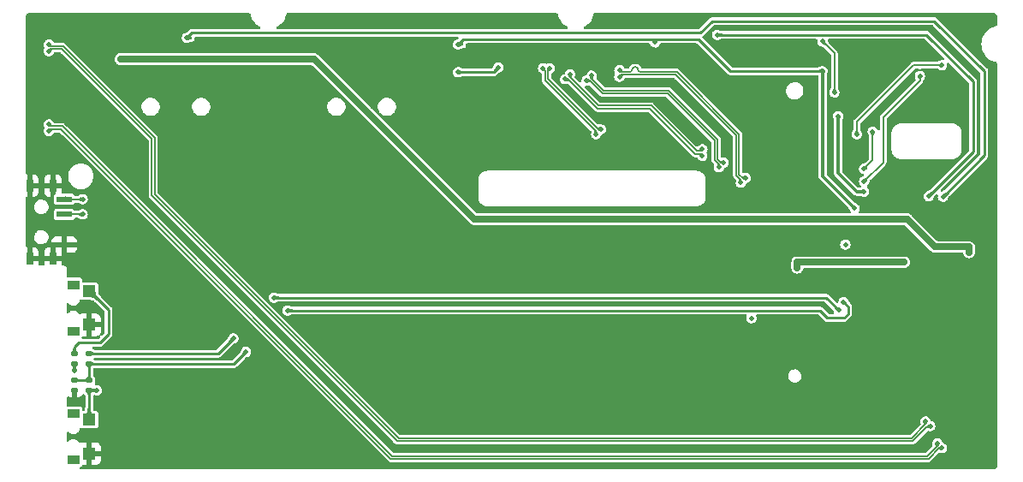
<source format=gbl>
G04 #@! TF.GenerationSoftware,KiCad,Pcbnew,(6.0.4)*
G04 #@! TF.CreationDate,2022-05-11T13:02:33+08:00*
G04 #@! TF.ProjectId,A133CoreDK-LCDdeck,41313333-436f-4726-9544-4b2d4c434464,rev?*
G04 #@! TF.SameCoordinates,Original*
G04 #@! TF.FileFunction,Copper,L4,Bot*
G04 #@! TF.FilePolarity,Positive*
%FSLAX46Y46*%
G04 Gerber Fmt 4.6, Leading zero omitted, Abs format (unit mm)*
G04 Created by KiCad (PCBNEW (6.0.4)) date 2022-05-11 13:02:33*
%MOMM*%
%LPD*%
G01*
G04 APERTURE LIST*
G04 Aperture macros list*
%AMRoundRect*
0 Rectangle with rounded corners*
0 $1 Rounding radius*
0 $2 $3 $4 $5 $6 $7 $8 $9 X,Y pos of 4 corners*
0 Add a 4 corners polygon primitive as box body*
4,1,4,$2,$3,$4,$5,$6,$7,$8,$9,$2,$3,0*
0 Add four circle primitives for the rounded corners*
1,1,$1+$1,$2,$3*
1,1,$1+$1,$4,$5*
1,1,$1+$1,$6,$7*
1,1,$1+$1,$8,$9*
0 Add four rect primitives between the rounded corners*
20,1,$1+$1,$2,$3,$4,$5,0*
20,1,$1+$1,$4,$5,$6,$7,0*
20,1,$1+$1,$6,$7,$8,$9,0*
20,1,$1+$1,$8,$9,$2,$3,0*%
G04 Aperture macros list end*
G04 #@! TA.AperFunction,SMDPad,CuDef*
%ADD10R,1.198900X0.899200*%
G04 #@! TD*
G04 #@! TA.AperFunction,SMDPad,CuDef*
%ADD11R,1.300500X1.198900*%
G04 #@! TD*
G04 #@! TA.AperFunction,SMDPad,CuDef*
%ADD12RoundRect,0.135000X-0.185000X0.135000X-0.185000X-0.135000X0.185000X-0.135000X0.185000X0.135000X0*%
G04 #@! TD*
G04 #@! TA.AperFunction,SMDPad,CuDef*
%ADD13RoundRect,0.135000X0.185000X-0.135000X0.185000X0.135000X-0.185000X0.135000X-0.185000X-0.135000X0*%
G04 #@! TD*
G04 #@! TA.AperFunction,SMDPad,CuDef*
%ADD14RoundRect,0.140000X-0.170000X0.140000X-0.170000X-0.140000X0.170000X-0.140000X0.170000X0.140000X0*%
G04 #@! TD*
G04 #@! TA.AperFunction,SMDPad,CuDef*
%ADD15R,1.524000X0.599400*%
G04 #@! TD*
G04 #@! TA.AperFunction,SMDPad,CuDef*
%ADD16R,0.701000X1.198900*%
G04 #@! TD*
G04 #@! TA.AperFunction,ViaPad*
%ADD17C,0.508000*%
G04 #@! TD*
G04 #@! TA.AperFunction,Conductor*
%ADD18C,0.152400*%
G04 #@! TD*
G04 #@! TA.AperFunction,Conductor*
%ADD19C,0.254000*%
G04 #@! TD*
G04 #@! TA.AperFunction,Conductor*
%ADD20C,0.127000*%
G04 #@! TD*
G04 #@! TA.AperFunction,Conductor*
%ADD21C,0.635000*%
G04 #@! TD*
G04 #@! TA.AperFunction,Conductor*
%ADD22C,0.304800*%
G04 #@! TD*
G04 APERTURE END LIST*
D10*
X98629475Y-93130350D03*
X98629475Y-88530450D03*
D11*
X100178875Y-89155250D03*
X100178875Y-92505550D03*
D10*
X98629475Y-101255850D03*
X98629475Y-105855750D03*
D11*
X100178875Y-101880650D03*
X100178875Y-105230950D03*
D12*
X100203000Y-95349600D03*
X100203000Y-96369600D03*
D13*
X98729800Y-96369600D03*
X98729800Y-95349600D03*
D14*
X98729800Y-97995800D03*
X98729800Y-98955800D03*
D15*
X97710000Y-84571800D03*
X97710000Y-81572100D03*
X97710000Y-80071000D03*
D16*
X96610100Y-78722200D03*
X94311400Y-78722200D03*
X94311400Y-85920600D03*
X96610100Y-85920600D03*
D12*
X100203000Y-97965800D03*
X100203000Y-98985800D03*
D17*
X156159200Y-64566800D03*
X145749000Y-67113696D03*
X150793887Y-73161713D03*
X145088600Y-67113696D03*
X150326913Y-73628687D03*
X160832800Y-75129000D03*
X147731287Y-67736913D03*
X147264313Y-68203887D03*
X160832800Y-75789400D03*
X162945887Y-76449113D03*
X149864887Y-67863913D03*
X162478913Y-76916087D03*
X149397913Y-68330887D03*
X152628600Y-67310000D03*
X165104887Y-77973113D03*
X164637913Y-78440087D03*
X152628600Y-67970400D03*
X189001400Y-94691200D03*
X154686000Y-85852000D03*
X136575800Y-75996800D03*
X152730200Y-73050400D03*
X189230000Y-79425800D03*
X110820200Y-92811600D03*
X161188400Y-76835000D03*
X138912600Y-62661800D03*
X116941600Y-88163400D03*
X179755800Y-64770000D03*
X150723600Y-75692000D03*
X100253800Y-103987600D03*
X175310800Y-104775000D03*
X179197000Y-80314800D03*
X178511200Y-64795400D03*
X159512000Y-66776600D03*
X115011200Y-89331800D03*
X98770635Y-99971420D03*
X164642800Y-80086200D03*
X161950400Y-80111600D03*
X188595000Y-99745800D03*
X174472600Y-88722200D03*
X154635200Y-75692000D03*
X95088171Y-66547503D03*
X184759600Y-64465200D03*
X180365400Y-87934800D03*
X135915400Y-102971600D03*
X163017200Y-78460600D03*
X141122400Y-70993000D03*
X142951200Y-66954400D03*
X101854000Y-66725800D03*
X108458000Y-89484200D03*
X143586200Y-87884000D03*
X184404000Y-89281000D03*
X164896800Y-83642200D03*
X127000000Y-62636400D03*
X163271200Y-74676000D03*
X119227600Y-75996800D03*
X180797200Y-106375200D03*
X169975779Y-95473978D03*
X121589800Y-92862400D03*
X170484800Y-77063600D03*
X123139200Y-87376000D03*
X96266000Y-66548000D03*
X99187000Y-62306200D03*
X170484800Y-79832200D03*
X116967000Y-104394000D03*
X189026800Y-97409000D03*
X158826200Y-87833200D03*
X133400800Y-97993200D03*
X105486200Y-78181200D03*
X152247600Y-62661800D03*
X148844000Y-102920800D03*
X188976000Y-91490800D03*
X119380000Y-93700600D03*
X162407600Y-70078600D03*
X126365000Y-83261200D03*
X103860600Y-84734400D03*
X164592000Y-100888800D03*
X107721400Y-63855600D03*
X131064000Y-66725800D03*
X164973000Y-86182200D03*
X186004200Y-71501000D03*
X179552600Y-83464400D03*
X146253200Y-75539600D03*
X121285000Y-75996800D03*
X115493800Y-79248000D03*
X105308400Y-92532200D03*
X100177600Y-91338400D03*
X126898400Y-66649600D03*
X107746800Y-78917800D03*
X189204600Y-90043000D03*
X124790200Y-104851200D03*
X174421800Y-83286600D03*
X186029600Y-62636400D03*
X130479800Y-104724200D03*
X180797200Y-102565200D03*
X135915400Y-106426000D03*
X139014200Y-73177400D03*
X185699400Y-82524600D03*
X94310200Y-77393800D03*
X155752800Y-73050400D03*
X133654800Y-65481200D03*
X142748000Y-73228200D03*
X125730000Y-97028000D03*
X109601000Y-104775000D03*
X166573200Y-70408800D03*
X188366400Y-103555800D03*
X164744400Y-88417400D03*
X137363200Y-70866000D03*
X121869200Y-79146400D03*
X111785400Y-78740000D03*
X158470600Y-75742800D03*
X175590200Y-92227400D03*
X141325600Y-98425000D03*
X102797879Y-87964278D03*
X137202118Y-78281121D03*
X162255200Y-85852000D03*
X159054800Y-102946200D03*
X147243800Y-85445600D03*
X105257600Y-98882200D03*
X142951200Y-68605400D03*
X137109200Y-100304600D03*
X119643565Y-98753777D03*
X174340000Y-80794673D03*
X164642800Y-104724200D03*
X176047400Y-70002400D03*
X111556800Y-82880200D03*
X99110800Y-67919600D03*
X176377600Y-100863400D03*
X154838400Y-93040200D03*
X96596200Y-77444600D03*
X148818600Y-106375200D03*
X157353000Y-70866000D03*
X120243600Y-75996800D03*
X175107600Y-98577400D03*
X113309400Y-98933000D03*
X170332400Y-106426000D03*
X161823400Y-92913200D03*
X177266600Y-91236800D03*
X174040800Y-96570800D03*
X99466400Y-86029800D03*
X181254400Y-64566800D03*
X130225800Y-87299800D03*
X189280800Y-85521800D03*
X145030335Y-70967221D03*
X101828600Y-105283000D03*
X158267400Y-66776600D03*
X117906800Y-65074800D03*
X95453200Y-85902800D03*
X170434000Y-84074000D03*
X184632157Y-69588620D03*
X105645853Y-63863949D03*
X136931400Y-93345000D03*
X141681200Y-75412600D03*
X150850600Y-97688400D03*
X157784800Y-62661800D03*
X165354000Y-97561400D03*
X170332400Y-102946200D03*
X139471400Y-85547200D03*
X180568600Y-77978000D03*
X129133600Y-93649800D03*
X174929800Y-94589600D03*
X95783400Y-69037200D03*
X104800400Y-78181200D03*
X116535200Y-67894200D03*
X175158400Y-72923400D03*
X159029400Y-106375200D03*
X185445400Y-99847400D03*
X183261000Y-77114400D03*
X183743600Y-89281000D03*
X145973800Y-93040200D03*
X110058200Y-67919600D03*
X126009400Y-100330000D03*
X151688800Y-100914200D03*
X183007000Y-71348600D03*
X99999800Y-84480400D03*
X109726181Y-84092530D03*
X119608600Y-67945000D03*
X101828600Y-64871600D03*
X182854600Y-99847400D03*
X134543800Y-81813400D03*
X95351600Y-63525400D03*
X186876134Y-63446514D03*
X144668800Y-66446400D03*
X154863800Y-68605400D03*
X133705600Y-67538600D03*
X153644600Y-104724200D03*
X144907000Y-62661800D03*
X177012600Y-72923400D03*
X130937000Y-102260400D03*
X151307800Y-87579200D03*
X177215800Y-93345000D03*
X95090048Y-71652445D03*
X96596200Y-74549000D03*
X119735600Y-83337400D03*
X176199800Y-96545400D03*
X177335701Y-68628656D03*
X149707600Y-71323200D03*
X160197800Y-70866000D03*
X148082000Y-69723000D03*
X179984400Y-99872800D03*
X95528151Y-74541379D03*
X174523400Y-87376000D03*
X186613800Y-105714800D03*
X170484800Y-73787000D03*
X189230000Y-80010000D03*
X162458400Y-73101200D03*
X141300200Y-104749600D03*
X175844200Y-67157600D03*
X189611000Y-88011000D03*
X159181800Y-97485200D03*
X147320000Y-73202800D03*
X168554400Y-70408800D03*
X164896800Y-70408800D03*
X137058400Y-75184000D03*
X108356400Y-69875400D03*
X173888400Y-69519800D03*
X172716200Y-64469000D03*
X165684200Y-91846400D03*
X174980600Y-84554300D03*
X180774416Y-86310254D03*
X180248611Y-86302659D03*
X184632600Y-79832200D03*
X170205400Y-86868000D03*
X99542600Y-80071000D03*
X109855000Y-64109600D03*
X170205400Y-86309200D03*
X174269400Y-71856600D03*
X176834800Y-79324200D03*
X174802800Y-90246200D03*
X119786400Y-91084400D03*
X115697000Y-95173800D03*
X174320200Y-91059000D03*
X118465600Y-89814400D03*
X114452400Y-93827600D03*
X182346600Y-67894200D03*
X176834800Y-78308200D03*
X177673000Y-73380600D03*
X176834800Y-77063600D03*
X184531000Y-66827400D03*
X176098200Y-73660000D03*
X140665200Y-67030600D03*
X175895000Y-80975200D03*
X136677400Y-67513200D03*
X136677400Y-64770000D03*
X172720000Y-67411600D03*
X187215806Y-84796464D03*
X103276400Y-66217800D03*
X134607300Y-78397100D03*
X113334800Y-66217800D03*
X187208211Y-85337459D03*
X96205138Y-64772550D03*
X182900513Y-102052313D03*
X96205138Y-65432950D03*
X183367487Y-102519287D03*
X96201947Y-72671950D03*
X184068913Y-104211313D03*
X96201947Y-73332350D03*
X184535887Y-104678287D03*
X100939600Y-98983800D03*
X98729800Y-97002600D03*
X99542600Y-81572100D03*
X162280600Y-63830200D03*
X183210200Y-79781400D03*
D18*
X156159200Y-64287400D02*
X156133800Y-64262000D01*
X156159200Y-64566800D02*
X156159200Y-64287400D01*
D19*
X156133800Y-64262000D02*
X160451800Y-64262000D01*
X137185400Y-64262000D02*
X156133800Y-64262000D01*
X160451800Y-64262000D02*
X163601400Y-67411600D01*
X163601400Y-67411600D02*
X172720000Y-67411600D01*
X136677400Y-64770000D02*
X137185400Y-64262000D01*
X188722000Y-75742800D02*
X184632600Y-79832200D01*
X188722000Y-67411600D02*
X188722000Y-75742800D01*
X160655000Y-63627000D02*
X161823400Y-62458600D01*
X110337600Y-63627000D02*
X160655000Y-63627000D01*
X183769000Y-62458600D02*
X188722000Y-67411600D01*
X109855000Y-64109600D02*
X110337600Y-63627000D01*
X161823400Y-62458600D02*
X183769000Y-62458600D01*
D20*
X145558500Y-68195734D02*
X145558500Y-67304196D01*
X150524479Y-73161713D02*
X145558500Y-68195734D01*
X150793887Y-73161713D02*
X150524479Y-73161713D01*
X145558500Y-67304196D02*
X145749000Y-67113696D01*
X145279100Y-67304196D02*
X145088600Y-67113696D01*
X150326913Y-73628687D02*
X150326913Y-73359279D01*
X145279100Y-68311466D02*
X145279100Y-67304196D01*
X150326913Y-73359279D02*
X145279100Y-68311466D01*
X155759866Y-70827900D02*
X150552866Y-70827900D01*
X150552866Y-70827900D02*
X147731287Y-68006321D01*
X160832800Y-75129000D02*
X160642300Y-75319500D01*
X147731287Y-68006321D02*
X147731287Y-67736913D01*
X160251466Y-75319500D02*
X155759866Y-70827900D01*
X160642300Y-75319500D02*
X160251466Y-75319500D01*
X150437134Y-71107300D02*
X147533721Y-68203887D01*
X160135734Y-75598900D02*
X155644134Y-71107300D01*
X155644134Y-71107300D02*
X150437134Y-71107300D01*
X160642300Y-75598900D02*
X160135734Y-75598900D01*
X147533721Y-68203887D02*
X147264313Y-68203887D01*
X160832800Y-75789400D02*
X160642300Y-75598900D01*
X162344100Y-76116734D02*
X162344100Y-74186334D01*
X149864887Y-68133321D02*
X149864887Y-67863913D01*
X157512466Y-69354700D02*
X151086266Y-69354700D01*
X162676479Y-76449113D02*
X162344100Y-76116734D01*
X151086266Y-69354700D02*
X149864887Y-68133321D01*
X162344100Y-74186334D02*
X157512466Y-69354700D01*
X162945887Y-76449113D02*
X162676479Y-76449113D01*
X162064700Y-76232466D02*
X162064700Y-74302066D01*
X162478913Y-76646679D02*
X162064700Y-76232466D01*
X149667321Y-68330887D02*
X149397913Y-68330887D01*
X162478913Y-76916087D02*
X162478913Y-76646679D01*
X157396734Y-69634100D02*
X150970534Y-69634100D01*
X162064700Y-74302066D02*
X157396734Y-69634100D01*
X150970534Y-69634100D02*
X149667321Y-68330887D01*
X164477700Y-77615334D02*
X164835479Y-77973113D01*
X158325266Y-67500500D02*
X164477700Y-73652934D01*
X153876393Y-67256007D02*
X153876393Y-67256006D01*
X164477700Y-73652934D02*
X164477700Y-77615334D01*
X154120886Y-67011513D02*
X154231900Y-67011513D01*
X154831900Y-67500500D02*
X158325266Y-67500500D01*
X154720886Y-67500500D02*
X154831900Y-67500500D01*
X164835479Y-77973113D02*
X165104887Y-77973113D01*
X152628600Y-67310000D02*
X152819100Y-67500500D01*
X154476393Y-67256006D02*
X154476393Y-67256007D01*
X152819100Y-67500500D02*
X153631900Y-67500500D01*
X154720886Y-67500507D02*
G75*
G02*
X154476393Y-67256007I14J244507D01*
G01*
X153876400Y-67256007D02*
G75*
G02*
X153631900Y-67500500I-244500J7D01*
G01*
X154120886Y-67011493D02*
G75*
G03*
X153876393Y-67256006I14J-244507D01*
G01*
X154476387Y-67256006D02*
G75*
G03*
X154231900Y-67011513I-244487J6D01*
G01*
X164637913Y-78170679D02*
X164198300Y-77731066D01*
X164198300Y-73768666D02*
X158209534Y-67779900D01*
X164198300Y-77731066D02*
X164198300Y-73768666D01*
X158209534Y-67779900D02*
X152819100Y-67779900D01*
X152819100Y-67779900D02*
X152628600Y-67970400D01*
X164637913Y-78440087D02*
X164637913Y-78170679D01*
D18*
X173888400Y-65641200D02*
X172716200Y-64469000D01*
X173888400Y-69519800D02*
X173888400Y-65641200D01*
D21*
X170205400Y-86309200D02*
X170205400Y-86868000D01*
X170205400Y-86309200D02*
X180242070Y-86309200D01*
D18*
X97710000Y-80071000D02*
X99542600Y-80071000D01*
D21*
X180774416Y-86310254D02*
X180256206Y-86310254D01*
X180256206Y-86310254D02*
X180248611Y-86302659D01*
D22*
X176098200Y-79324200D02*
X174269400Y-77495400D01*
X174269400Y-77495400D02*
X174269400Y-71856600D01*
X176834800Y-79324200D02*
X176098200Y-79324200D01*
D19*
X173177200Y-91821000D02*
X172440600Y-91084400D01*
X174828200Y-91821000D02*
X173177200Y-91821000D01*
X175234600Y-91414600D02*
X174828200Y-91821000D01*
X172440600Y-91084400D02*
X119786400Y-91084400D01*
X174802800Y-90246200D02*
X175234600Y-90678000D01*
X100203000Y-97965793D02*
X100203000Y-96369607D01*
X98729800Y-97995791D02*
X100173003Y-97995791D01*
D18*
X100173000Y-97995800D02*
X100203000Y-97965800D01*
D19*
X100203000Y-96369600D02*
X114501200Y-96369600D01*
X175234600Y-90678000D02*
X175234600Y-91414600D01*
X114501200Y-96369600D02*
X115697000Y-95173800D01*
X112930400Y-95349600D02*
X114452400Y-93827600D01*
X100203000Y-95349600D02*
X112930400Y-95349600D01*
X173075600Y-89814400D02*
X174320200Y-91059000D01*
X118465600Y-89814400D02*
X173075600Y-89814400D01*
D18*
X182346600Y-68326000D02*
X178714400Y-71958200D01*
X178714400Y-71958200D02*
X178714400Y-76428600D01*
X182346600Y-67894200D02*
X182346600Y-68326000D01*
X178714400Y-76428600D02*
X176834800Y-78308200D01*
X177673000Y-73380600D02*
X177673000Y-76225400D01*
X177673000Y-76225400D02*
X176834800Y-77063600D01*
X184531000Y-66827400D02*
X181711600Y-66827400D01*
X176098200Y-72440800D02*
X176098200Y-73660000D01*
X181711600Y-66827400D02*
X176098200Y-72440800D01*
D22*
X175895000Y-80975200D02*
X172720000Y-77800200D01*
D19*
X140182600Y-67513200D02*
X140665200Y-67030600D01*
X136677400Y-67513200D02*
X140182600Y-67513200D01*
D22*
X172720000Y-77800200D02*
X172720000Y-67411600D01*
D21*
X103276400Y-66217800D02*
X113334800Y-66217800D01*
X113334800Y-66217800D02*
X122428000Y-66217800D01*
X134607300Y-78397100D02*
X138252200Y-82042000D01*
X187215806Y-84796464D02*
X187215806Y-85329864D01*
X183831064Y-84796464D02*
X187215806Y-84796464D01*
X122428000Y-66217800D02*
X134607300Y-78397100D01*
X138252200Y-82042000D02*
X181076600Y-82042000D01*
X181076600Y-82042000D02*
X183831064Y-84796464D01*
D20*
X182900513Y-102321721D02*
X182900513Y-102052313D01*
X106667300Y-74008534D02*
X106667300Y-79596534D01*
X181501334Y-103720900D02*
X182900513Y-102321721D01*
X106667300Y-79596534D02*
X130791666Y-103720900D01*
X130791666Y-103720900D02*
X181501334Y-103720900D01*
X97621816Y-64963050D02*
X106667300Y-74008534D01*
X96395638Y-64963050D02*
X97621816Y-64963050D01*
X96205138Y-64772550D02*
X96395638Y-64963050D01*
X106387900Y-79712266D02*
X130675934Y-104000300D01*
X96395638Y-65242450D02*
X97506084Y-65242450D01*
X183098079Y-102519287D02*
X183367487Y-102519287D01*
X97506084Y-65242450D02*
X106387900Y-74124266D01*
X130675934Y-104000300D02*
X181617066Y-104000300D01*
X96205138Y-65432950D02*
X96395638Y-65242450D01*
X106387900Y-74124266D02*
X106387900Y-79712266D01*
X181617066Y-104000300D02*
X183098079Y-102519287D01*
X96201947Y-72671950D02*
X96392447Y-72862450D01*
X184068913Y-104480721D02*
X184068913Y-104211313D01*
X130131266Y-105473500D02*
X183076134Y-105473500D01*
X183076134Y-105473500D02*
X184068913Y-104480721D01*
X96392447Y-72862450D02*
X97520216Y-72862450D01*
X97520216Y-72862450D02*
X130131266Y-105473500D01*
X184266479Y-104678287D02*
X184535887Y-104678287D01*
X97404484Y-73141850D02*
X130015534Y-105752900D01*
X183191866Y-105752900D02*
X184266479Y-104678287D01*
X96392447Y-73141850D02*
X97404484Y-73141850D01*
X130015534Y-105752900D02*
X183191866Y-105752900D01*
X96201947Y-73332350D02*
X96392447Y-73141850D01*
D19*
X98729800Y-97002600D02*
X98729800Y-96369607D01*
X100937593Y-98985807D02*
X100203000Y-98985807D01*
X100178870Y-101880645D02*
X100178870Y-99009937D01*
D18*
X100178875Y-99009925D02*
X100203000Y-98985800D01*
X100939600Y-98983800D02*
X100937600Y-98985800D01*
D19*
X98729800Y-94665800D02*
X99136200Y-94259400D01*
X102108000Y-93421200D02*
X102108000Y-91033600D01*
X102108000Y-91033600D02*
X100229650Y-89155250D01*
X98729800Y-95349600D02*
X98729800Y-94665800D01*
X99136200Y-94259400D02*
X101269800Y-94259400D01*
X101269800Y-94259400D02*
X102108000Y-93421200D01*
D18*
X100229650Y-89155250D02*
X100178875Y-89155250D01*
D19*
X183007000Y-63830200D02*
X187629800Y-68453000D01*
X162280600Y-63830200D02*
X183007000Y-63830200D01*
X187629800Y-68453000D02*
X187629800Y-75361800D01*
D18*
X97710000Y-81572100D02*
X99542600Y-81572100D01*
D19*
X187629800Y-75361800D02*
X183210200Y-79781400D01*
G04 #@! TA.AperFunction,Conductor*
G36*
X168496180Y-61658200D02*
G01*
X189598885Y-61671676D01*
X189623381Y-61674096D01*
X189636400Y-61676686D01*
X189648337Y-61674312D01*
X189664069Y-61675343D01*
X189683644Y-61677920D01*
X189711861Y-61681635D01*
X189743631Y-61690148D01*
X189798623Y-61712926D01*
X189827111Y-61729373D01*
X189874334Y-61765609D01*
X189897591Y-61788866D01*
X189933827Y-61836089D01*
X189950274Y-61864577D01*
X189973052Y-61919569D01*
X189981565Y-61951339D01*
X189987857Y-61999130D01*
X189988888Y-62014863D01*
X189986514Y-62026800D01*
X189988935Y-62038970D01*
X189989079Y-62039694D01*
X189991500Y-62064276D01*
X189991500Y-62826640D01*
X189971498Y-62894761D01*
X189917842Y-62941254D01*
X189892283Y-62949761D01*
X189737286Y-62983478D01*
X189737283Y-62983479D01*
X189732897Y-62984433D01*
X189728695Y-62986000D01*
X189728689Y-62986002D01*
X189534322Y-63058498D01*
X189489430Y-63075242D01*
X189261363Y-63199775D01*
X189053341Y-63355499D01*
X188869599Y-63539241D01*
X188713875Y-63747263D01*
X188589342Y-63975330D01*
X188587771Y-63979542D01*
X188500102Y-64214589D01*
X188500100Y-64214595D01*
X188498533Y-64218797D01*
X188497579Y-64223183D01*
X188497578Y-64223186D01*
X188476880Y-64318336D01*
X188443298Y-64472711D01*
X188442977Y-64477199D01*
X188439098Y-64531431D01*
X188424760Y-64731900D01*
X188443298Y-64991089D01*
X188461384Y-65074228D01*
X188496071Y-65233684D01*
X188498533Y-65245003D01*
X188500100Y-65249205D01*
X188500102Y-65249211D01*
X188573908Y-65447089D01*
X188589342Y-65488470D01*
X188713875Y-65716537D01*
X188716576Y-65720145D01*
X188850699Y-65899311D01*
X188869599Y-65924559D01*
X189053341Y-66108301D01*
X189261363Y-66264025D01*
X189489430Y-66388558D01*
X189493642Y-66390129D01*
X189728689Y-66477798D01*
X189728695Y-66477800D01*
X189732897Y-66479367D01*
X189737283Y-66480321D01*
X189737286Y-66480322D01*
X189892283Y-66514039D01*
X189954595Y-66548064D01*
X189988620Y-66610377D01*
X189991500Y-66637160D01*
X189991500Y-106388524D01*
X189989079Y-106413103D01*
X189986514Y-106426000D01*
X189988888Y-106437937D01*
X189987857Y-106453670D01*
X189981565Y-106501461D01*
X189973052Y-106533231D01*
X189950274Y-106588223D01*
X189933827Y-106616711D01*
X189897591Y-106663934D01*
X189874334Y-106687191D01*
X189827111Y-106723427D01*
X189798623Y-106739874D01*
X189743631Y-106762652D01*
X189711861Y-106771165D01*
X189683644Y-106774880D01*
X189664069Y-106777457D01*
X189648337Y-106778488D01*
X189636400Y-106776114D01*
X189623503Y-106778679D01*
X189598924Y-106781100D01*
X99385550Y-106781100D01*
X99317429Y-106761098D01*
X99270936Y-106707442D01*
X99260832Y-106637168D01*
X99290326Y-106572588D01*
X99328305Y-106545202D01*
X99328226Y-106545084D01*
X99331523Y-106542881D01*
X99338543Y-106538190D01*
X99338546Y-106538189D01*
X99402093Y-106495727D01*
X99412409Y-106488834D01*
X99468659Y-106404651D01*
X99469891Y-106405474D01*
X99505811Y-106360901D01*
X99577671Y-106338400D01*
X99906760Y-106338400D01*
X99921999Y-106333925D01*
X99923204Y-106332535D01*
X99924875Y-106324852D01*
X99924875Y-106320284D01*
X100432875Y-106320284D01*
X100437350Y-106335523D01*
X100438740Y-106336728D01*
X100446423Y-106338399D01*
X100873794Y-106338399D01*
X100880615Y-106338029D01*
X100931477Y-106332505D01*
X100946729Y-106328879D01*
X101067179Y-106283724D01*
X101082774Y-106275186D01*
X101184849Y-106198685D01*
X101197410Y-106186124D01*
X101273911Y-106084049D01*
X101282449Y-106068454D01*
X101327603Y-105948006D01*
X101331230Y-105932751D01*
X101336756Y-105881886D01*
X101337125Y-105875072D01*
X101337125Y-105503065D01*
X101332650Y-105487826D01*
X101331260Y-105486621D01*
X101323577Y-105484950D01*
X100450990Y-105484950D01*
X100435751Y-105489425D01*
X100434546Y-105490815D01*
X100432875Y-105498498D01*
X100432875Y-106320284D01*
X99924875Y-106320284D01*
X99924875Y-104958835D01*
X100432875Y-104958835D01*
X100437350Y-104974074D01*
X100438740Y-104975279D01*
X100446423Y-104976950D01*
X101319009Y-104976950D01*
X101334248Y-104972475D01*
X101335453Y-104971085D01*
X101337124Y-104963402D01*
X101337124Y-104586831D01*
X101336754Y-104580010D01*
X101331230Y-104529148D01*
X101327604Y-104513896D01*
X101282449Y-104393446D01*
X101273911Y-104377851D01*
X101197410Y-104275776D01*
X101184849Y-104263215D01*
X101082774Y-104186714D01*
X101067179Y-104178176D01*
X100946731Y-104133022D01*
X100931476Y-104129395D01*
X100880611Y-104123869D01*
X100873797Y-104123500D01*
X100450990Y-104123500D01*
X100435751Y-104127975D01*
X100434546Y-104129365D01*
X100432875Y-104137048D01*
X100432875Y-104958835D01*
X99924875Y-104958835D01*
X99924875Y-104141616D01*
X99920400Y-104126377D01*
X99919010Y-104125172D01*
X99911327Y-104123501D01*
X99483956Y-104123501D01*
X99477135Y-104123871D01*
X99426273Y-104129395D01*
X99411022Y-104133021D01*
X99317428Y-104168108D01*
X99246621Y-104173291D01*
X99184252Y-104139370D01*
X99164079Y-104113126D01*
X99161104Y-104107973D01*
X99157942Y-104100340D01*
X99060966Y-103973959D01*
X98934585Y-103876983D01*
X98787412Y-103816022D01*
X98713476Y-103806288D01*
X98673219Y-103800988D01*
X98673218Y-103800988D01*
X98669132Y-103800450D01*
X98589818Y-103800450D01*
X98585732Y-103800988D01*
X98585731Y-103800988D01*
X98545474Y-103806288D01*
X98471538Y-103816022D01*
X98324365Y-103876983D01*
X98261175Y-103925471D01*
X98204537Y-103968930D01*
X98204534Y-103968933D01*
X98197984Y-103973959D01*
X98192958Y-103980509D01*
X98192957Y-103980510D01*
X98168862Y-104011911D01*
X98111524Y-104053778D01*
X98040653Y-104057999D01*
X97978750Y-104023234D01*
X97945469Y-103960521D01*
X97942900Y-103935206D01*
X97942900Y-103173893D01*
X97962902Y-103105772D01*
X98016558Y-103059279D01*
X98086832Y-103049175D01*
X98151412Y-103078669D01*
X98168859Y-103097185D01*
X98197984Y-103135141D01*
X98324365Y-103232117D01*
X98471538Y-103293078D01*
X98545474Y-103302812D01*
X98585731Y-103308112D01*
X98585732Y-103308112D01*
X98589818Y-103308650D01*
X98669132Y-103308650D01*
X98673218Y-103308112D01*
X98673219Y-103308112D01*
X98713476Y-103302812D01*
X98787412Y-103293078D01*
X98934585Y-103232117D01*
X99010464Y-103173893D01*
X99054413Y-103140170D01*
X99054416Y-103140167D01*
X99060966Y-103135141D01*
X99157942Y-103008761D01*
X99162080Y-102998771D01*
X99215743Y-102869217D01*
X99215744Y-102869214D01*
X99218903Y-102861587D01*
X99226622Y-102802956D01*
X99255345Y-102738028D01*
X99314610Y-102698937D01*
X99385601Y-102698092D01*
X99407540Y-102708190D01*
X99419004Y-102712939D01*
X99429324Y-102719834D01*
X99503558Y-102734600D01*
X100178765Y-102734600D01*
X100854191Y-102734599D01*
X100889943Y-102727488D01*
X100916251Y-102722256D01*
X100916253Y-102722255D01*
X100928426Y-102719834D01*
X100938746Y-102712939D01*
X100938747Y-102712938D01*
X101002293Y-102670477D01*
X101012609Y-102663584D01*
X101068859Y-102579401D01*
X101083625Y-102505167D01*
X101083624Y-101256134D01*
X101068859Y-101181899D01*
X101012609Y-101097716D01*
X100928426Y-101041466D01*
X100854192Y-101026700D01*
X100719219Y-101026700D01*
X100651098Y-101006698D01*
X100604605Y-100953042D01*
X100598357Y-100936314D01*
X100587863Y-100900701D01*
X100586261Y-100895265D01*
X100582652Y-100879217D01*
X100571858Y-100810540D01*
X100570461Y-100796726D01*
X100565876Y-100696342D01*
X100565876Y-100696340D01*
X100565610Y-100690522D01*
X100564119Y-100684168D01*
X100563705Y-100682408D01*
X100560370Y-100653609D01*
X100560370Y-99569473D01*
X100580372Y-99501352D01*
X100634028Y-99454859D01*
X100704302Y-99444755D01*
X100723945Y-99449206D01*
X100746398Y-99456221D01*
X100750553Y-99457599D01*
X100761210Y-99461340D01*
X100761213Y-99461341D01*
X100764444Y-99462475D01*
X100767788Y-99463254D01*
X100768021Y-99463322D01*
X100776643Y-99465670D01*
X100857464Y-99490921D01*
X101003098Y-99493590D01*
X101086583Y-99470829D01*
X101134963Y-99457639D01*
X101134964Y-99457639D01*
X101143626Y-99455277D01*
X101156319Y-99447484D01*
X101260102Y-99383761D01*
X101267754Y-99379063D01*
X101279699Y-99365867D01*
X101359473Y-99277734D01*
X101359474Y-99277733D01*
X101365501Y-99271074D01*
X101379267Y-99242662D01*
X101425095Y-99148072D01*
X101425095Y-99148071D01*
X101429010Y-99139991D01*
X101453176Y-98996352D01*
X101453329Y-98983800D01*
X101432680Y-98839613D01*
X101427309Y-98827800D01*
X101376108Y-98715190D01*
X101376107Y-98715188D01*
X101372392Y-98707018D01*
X101277313Y-98596673D01*
X101155085Y-98517448D01*
X101015534Y-98475714D01*
X101006558Y-98475659D01*
X101006557Y-98475659D01*
X100942707Y-98475269D01*
X100869879Y-98474824D01*
X100861245Y-98477292D01*
X100855001Y-98478147D01*
X100784795Y-98467576D01*
X100731450Y-98420728D01*
X100711901Y-98352476D01*
X100725631Y-98296111D01*
X100758552Y-98231498D01*
X100758552Y-98231497D01*
X100763054Y-98222662D01*
X100777500Y-98131453D01*
X100777499Y-97800148D01*
X100772745Y-97770132D01*
X100764606Y-97718736D01*
X100764605Y-97718734D01*
X100763054Y-97708938D01*
X100707040Y-97599004D01*
X100625238Y-97517202D01*
X100591212Y-97454890D01*
X100589764Y-97446195D01*
X100589679Y-97441997D01*
X100588381Y-97435950D01*
X100587310Y-97430968D01*
X100584500Y-97404507D01*
X100584500Y-96930636D01*
X100587445Y-96903554D01*
X100588348Y-96899449D01*
X100589679Y-96893403D01*
X100589724Y-96891170D01*
X100617095Y-96827157D01*
X100625205Y-96818231D01*
X100651599Y-96791837D01*
X100713911Y-96757811D01*
X100722600Y-96756364D01*
X100726796Y-96756279D01*
X100732687Y-96755014D01*
X100732692Y-96755013D01*
X100737825Y-96753910D01*
X100764286Y-96751100D01*
X114447065Y-96751100D01*
X114471364Y-96753686D01*
X114472802Y-96753754D01*
X114482980Y-96755945D01*
X114516541Y-96751973D01*
X114522520Y-96751621D01*
X114522512Y-96751528D01*
X114527690Y-96751100D01*
X114532892Y-96751100D01*
X114552046Y-96747912D01*
X114557904Y-96747078D01*
X114574518Y-96745112D01*
X114598767Y-96742242D01*
X114598768Y-96742242D01*
X114609107Y-96741018D01*
X114617406Y-96737033D01*
X114626483Y-96735522D01*
X114671851Y-96711042D01*
X114677114Y-96708361D01*
X114716450Y-96689473D01*
X114716454Y-96689470D01*
X114723598Y-96686040D01*
X114727892Y-96682430D01*
X114729824Y-96680498D01*
X114731773Y-96678711D01*
X114731826Y-96678682D01*
X114731945Y-96678812D01*
X114732513Y-96678311D01*
X114738257Y-96675212D01*
X114775068Y-96635390D01*
X114778497Y-96631825D01*
X115589104Y-95821218D01*
X115609940Y-95804404D01*
X115613925Y-95801836D01*
X115613927Y-95801834D01*
X115619130Y-95798481D01*
X115623579Y-95794177D01*
X115623585Y-95794172D01*
X115645597Y-95772875D01*
X115649425Y-95769323D01*
X115671771Y-95749448D01*
X115677054Y-95745003D01*
X115686992Y-95737099D01*
X115691664Y-95733384D01*
X115698474Y-95728333D01*
X115707028Y-95722426D01*
X115714970Y-95717372D01*
X115720555Y-95714104D01*
X115728655Y-95709753D01*
X115736039Y-95706129D01*
X115743007Y-95702969D01*
X115746166Y-95701650D01*
X115756840Y-95697195D01*
X115761671Y-95695296D01*
X115785109Y-95686633D01*
X115787528Y-95685766D01*
X115821616Y-95673951D01*
X115821924Y-95673845D01*
X115844632Y-95666040D01*
X115856974Y-95661798D01*
X115869854Y-95655738D01*
X115890345Y-95648189D01*
X115901026Y-95645277D01*
X115908673Y-95640582D01*
X115908675Y-95640581D01*
X116017502Y-95573761D01*
X116025154Y-95569063D01*
X116069435Y-95520143D01*
X116116873Y-95467734D01*
X116116874Y-95467733D01*
X116122901Y-95461074D01*
X116186410Y-95329991D01*
X116204041Y-95225198D01*
X116209770Y-95191144D01*
X116209770Y-95191141D01*
X116210576Y-95186352D01*
X116210729Y-95173800D01*
X116199120Y-95092738D01*
X116191354Y-95038506D01*
X116191353Y-95038503D01*
X116190080Y-95029613D01*
X116186362Y-95021435D01*
X116133508Y-94905190D01*
X116133507Y-94905188D01*
X116129792Y-94897018D01*
X116034713Y-94786673D01*
X115912485Y-94707448D01*
X115772934Y-94665714D01*
X115763958Y-94665659D01*
X115763957Y-94665659D01*
X115702644Y-94665285D01*
X115627279Y-94664824D01*
X115487229Y-94704851D01*
X115364042Y-94782576D01*
X115358100Y-94789304D01*
X115334833Y-94815649D01*
X115267622Y-94891751D01*
X115218113Y-94997203D01*
X115212932Y-95007076D01*
X115212121Y-95008467D01*
X115212115Y-95008480D01*
X115209003Y-95013822D01*
X115206991Y-95019674D01*
X115206991Y-95019675D01*
X115196926Y-95048956D01*
X115196820Y-95049261D01*
X115185037Y-95083256D01*
X115184172Y-95085673D01*
X115175504Y-95109126D01*
X115173600Y-95113967D01*
X115167831Y-95127790D01*
X115164660Y-95134779D01*
X115161053Y-95142127D01*
X115156701Y-95150231D01*
X115153423Y-95155834D01*
X115148349Y-95163805D01*
X115142480Y-95172304D01*
X115137415Y-95179135D01*
X115125807Y-95193731D01*
X115121341Y-95199039D01*
X115101522Y-95221323D01*
X115097931Y-95225195D01*
X115072315Y-95251672D01*
X115069010Y-95256754D01*
X115065952Y-95261456D01*
X115049420Y-95281857D01*
X114380082Y-95951195D01*
X114317770Y-95985221D01*
X114290987Y-95988100D01*
X100764034Y-95988100D01*
X100736953Y-95985155D01*
X100726801Y-95982921D01*
X100726800Y-95982921D01*
X100727309Y-95980609D01*
X100671696Y-95956815D01*
X100631883Y-95898032D01*
X100630171Y-95827056D01*
X100667103Y-95766421D01*
X100727381Y-95739004D01*
X100726796Y-95736279D01*
X100737825Y-95733910D01*
X100764286Y-95731100D01*
X112876265Y-95731100D01*
X112900564Y-95733686D01*
X112902002Y-95733754D01*
X112912180Y-95735945D01*
X112945741Y-95731973D01*
X112951720Y-95731621D01*
X112951712Y-95731528D01*
X112956890Y-95731100D01*
X112962092Y-95731100D01*
X112981246Y-95727912D01*
X112987104Y-95727078D01*
X113003718Y-95725112D01*
X113027967Y-95722242D01*
X113027968Y-95722242D01*
X113038307Y-95721018D01*
X113046606Y-95717033D01*
X113055683Y-95715522D01*
X113101051Y-95691042D01*
X113106314Y-95688361D01*
X113145650Y-95669473D01*
X113145654Y-95669470D01*
X113152798Y-95666040D01*
X113157092Y-95662430D01*
X113159024Y-95660498D01*
X113160973Y-95658711D01*
X113161026Y-95658682D01*
X113161145Y-95658812D01*
X113161713Y-95658311D01*
X113167457Y-95655212D01*
X113204267Y-95615391D01*
X113207696Y-95611826D01*
X114344507Y-94475016D01*
X114365338Y-94458206D01*
X114374530Y-94452281D01*
X114378974Y-94447982D01*
X114378981Y-94447976D01*
X114400997Y-94426675D01*
X114404825Y-94423123D01*
X114427171Y-94403248D01*
X114432454Y-94398803D01*
X114447061Y-94387186D01*
X114453874Y-94382133D01*
X114462428Y-94376226D01*
X114470370Y-94371172D01*
X114475955Y-94367904D01*
X114484055Y-94363553D01*
X114491439Y-94359929D01*
X114498407Y-94356769D01*
X114501566Y-94355450D01*
X114512240Y-94350995D01*
X114517071Y-94349096D01*
X114540509Y-94340433D01*
X114542928Y-94339566D01*
X114577016Y-94327751D01*
X114577324Y-94327645D01*
X114612374Y-94315598D01*
X114625254Y-94309538D01*
X114645745Y-94301989D01*
X114656426Y-94299077D01*
X114664073Y-94294382D01*
X114664075Y-94294381D01*
X114772902Y-94227561D01*
X114780554Y-94222863D01*
X114878301Y-94114874D01*
X114913143Y-94042961D01*
X114937895Y-93991872D01*
X114937895Y-93991871D01*
X114941810Y-93983791D01*
X114959625Y-93877900D01*
X114965170Y-93844944D01*
X114965170Y-93844941D01*
X114965976Y-93840152D01*
X114966129Y-93827600D01*
X114956867Y-93762926D01*
X114946754Y-93692306D01*
X114946753Y-93692303D01*
X114945480Y-93683413D01*
X114941762Y-93675235D01*
X114888908Y-93558990D01*
X114888907Y-93558988D01*
X114885192Y-93550818D01*
X114790113Y-93440473D01*
X114667885Y-93361248D01*
X114528334Y-93319514D01*
X114519358Y-93319459D01*
X114519357Y-93319459D01*
X114458044Y-93319085D01*
X114382679Y-93318624D01*
X114242629Y-93358651D01*
X114119442Y-93436376D01*
X114023022Y-93545551D01*
X113991355Y-93613000D01*
X113973513Y-93651003D01*
X113968332Y-93660876D01*
X113967521Y-93662267D01*
X113967515Y-93662280D01*
X113964403Y-93667622D01*
X113962391Y-93673474D01*
X113962391Y-93673475D01*
X113952326Y-93702756D01*
X113952220Y-93703061D01*
X113940437Y-93737056D01*
X113939572Y-93739473D01*
X113930904Y-93762926D01*
X113928996Y-93767778D01*
X113923231Y-93781590D01*
X113920060Y-93788579D01*
X113916453Y-93795927D01*
X113912101Y-93804031D01*
X113908823Y-93809634D01*
X113903749Y-93817605D01*
X113897880Y-93826104D01*
X113892815Y-93832935D01*
X113881207Y-93847531D01*
X113876741Y-93852839D01*
X113856922Y-93875123D01*
X113853331Y-93878995D01*
X113827715Y-93905472D01*
X113824415Y-93910547D01*
X113824413Y-93910549D01*
X113821352Y-93915257D01*
X113804818Y-93935660D01*
X112809282Y-94931195D01*
X112746970Y-94965221D01*
X112720187Y-94968100D01*
X100764034Y-94968100D01*
X100736953Y-94965155D01*
X100726801Y-94962921D01*
X100724569Y-94962876D01*
X100660556Y-94935505D01*
X100651631Y-94927395D01*
X100619796Y-94895560D01*
X100587623Y-94879167D01*
X100536008Y-94830419D01*
X100518942Y-94761504D01*
X100541843Y-94694302D01*
X100597440Y-94650150D01*
X100644826Y-94640900D01*
X101215665Y-94640900D01*
X101239964Y-94643486D01*
X101241402Y-94643554D01*
X101251580Y-94645745D01*
X101285141Y-94641773D01*
X101291120Y-94641421D01*
X101291112Y-94641328D01*
X101296290Y-94640900D01*
X101301492Y-94640900D01*
X101320646Y-94637712D01*
X101326504Y-94636878D01*
X101343118Y-94634912D01*
X101367367Y-94632042D01*
X101367368Y-94632042D01*
X101377707Y-94630818D01*
X101386006Y-94626833D01*
X101395083Y-94625322D01*
X101440451Y-94600842D01*
X101445714Y-94598161D01*
X101485050Y-94579273D01*
X101485054Y-94579270D01*
X101492198Y-94575840D01*
X101496492Y-94572230D01*
X101498424Y-94570298D01*
X101500373Y-94568511D01*
X101500426Y-94568482D01*
X101500545Y-94568612D01*
X101501113Y-94568111D01*
X101506857Y-94565012D01*
X101543668Y-94525190D01*
X101547097Y-94521625D01*
X102339476Y-93729246D01*
X102358499Y-93713882D01*
X102359558Y-93712918D01*
X102368304Y-93707271D01*
X102374752Y-93699092D01*
X102374754Y-93699090D01*
X102389234Y-93680723D01*
X102393209Y-93676250D01*
X102393137Y-93676189D01*
X102396490Y-93672232D01*
X102400171Y-93668551D01*
X102411455Y-93652760D01*
X102415019Y-93648014D01*
X102440487Y-93615708D01*
X102446934Y-93607530D01*
X102449984Y-93598845D01*
X102455335Y-93591357D01*
X102470115Y-93541934D01*
X102471927Y-93536360D01*
X102489016Y-93487698D01*
X102489500Y-93482109D01*
X102489500Y-93479398D01*
X102489615Y-93476731D01*
X102489634Y-93476668D01*
X102489808Y-93476675D01*
X102489855Y-93475929D01*
X102491725Y-93469676D01*
X102489597Y-93415512D01*
X102489500Y-93410566D01*
X102489500Y-91087735D01*
X102492086Y-91063436D01*
X102492154Y-91061998D01*
X102494345Y-91051820D01*
X102490373Y-91018258D01*
X102490021Y-91012280D01*
X102489928Y-91012288D01*
X102489500Y-91007110D01*
X102489500Y-91001908D01*
X102486312Y-90982754D01*
X102485477Y-90976889D01*
X102480642Y-90936033D01*
X102480642Y-90936032D01*
X102479418Y-90925693D01*
X102475433Y-90917394D01*
X102473922Y-90908317D01*
X102449442Y-90862949D01*
X102446761Y-90857686D01*
X102427873Y-90818350D01*
X102427870Y-90818346D01*
X102424440Y-90811202D01*
X102420830Y-90806908D01*
X102418898Y-90804976D01*
X102417111Y-90803027D01*
X102417082Y-90802974D01*
X102417212Y-90802855D01*
X102416711Y-90802287D01*
X102413612Y-90796543D01*
X102405670Y-90789201D01*
X102373792Y-90759734D01*
X102370226Y-90756304D01*
X101352252Y-89738330D01*
X101337023Y-89718934D01*
X101336986Y-89718962D01*
X101335689Y-89717234D01*
X101333653Y-89714641D01*
X101330059Y-89708723D01*
X101325877Y-89704163D01*
X101325875Y-89704160D01*
X101253944Y-89625723D01*
X101245629Y-89615654D01*
X101199817Y-89553927D01*
X101191446Y-89541083D01*
X101187036Y-89533321D01*
X101163878Y-89492565D01*
X101156934Y-89478327D01*
X101152294Y-89467066D01*
X101138598Y-89433826D01*
X101134118Y-89421041D01*
X101118875Y-89368648D01*
X101116750Y-89360286D01*
X101101524Y-89290391D01*
X101101017Y-89287943D01*
X101085997Y-89211630D01*
X101083625Y-89187297D01*
X101083624Y-88536923D01*
X101083624Y-88530734D01*
X101068859Y-88456499D01*
X101012609Y-88372316D01*
X100928426Y-88316066D01*
X100854192Y-88301300D01*
X100779616Y-88301300D01*
X99609424Y-88301301D01*
X99541303Y-88281299D01*
X99494810Y-88227643D01*
X99483424Y-88175301D01*
X99483424Y-88055784D01*
X99468659Y-87981549D01*
X99412409Y-87897366D01*
X99328226Y-87841116D01*
X99253992Y-87826350D01*
X99143797Y-87826350D01*
X98068900Y-87826351D01*
X98000779Y-87806349D01*
X97954286Y-87752693D01*
X97942900Y-87700351D01*
X97942900Y-86956276D01*
X97945321Y-86931694D01*
X97945465Y-86930970D01*
X97947886Y-86918800D01*
X97941599Y-86887190D01*
X97940510Y-86881716D01*
X97930555Y-86831668D01*
X97930554Y-86831666D01*
X97928134Y-86819499D01*
X97871884Y-86735316D01*
X97787701Y-86679066D01*
X97688400Y-86659314D01*
X97675503Y-86661879D01*
X97650924Y-86664300D01*
X97594600Y-86664300D01*
X97526479Y-86644298D01*
X97479986Y-86590642D01*
X97468600Y-86538300D01*
X97468600Y-86192715D01*
X97464125Y-86177476D01*
X97462735Y-86176271D01*
X97455052Y-86174600D01*
X95769716Y-86174600D01*
X95754477Y-86179075D01*
X95753272Y-86180465D01*
X95751601Y-86188148D01*
X95751601Y-86538300D01*
X95731599Y-86606421D01*
X95677943Y-86652914D01*
X95625601Y-86664300D01*
X95295900Y-86664300D01*
X95227779Y-86644298D01*
X95181286Y-86590642D01*
X95169900Y-86538300D01*
X95169900Y-86192715D01*
X95165425Y-86177476D01*
X95164035Y-86176271D01*
X95156352Y-86174600D01*
X94183400Y-86174600D01*
X94115279Y-86154598D01*
X94068786Y-86100942D01*
X94057400Y-86048600D01*
X94057400Y-85648485D01*
X94565400Y-85648485D01*
X94569875Y-85663724D01*
X94571265Y-85664929D01*
X94578948Y-85666600D01*
X95151784Y-85666600D01*
X95167023Y-85662125D01*
X95168228Y-85660735D01*
X95169899Y-85653052D01*
X95169899Y-85648485D01*
X95751600Y-85648485D01*
X95756075Y-85663724D01*
X95757465Y-85664929D01*
X95765148Y-85666600D01*
X96337985Y-85666600D01*
X96353224Y-85662125D01*
X96354429Y-85660735D01*
X96356100Y-85653052D01*
X96356100Y-85648485D01*
X96864100Y-85648485D01*
X96868575Y-85663724D01*
X96869965Y-85664929D01*
X96877648Y-85666600D01*
X97450484Y-85666600D01*
X97465723Y-85662125D01*
X97466928Y-85660735D01*
X97468599Y-85653052D01*
X97468599Y-85437615D01*
X97461104Y-85412089D01*
X97456000Y-85376591D01*
X97456000Y-85361385D01*
X97964000Y-85361385D01*
X97968475Y-85376624D01*
X97969865Y-85377829D01*
X97977548Y-85379500D01*
X98516669Y-85379499D01*
X98523490Y-85379129D01*
X98574352Y-85373605D01*
X98589604Y-85369979D01*
X98710054Y-85324824D01*
X98725649Y-85316286D01*
X98827724Y-85239785D01*
X98840285Y-85227224D01*
X98916786Y-85125149D01*
X98925324Y-85109554D01*
X98970478Y-84989106D01*
X98974105Y-84973851D01*
X98979631Y-84922986D01*
X98980000Y-84916172D01*
X98980000Y-84843915D01*
X98975525Y-84828676D01*
X98974135Y-84827471D01*
X98966452Y-84825800D01*
X97982115Y-84825800D01*
X97966876Y-84830275D01*
X97965671Y-84831665D01*
X97964000Y-84839348D01*
X97964000Y-85361385D01*
X97456000Y-85361385D01*
X97456000Y-84843915D01*
X97451525Y-84828676D01*
X97450135Y-84827471D01*
X97442452Y-84825800D01*
X96882215Y-84825800D01*
X96866976Y-84830275D01*
X96865771Y-84831665D01*
X96864100Y-84839348D01*
X96864100Y-85648485D01*
X96356100Y-85648485D01*
X96356100Y-84831266D01*
X96351625Y-84816027D01*
X96350235Y-84814822D01*
X96342552Y-84813151D01*
X96214931Y-84813151D01*
X96208110Y-84813521D01*
X96157248Y-84819045D01*
X96141996Y-84822671D01*
X96021546Y-84867826D01*
X96005951Y-84876364D01*
X95903876Y-84952865D01*
X95891315Y-84965426D01*
X95814814Y-85067501D01*
X95806276Y-85083096D01*
X95761122Y-85203544D01*
X95757495Y-85218799D01*
X95751969Y-85269664D01*
X95751600Y-85276478D01*
X95751600Y-85648485D01*
X95169899Y-85648485D01*
X95169899Y-85276481D01*
X95169529Y-85269660D01*
X95164005Y-85218798D01*
X95160379Y-85203546D01*
X95115224Y-85083096D01*
X95106686Y-85067501D01*
X95030185Y-84965426D01*
X95017624Y-84952865D01*
X94915549Y-84876364D01*
X94899954Y-84867826D01*
X94779506Y-84822672D01*
X94764251Y-84819045D01*
X94713386Y-84813519D01*
X94706572Y-84813150D01*
X94583515Y-84813150D01*
X94568276Y-84817625D01*
X94567071Y-84819015D01*
X94565400Y-84826698D01*
X94565400Y-85648485D01*
X94057400Y-85648485D01*
X94057400Y-84831266D01*
X94052925Y-84816027D01*
X94051535Y-84814822D01*
X94043852Y-84813151D01*
X94030300Y-84813151D01*
X93962179Y-84793149D01*
X93915686Y-84739493D01*
X93904300Y-84687151D01*
X93904300Y-83901522D01*
X94754930Y-83901522D01*
X94756702Y-83908902D01*
X94756702Y-83908904D01*
X94790285Y-84048787D01*
X94794713Y-84067232D01*
X94872876Y-84218669D01*
X94877868Y-84224391D01*
X94877869Y-84224393D01*
X94889834Y-84238109D01*
X94984905Y-84347091D01*
X95124333Y-84445083D01*
X95203722Y-84476035D01*
X95276031Y-84504228D01*
X95276034Y-84504229D01*
X95283111Y-84506988D01*
X95290644Y-84507980D01*
X95290645Y-84507980D01*
X95409004Y-84523562D01*
X95413091Y-84524100D01*
X95502230Y-84524100D01*
X95628685Y-84508797D01*
X95788102Y-84448558D01*
X95865944Y-84395059D01*
X95922290Y-84356334D01*
X95922292Y-84356332D01*
X95928549Y-84352032D01*
X95960538Y-84316129D01*
X95975189Y-84299685D01*
X96440000Y-84299685D01*
X96444475Y-84314924D01*
X96445865Y-84316129D01*
X96453548Y-84317800D01*
X97437885Y-84317800D01*
X97453124Y-84313325D01*
X97454329Y-84311935D01*
X97456000Y-84304252D01*
X97456000Y-84299685D01*
X97964000Y-84299685D01*
X97968475Y-84314924D01*
X97969865Y-84316129D01*
X97977548Y-84317800D01*
X98961884Y-84317800D01*
X98977123Y-84313325D01*
X98978328Y-84311935D01*
X98979999Y-84304252D01*
X98979999Y-84227431D01*
X98979629Y-84220606D01*
X98974105Y-84169748D01*
X98970479Y-84154496D01*
X98925324Y-84034046D01*
X98916786Y-84018451D01*
X98840285Y-83916376D01*
X98827724Y-83903815D01*
X98725649Y-83827314D01*
X98710054Y-83818776D01*
X98589606Y-83773622D01*
X98574351Y-83769995D01*
X98523486Y-83764469D01*
X98516672Y-83764100D01*
X97982115Y-83764100D01*
X97966876Y-83768575D01*
X97965671Y-83769965D01*
X97964000Y-83777648D01*
X97964000Y-84299685D01*
X97456000Y-84299685D01*
X97456000Y-83782216D01*
X97451525Y-83766977D01*
X97450135Y-83765772D01*
X97442452Y-83764101D01*
X96903331Y-83764101D01*
X96896510Y-83764471D01*
X96845648Y-83769995D01*
X96830396Y-83773621D01*
X96709946Y-83818776D01*
X96694351Y-83827314D01*
X96592276Y-83903815D01*
X96579715Y-83916376D01*
X96503214Y-84018451D01*
X96494676Y-84034046D01*
X96449522Y-84154494D01*
X96445895Y-84169749D01*
X96440369Y-84220614D01*
X96440000Y-84227428D01*
X96440000Y-84299685D01*
X95975189Y-84299685D01*
X96036864Y-84230463D01*
X96036866Y-84230460D01*
X96041917Y-84224791D01*
X96061631Y-84187559D01*
X96118108Y-84080892D01*
X96121662Y-84074180D01*
X96128290Y-84047791D01*
X96161327Y-83916266D01*
X96161327Y-83916263D01*
X96163178Y-83908895D01*
X96163257Y-83893927D01*
X96164030Y-83746073D01*
X96164070Y-83738478D01*
X96162298Y-83731096D01*
X96126059Y-83580147D01*
X96126058Y-83580143D01*
X96124287Y-83572768D01*
X96046124Y-83421331D01*
X96040784Y-83415209D01*
X95939089Y-83298634D01*
X95934095Y-83292909D01*
X95794667Y-83194917D01*
X95715278Y-83163964D01*
X95642969Y-83135772D01*
X95642966Y-83135771D01*
X95635889Y-83133012D01*
X95628356Y-83132020D01*
X95628355Y-83132020D01*
X95509996Y-83116438D01*
X95509995Y-83116438D01*
X95505909Y-83115900D01*
X95416770Y-83115900D01*
X95290315Y-83131203D01*
X95130898Y-83191442D01*
X94990451Y-83287968D01*
X94985399Y-83293638D01*
X94985398Y-83293639D01*
X94882136Y-83409537D01*
X94882134Y-83409540D01*
X94877083Y-83415209D01*
X94797338Y-83565820D01*
X94755822Y-83731105D01*
X94755782Y-83738704D01*
X94755782Y-83738706D01*
X94755618Y-83769995D01*
X94754930Y-83901522D01*
X93904300Y-83901522D01*
X93904300Y-80901822D01*
X94754930Y-80901822D01*
X94756702Y-80909202D01*
X94756702Y-80909204D01*
X94790052Y-81048117D01*
X94794713Y-81067532D01*
X94820111Y-81116739D01*
X94868370Y-81210238D01*
X94872876Y-81218969D01*
X94877868Y-81224691D01*
X94877869Y-81224693D01*
X94911222Y-81262926D01*
X94984905Y-81347391D01*
X95124333Y-81445383D01*
X95187475Y-81470001D01*
X95276031Y-81504528D01*
X95276034Y-81504529D01*
X95283111Y-81507288D01*
X95290644Y-81508280D01*
X95290645Y-81508280D01*
X95409004Y-81523862D01*
X95413091Y-81524400D01*
X95502230Y-81524400D01*
X95628685Y-81509097D01*
X95788102Y-81448858D01*
X95818577Y-81427913D01*
X95922290Y-81356634D01*
X95922292Y-81356632D01*
X95928549Y-81352332D01*
X95950280Y-81327942D01*
X96022101Y-81247333D01*
X96693500Y-81247333D01*
X96693501Y-81896866D01*
X96698803Y-81923523D01*
X96704309Y-81951205D01*
X96708266Y-81971101D01*
X96715161Y-81981420D01*
X96715162Y-81981422D01*
X96745514Y-82026846D01*
X96764516Y-82055284D01*
X96848699Y-82111534D01*
X96922933Y-82126300D01*
X97709872Y-82126300D01*
X98497066Y-82126299D01*
X98532818Y-82119188D01*
X98559126Y-82113956D01*
X98559128Y-82113955D01*
X98571301Y-82111534D01*
X98581621Y-82104639D01*
X98581622Y-82104638D01*
X98645168Y-82062177D01*
X98655484Y-82055284D01*
X98711734Y-81971101D01*
X98712444Y-81971575D01*
X98749734Y-81925301D01*
X98821595Y-81902800D01*
X99003467Y-81902800D01*
X99032591Y-81906213D01*
X99040278Y-81908039D01*
X99046455Y-81908267D01*
X99046460Y-81908268D01*
X99069652Y-81909125D01*
X99080871Y-81910043D01*
X99088627Y-81911028D01*
X99136823Y-81927530D01*
X99145659Y-81932748D01*
X99149718Y-81935249D01*
X99174542Y-81951205D01*
X99174545Y-81951207D01*
X99174740Y-81951332D01*
X99175223Y-81951641D01*
X99206389Y-81971575D01*
X99208779Y-81973104D01*
X99212719Y-81975575D01*
X99213033Y-81975768D01*
X99213097Y-81975807D01*
X99213132Y-81975828D01*
X99216356Y-81977775D01*
X99216415Y-81977810D01*
X99216587Y-81977914D01*
X99222505Y-81981422D01*
X99254001Y-82000094D01*
X99254035Y-82000114D01*
X99254430Y-82000348D01*
X99260319Y-82003735D01*
X99260871Y-82004043D01*
X99264584Y-82006048D01*
X99266797Y-82007243D01*
X99266849Y-82007271D01*
X99267222Y-82007472D01*
X99304334Y-82026846D01*
X99307727Y-82028145D01*
X99310708Y-82029489D01*
X99314280Y-82031021D01*
X99321434Y-82035784D01*
X99351507Y-82045180D01*
X99353987Y-82046041D01*
X99356736Y-82046915D01*
X99360130Y-82048215D01*
X99363655Y-82049116D01*
X99364213Y-82049294D01*
X99369301Y-82050739D01*
X99410046Y-82063469D01*
X99460464Y-82079221D01*
X99606098Y-82081890D01*
X99725657Y-82049294D01*
X99737963Y-82045939D01*
X99737964Y-82045939D01*
X99746626Y-82043577D01*
X99759319Y-82035784D01*
X99847856Y-81981422D01*
X99870754Y-81967363D01*
X99899823Y-81935249D01*
X99962473Y-81866034D01*
X99962474Y-81866033D01*
X99968501Y-81859374D01*
X100032010Y-81728291D01*
X100056176Y-81584652D01*
X100056329Y-81572100D01*
X100046652Y-81504528D01*
X100036954Y-81436806D01*
X100036953Y-81436803D01*
X100035680Y-81427913D01*
X100022105Y-81398056D01*
X99979108Y-81303490D01*
X99979107Y-81303488D01*
X99975392Y-81295318D01*
X99886849Y-81192558D01*
X99886174Y-81191775D01*
X99880313Y-81184973D01*
X99758085Y-81105748D01*
X99618534Y-81064014D01*
X99609558Y-81063959D01*
X99609557Y-81063959D01*
X99548244Y-81063585D01*
X99472879Y-81063124D01*
X99332829Y-81103151D01*
X99325237Y-81107941D01*
X99320791Y-81109930D01*
X99308886Y-81116020D01*
X99304339Y-81117351D01*
X99298856Y-81120213D01*
X99298854Y-81120214D01*
X99277443Y-81131391D01*
X99267227Y-81136724D01*
X99266845Y-81136930D01*
X99266804Y-81136952D01*
X99261220Y-81139967D01*
X99261166Y-81139996D01*
X99260871Y-81140156D01*
X99260319Y-81140464D01*
X99254430Y-81143851D01*
X99254035Y-81144085D01*
X99254001Y-81144105D01*
X99216961Y-81166063D01*
X99216587Y-81166285D01*
X99216424Y-81166384D01*
X99216356Y-81166424D01*
X99213132Y-81168371D01*
X99213033Y-81168431D01*
X99212719Y-81168624D01*
X99208779Y-81171095D01*
X99208622Y-81171196D01*
X99208591Y-81171215D01*
X99175223Y-81192558D01*
X99174740Y-81192867D01*
X99174545Y-81192992D01*
X99149718Y-81208950D01*
X99145663Y-81211449D01*
X99136826Y-81216668D01*
X99088625Y-81233172D01*
X99080859Y-81234158D01*
X99069656Y-81235074D01*
X99040278Y-81236160D01*
X99031111Y-81238249D01*
X99003113Y-81241400D01*
X98821595Y-81241400D01*
X98753474Y-81221398D01*
X98712617Y-81172509D01*
X98711734Y-81173099D01*
X98707181Y-81166285D01*
X98655484Y-81088916D01*
X98571301Y-81032666D01*
X98497067Y-81017900D01*
X97710128Y-81017900D01*
X96922934Y-81017901D01*
X96887358Y-81024977D01*
X96860874Y-81030244D01*
X96860872Y-81030245D01*
X96848699Y-81032666D01*
X96838379Y-81039561D01*
X96838378Y-81039562D01*
X96802924Y-81063252D01*
X96764516Y-81088916D01*
X96708266Y-81173099D01*
X96693500Y-81247333D01*
X96022101Y-81247333D01*
X96036864Y-81230763D01*
X96036866Y-81230760D01*
X96041917Y-81225091D01*
X96059143Y-81192558D01*
X96087414Y-81139163D01*
X96121662Y-81074480D01*
X96130433Y-81039561D01*
X96161327Y-80916566D01*
X96161327Y-80916563D01*
X96163178Y-80909195D01*
X96163247Y-80896133D01*
X96163948Y-80762043D01*
X96164070Y-80738778D01*
X96162298Y-80731396D01*
X96126059Y-80580447D01*
X96126058Y-80580443D01*
X96124287Y-80573068D01*
X96066469Y-80461048D01*
X96049607Y-80428379D01*
X96046124Y-80421631D01*
X96040784Y-80415509D01*
X95939089Y-80298934D01*
X95934095Y-80293209D01*
X95794667Y-80195217D01*
X95715278Y-80164264D01*
X95642969Y-80136072D01*
X95642966Y-80136071D01*
X95635889Y-80133312D01*
X95628356Y-80132320D01*
X95628355Y-80132320D01*
X95509996Y-80116738D01*
X95509995Y-80116738D01*
X95505909Y-80116200D01*
X95416770Y-80116200D01*
X95290315Y-80131503D01*
X95130898Y-80191742D01*
X95124640Y-80196043D01*
X95029379Y-80261514D01*
X94990451Y-80288268D01*
X94985399Y-80293938D01*
X94985398Y-80293939D01*
X94882136Y-80409837D01*
X94882134Y-80409840D01*
X94877083Y-80415509D01*
X94873528Y-80422222D01*
X94873528Y-80422223D01*
X94864003Y-80440212D01*
X94797338Y-80566120D01*
X94795488Y-80573484D01*
X94795488Y-80573485D01*
X94758534Y-80720609D01*
X94755822Y-80731405D01*
X94755782Y-80739004D01*
X94755782Y-80739006D01*
X94755659Y-80762522D01*
X94754930Y-80901822D01*
X93904300Y-80901822D01*
X93904300Y-79955650D01*
X93924302Y-79887529D01*
X93977958Y-79841036D01*
X94030300Y-79829650D01*
X94039285Y-79829650D01*
X94054524Y-79825175D01*
X94055729Y-79823785D01*
X94057400Y-79816102D01*
X94057400Y-79811534D01*
X94565400Y-79811534D01*
X94569875Y-79826773D01*
X94571265Y-79827978D01*
X94578948Y-79829649D01*
X94706569Y-79829649D01*
X94713390Y-79829279D01*
X94764252Y-79823755D01*
X94779504Y-79820129D01*
X94899954Y-79774974D01*
X94915549Y-79766436D01*
X95017624Y-79689935D01*
X95030185Y-79677374D01*
X95106686Y-79575299D01*
X95115224Y-79559704D01*
X95160378Y-79439256D01*
X95164005Y-79424001D01*
X95169531Y-79373136D01*
X95169900Y-79366322D01*
X95169900Y-79366319D01*
X95751601Y-79366319D01*
X95751971Y-79373140D01*
X95757495Y-79424002D01*
X95761121Y-79439254D01*
X95806276Y-79559704D01*
X95814814Y-79575299D01*
X95891315Y-79677374D01*
X95903876Y-79689935D01*
X96005951Y-79766436D01*
X96021546Y-79774974D01*
X96141994Y-79820128D01*
X96157249Y-79823755D01*
X96208114Y-79829281D01*
X96214928Y-79829650D01*
X96337985Y-79829650D01*
X96353224Y-79825175D01*
X96354429Y-79823785D01*
X96356100Y-79816102D01*
X96356100Y-79746233D01*
X96693500Y-79746233D01*
X96693501Y-80395766D01*
X96698763Y-80422223D01*
X96705793Y-80457567D01*
X96708266Y-80470001D01*
X96715161Y-80480320D01*
X96715162Y-80480322D01*
X96745514Y-80525746D01*
X96764516Y-80554184D01*
X96848699Y-80610434D01*
X96922933Y-80625200D01*
X97709872Y-80625200D01*
X98497066Y-80625199D01*
X98532818Y-80618088D01*
X98559126Y-80612856D01*
X98559128Y-80612855D01*
X98571301Y-80610434D01*
X98581621Y-80603539D01*
X98581622Y-80603538D01*
X98645168Y-80561077D01*
X98655484Y-80554184D01*
X98711734Y-80470001D01*
X98712444Y-80470475D01*
X98749734Y-80424201D01*
X98821595Y-80401700D01*
X99003467Y-80401700D01*
X99032591Y-80405113D01*
X99040278Y-80406939D01*
X99046455Y-80407167D01*
X99046460Y-80407168D01*
X99069652Y-80408025D01*
X99080871Y-80408943D01*
X99088627Y-80409928D01*
X99136823Y-80426430D01*
X99145659Y-80431648D01*
X99149718Y-80434149D01*
X99174542Y-80450105D01*
X99174545Y-80450107D01*
X99174740Y-80450232D01*
X99175223Y-80450541D01*
X99206389Y-80470475D01*
X99208779Y-80472004D01*
X99212719Y-80474475D01*
X99213033Y-80474668D01*
X99213097Y-80474707D01*
X99213132Y-80474728D01*
X99216356Y-80476675D01*
X99216415Y-80476710D01*
X99216587Y-80476814D01*
X99236256Y-80488474D01*
X99254001Y-80498994D01*
X99254035Y-80499014D01*
X99254430Y-80499248D01*
X99260319Y-80502635D01*
X99260871Y-80502943D01*
X99264584Y-80504948D01*
X99266797Y-80506143D01*
X99266849Y-80506171D01*
X99267222Y-80506372D01*
X99304334Y-80525746D01*
X99307727Y-80527045D01*
X99310708Y-80528389D01*
X99314280Y-80529921D01*
X99321434Y-80534684D01*
X99351507Y-80544080D01*
X99353987Y-80544941D01*
X99356736Y-80545815D01*
X99360130Y-80547115D01*
X99363655Y-80548016D01*
X99364213Y-80548194D01*
X99369301Y-80549639D01*
X99406084Y-80561131D01*
X99460464Y-80578121D01*
X99606098Y-80580790D01*
X99725657Y-80548194D01*
X99737963Y-80544839D01*
X99737964Y-80544839D01*
X99746626Y-80542477D01*
X99759319Y-80534684D01*
X99834579Y-80488474D01*
X99870754Y-80466263D01*
X99876947Y-80459422D01*
X99962473Y-80364934D01*
X99962474Y-80364933D01*
X99968501Y-80358274D01*
X99976471Y-80341825D01*
X100028095Y-80235272D01*
X100028095Y-80235271D01*
X100032010Y-80227191D01*
X100049012Y-80126134D01*
X100055370Y-80088344D01*
X100055370Y-80088341D01*
X100056176Y-80083552D01*
X100056329Y-80071000D01*
X100048607Y-80017078D01*
X100036954Y-79935706D01*
X100036953Y-79935703D01*
X100035680Y-79926813D01*
X100028331Y-79910649D01*
X99979108Y-79802390D01*
X99979107Y-79802388D01*
X99975392Y-79794218D01*
X99880313Y-79683873D01*
X99758085Y-79604648D01*
X99618534Y-79562914D01*
X99609558Y-79562859D01*
X99609557Y-79562859D01*
X99548244Y-79562485D01*
X99472879Y-79562024D01*
X99332829Y-79602051D01*
X99325237Y-79606841D01*
X99320791Y-79608830D01*
X99308886Y-79614920D01*
X99304339Y-79616251D01*
X99298856Y-79619113D01*
X99298854Y-79619114D01*
X99275702Y-79631200D01*
X99267227Y-79635624D01*
X99266845Y-79635830D01*
X99266804Y-79635852D01*
X99261220Y-79638867D01*
X99261166Y-79638896D01*
X99260871Y-79639056D01*
X99260319Y-79639364D01*
X99254430Y-79642751D01*
X99254035Y-79642985D01*
X99254001Y-79643005D01*
X99216961Y-79664963D01*
X99216587Y-79665185D01*
X99216424Y-79665284D01*
X99216356Y-79665324D01*
X99213132Y-79667271D01*
X99213033Y-79667331D01*
X99212719Y-79667524D01*
X99208779Y-79669995D01*
X99208622Y-79670096D01*
X99208591Y-79670115D01*
X99175223Y-79691458D01*
X99174740Y-79691767D01*
X99174545Y-79691892D01*
X99149718Y-79707850D01*
X99145663Y-79710349D01*
X99136826Y-79715568D01*
X99088625Y-79732072D01*
X99080859Y-79733058D01*
X99069656Y-79733974D01*
X99040278Y-79735060D01*
X99031111Y-79737149D01*
X99003113Y-79740300D01*
X98821595Y-79740300D01*
X98753474Y-79720298D01*
X98712617Y-79671409D01*
X98711734Y-79671999D01*
X98707181Y-79665185D01*
X98655484Y-79587816D01*
X98571301Y-79531566D01*
X98497067Y-79516800D01*
X98482666Y-79516800D01*
X97593052Y-79516801D01*
X97524932Y-79496799D01*
X97478439Y-79443143D01*
X97467790Y-79377189D01*
X97468232Y-79373126D01*
X97468600Y-79366322D01*
X97468600Y-78994315D01*
X97464125Y-78979076D01*
X97462735Y-78977871D01*
X97455052Y-78976200D01*
X96882215Y-78976200D01*
X96866976Y-78980675D01*
X96865771Y-78982065D01*
X96864100Y-78989748D01*
X96864100Y-79453927D01*
X96844098Y-79522048D01*
X96808103Y-79558691D01*
X96774833Y-79580922D01*
X96764516Y-79587816D01*
X96708266Y-79671999D01*
X96693500Y-79746233D01*
X96356100Y-79746233D01*
X96356100Y-78994315D01*
X96351625Y-78979076D01*
X96350235Y-78977871D01*
X96342552Y-78976200D01*
X95769716Y-78976200D01*
X95754477Y-78980675D01*
X95753272Y-78982065D01*
X95751601Y-78989748D01*
X95751601Y-79366319D01*
X95169900Y-79366319D01*
X95169900Y-78994315D01*
X95165425Y-78979076D01*
X95164035Y-78977871D01*
X95156352Y-78976200D01*
X94583515Y-78976200D01*
X94568276Y-78980675D01*
X94567071Y-78982065D01*
X94565400Y-78989748D01*
X94565400Y-79811534D01*
X94057400Y-79811534D01*
X94057400Y-78450085D01*
X94565400Y-78450085D01*
X94569875Y-78465324D01*
X94571265Y-78466529D01*
X94578948Y-78468200D01*
X95151784Y-78468200D01*
X95167023Y-78463725D01*
X95168228Y-78462335D01*
X95169899Y-78454652D01*
X95169899Y-78450085D01*
X95751600Y-78450085D01*
X95756075Y-78465324D01*
X95757465Y-78466529D01*
X95765148Y-78468200D01*
X96337985Y-78468200D01*
X96353224Y-78463725D01*
X96354429Y-78462335D01*
X96356100Y-78454652D01*
X96356100Y-78450085D01*
X96864100Y-78450085D01*
X96868575Y-78465324D01*
X96869965Y-78466529D01*
X96877648Y-78468200D01*
X97450484Y-78468200D01*
X97465723Y-78463725D01*
X97466928Y-78462335D01*
X97468599Y-78454652D01*
X97468599Y-78078081D01*
X97468229Y-78071260D01*
X97462705Y-78020398D01*
X97459079Y-78005146D01*
X97413924Y-77884696D01*
X97405386Y-77869101D01*
X97360792Y-77809600D01*
X98105508Y-77809600D01*
X98105987Y-77815075D01*
X98105987Y-77815078D01*
X98113600Y-77902093D01*
X98124639Y-78028274D01*
X98181453Y-78240303D01*
X98210187Y-78301924D01*
X98271895Y-78434259D01*
X98271898Y-78434264D01*
X98274221Y-78439246D01*
X98277377Y-78443753D01*
X98277378Y-78443755D01*
X98377976Y-78587423D01*
X98400126Y-78619057D01*
X98555343Y-78774274D01*
X98559851Y-78777431D01*
X98559854Y-78777433D01*
X98730645Y-78897022D01*
X98735154Y-78900179D01*
X98740136Y-78902502D01*
X98740141Y-78902505D01*
X98803800Y-78932189D01*
X98934097Y-78992947D01*
X99146126Y-79049761D01*
X99364800Y-79068892D01*
X99583474Y-79049761D01*
X99795503Y-78992947D01*
X99925800Y-78932189D01*
X99989459Y-78902505D01*
X99989464Y-78902502D01*
X99994446Y-78900179D01*
X99998955Y-78897022D01*
X100169746Y-78777433D01*
X100169749Y-78777431D01*
X100174257Y-78774274D01*
X100329474Y-78619057D01*
X100351625Y-78587423D01*
X100452222Y-78443755D01*
X100452223Y-78443753D01*
X100455379Y-78439246D01*
X100457702Y-78434264D01*
X100457705Y-78434259D01*
X100519413Y-78301924D01*
X100548147Y-78240303D01*
X100604961Y-78028274D01*
X100624092Y-77809600D01*
X100604961Y-77590926D01*
X100548147Y-77378897D01*
X100494447Y-77263736D01*
X100457705Y-77184941D01*
X100457702Y-77184936D01*
X100455379Y-77179954D01*
X100413407Y-77120012D01*
X100332633Y-77004654D01*
X100332631Y-77004651D01*
X100329474Y-77000143D01*
X100174257Y-76844926D01*
X100169749Y-76841769D01*
X100169746Y-76841767D01*
X99998955Y-76722178D01*
X99998953Y-76722177D01*
X99994446Y-76719021D01*
X99989464Y-76716698D01*
X99989459Y-76716695D01*
X99888684Y-76669704D01*
X99795503Y-76626253D01*
X99583474Y-76569439D01*
X99364800Y-76550308D01*
X99146126Y-76569439D01*
X98934097Y-76626253D01*
X98840916Y-76669704D01*
X98740141Y-76716695D01*
X98740136Y-76716698D01*
X98735154Y-76719021D01*
X98730647Y-76722177D01*
X98730645Y-76722178D01*
X98559854Y-76841767D01*
X98559851Y-76841769D01*
X98555343Y-76844926D01*
X98400126Y-77000143D01*
X98396969Y-77004651D01*
X98396967Y-77004654D01*
X98316193Y-77120012D01*
X98274221Y-77179954D01*
X98271898Y-77184936D01*
X98271895Y-77184941D01*
X98235153Y-77263736D01*
X98181453Y-77378897D01*
X98124639Y-77590926D01*
X98117459Y-77672997D01*
X98106419Y-77799191D01*
X98106417Y-77799191D01*
X98106418Y-77799198D01*
X98105508Y-77809600D01*
X97360792Y-77809600D01*
X97328885Y-77767026D01*
X97316324Y-77754465D01*
X97214249Y-77677964D01*
X97198654Y-77669426D01*
X97078206Y-77624272D01*
X97062951Y-77620645D01*
X97012086Y-77615119D01*
X97005272Y-77614750D01*
X96882215Y-77614750D01*
X96866976Y-77619225D01*
X96865771Y-77620615D01*
X96864100Y-77628298D01*
X96864100Y-78450085D01*
X96356100Y-78450085D01*
X96356100Y-77632866D01*
X96351625Y-77617627D01*
X96350235Y-77616422D01*
X96342552Y-77614751D01*
X96214931Y-77614751D01*
X96208110Y-77615121D01*
X96157248Y-77620645D01*
X96141996Y-77624271D01*
X96021546Y-77669426D01*
X96005951Y-77677964D01*
X95903876Y-77754465D01*
X95891315Y-77767026D01*
X95814814Y-77869101D01*
X95806276Y-77884696D01*
X95761122Y-78005144D01*
X95757495Y-78020399D01*
X95751969Y-78071264D01*
X95751600Y-78078078D01*
X95751600Y-78450085D01*
X95169899Y-78450085D01*
X95169899Y-78078081D01*
X95169529Y-78071260D01*
X95164005Y-78020398D01*
X95160379Y-78005146D01*
X95115224Y-77884696D01*
X95106686Y-77869101D01*
X95030185Y-77767026D01*
X95017624Y-77754465D01*
X94915549Y-77677964D01*
X94899954Y-77669426D01*
X94779506Y-77624272D01*
X94764251Y-77620645D01*
X94713386Y-77615119D01*
X94706572Y-77614750D01*
X94583515Y-77614750D01*
X94568276Y-77619225D01*
X94567071Y-77620615D01*
X94565400Y-77628298D01*
X94565400Y-78450085D01*
X94057400Y-78450085D01*
X94057400Y-77632866D01*
X94052925Y-77617627D01*
X94051535Y-77616422D01*
X94043852Y-77614751D01*
X94030300Y-77614751D01*
X93962179Y-77594749D01*
X93915686Y-77541093D01*
X93904300Y-77488751D01*
X93904300Y-73326074D01*
X95688256Y-73326074D01*
X95689420Y-73334976D01*
X95689420Y-73334979D01*
X95695964Y-73385020D01*
X95707142Y-73470502D01*
X95710756Y-73478715D01*
X95710757Y-73478719D01*
X95736310Y-73536791D01*
X95765806Y-73603824D01*
X95771581Y-73610694D01*
X95771582Y-73610696D01*
X95852347Y-73706778D01*
X95859530Y-73715323D01*
X95867007Y-73720300D01*
X95973308Y-73791060D01*
X95973310Y-73791061D01*
X95980781Y-73796034D01*
X95989348Y-73798711D01*
X95989349Y-73798711D01*
X96005356Y-73803712D01*
X96119811Y-73839471D01*
X96265445Y-73842140D01*
X96381413Y-73810523D01*
X96397310Y-73806189D01*
X96397311Y-73806189D01*
X96405973Y-73803827D01*
X96414306Y-73798711D01*
X96481830Y-73757251D01*
X96530101Y-73727613D01*
X96536721Y-73720300D01*
X96621820Y-73626284D01*
X96621821Y-73626283D01*
X96627848Y-73619624D01*
X96670829Y-73530911D01*
X96718532Y-73478328D01*
X96784221Y-73459850D01*
X97220574Y-73459850D01*
X97288695Y-73479852D01*
X97309669Y-73496755D01*
X129776965Y-105964051D01*
X129784391Y-105972155D01*
X129807974Y-106000260D01*
X129817519Y-106005771D01*
X129817523Y-106005774D01*
X129839744Y-106018603D01*
X129849014Y-106024508D01*
X129879068Y-106045552D01*
X129889720Y-106048406D01*
X129892581Y-106049740D01*
X129895547Y-106050819D01*
X129905094Y-106056332D01*
X129915950Y-106058246D01*
X129915955Y-106058248D01*
X129941224Y-106062704D01*
X129951953Y-106065082D01*
X129973668Y-106070900D01*
X129987391Y-106074577D01*
X130023944Y-106071379D01*
X130034926Y-106070900D01*
X183172474Y-106070900D01*
X183183456Y-106071379D01*
X183220009Y-106074577D01*
X183233732Y-106070900D01*
X183255447Y-106065082D01*
X183266176Y-106062704D01*
X183291445Y-106058248D01*
X183291450Y-106058246D01*
X183302306Y-106056332D01*
X183311853Y-106050819D01*
X183314819Y-106049740D01*
X183317680Y-106048406D01*
X183328332Y-106045552D01*
X183358386Y-106024508D01*
X183367656Y-106018603D01*
X183389877Y-106005774D01*
X183389881Y-106005771D01*
X183399426Y-106000260D01*
X183423009Y-105972155D01*
X183430435Y-105964051D01*
X184213418Y-105181068D01*
X184275730Y-105147042D01*
X184340089Y-105149897D01*
X184345848Y-105151696D01*
X184351700Y-105153685D01*
X184352519Y-105153986D01*
X184352534Y-105153990D01*
X184355802Y-105155191D01*
X184359197Y-105156026D01*
X184360892Y-105156544D01*
X184365280Y-105157767D01*
X184453751Y-105185408D01*
X184599385Y-105188077D01*
X184687719Y-105163994D01*
X184731250Y-105152126D01*
X184731251Y-105152126D01*
X184739913Y-105149764D01*
X184752606Y-105141971D01*
X184856389Y-105078248D01*
X184864041Y-105073550D01*
X184881830Y-105053898D01*
X184955760Y-104972221D01*
X184955761Y-104972220D01*
X184961788Y-104965561D01*
X184977120Y-104933917D01*
X185021382Y-104842559D01*
X185021382Y-104842558D01*
X185025297Y-104834478D01*
X185049463Y-104690839D01*
X185049616Y-104678287D01*
X185035542Y-104580010D01*
X185030241Y-104542993D01*
X185030240Y-104542990D01*
X185028967Y-104534100D01*
X185000556Y-104471614D01*
X184972395Y-104409677D01*
X184972394Y-104409675D01*
X184968679Y-104401505D01*
X184873600Y-104291160D01*
X184751372Y-104211935D01*
X184728307Y-104205037D01*
X184691066Y-104193900D01*
X184652388Y-104182333D01*
X184592854Y-104143652D01*
X184566060Y-104084548D01*
X184565785Y-104084628D01*
X184565220Y-104082694D01*
X184563762Y-104079480D01*
X184561993Y-104067126D01*
X184517347Y-103968933D01*
X184505421Y-103942703D01*
X184505420Y-103942701D01*
X184501705Y-103934531D01*
X184406626Y-103824186D01*
X184284398Y-103744961D01*
X184144847Y-103703227D01*
X184135871Y-103703172D01*
X184135870Y-103703172D01*
X184074557Y-103702798D01*
X183999192Y-103702337D01*
X183859142Y-103742364D01*
X183735955Y-103820089D01*
X183639535Y-103929264D01*
X183635721Y-103937387D01*
X183635720Y-103937389D01*
X183615475Y-103980510D01*
X183577632Y-104061113D01*
X183576252Y-104069978D01*
X183576251Y-104069980D01*
X183560680Y-104169987D01*
X183555222Y-104205037D01*
X183556386Y-104213939D01*
X183556386Y-104213942D01*
X183563966Y-104271908D01*
X183574108Y-104349465D01*
X183577723Y-104357680D01*
X183577723Y-104357681D01*
X183593277Y-104393029D01*
X183602405Y-104463436D01*
X183572018Y-104527602D01*
X183567043Y-104532871D01*
X182981319Y-105118595D01*
X182919007Y-105152621D01*
X182892224Y-105155500D01*
X130315176Y-105155500D01*
X130247055Y-105135498D01*
X130226081Y-105118595D01*
X97758785Y-72651299D01*
X97751359Y-72643195D01*
X97734864Y-72623537D01*
X97727776Y-72615090D01*
X97718231Y-72609579D01*
X97718227Y-72609576D01*
X97696006Y-72596747D01*
X97686736Y-72590842D01*
X97665712Y-72576121D01*
X97656682Y-72569798D01*
X97646030Y-72566944D01*
X97643169Y-72565610D01*
X97640203Y-72564531D01*
X97630656Y-72559018D01*
X97619800Y-72557104D01*
X97619795Y-72557102D01*
X97594526Y-72552646D01*
X97583797Y-72550268D01*
X97559010Y-72543627D01*
X97548359Y-72540773D01*
X97515738Y-72543627D01*
X97511806Y-72543971D01*
X97500824Y-72544450D01*
X96785156Y-72544450D01*
X96717035Y-72524448D01*
X96670807Y-72471368D01*
X96666492Y-72462043D01*
X96664681Y-72459051D01*
X96663042Y-72455970D01*
X96663076Y-72455952D01*
X96658013Y-72446357D01*
X96647170Y-72422509D01*
X96634739Y-72395168D01*
X96539660Y-72284823D01*
X96417432Y-72205598D01*
X96277881Y-72163864D01*
X96268905Y-72163809D01*
X96268904Y-72163809D01*
X96207591Y-72163435D01*
X96132226Y-72162974D01*
X95992176Y-72203001D01*
X95984589Y-72207788D01*
X95984587Y-72207789D01*
X95918324Y-72249598D01*
X95868989Y-72280726D01*
X95772569Y-72389901D01*
X95768755Y-72398024D01*
X95768754Y-72398026D01*
X95739306Y-72460749D01*
X95710666Y-72521750D01*
X95709286Y-72530615D01*
X95709285Y-72530617D01*
X95690132Y-72653627D01*
X95688256Y-72665674D01*
X95689420Y-72674576D01*
X95689420Y-72674579D01*
X95701043Y-72763464D01*
X95707142Y-72810102D01*
X95710756Y-72818315D01*
X95710757Y-72818319D01*
X95752596Y-72913403D01*
X95765806Y-72943424D01*
X95764881Y-72943831D01*
X95781736Y-73004461D01*
X95769804Y-73056190D01*
X95722156Y-73157678D01*
X95710666Y-73182150D01*
X95709286Y-73191015D01*
X95709285Y-73191017D01*
X95693465Y-73292623D01*
X95688256Y-73326074D01*
X93904300Y-73326074D01*
X93904300Y-65426674D01*
X95691447Y-65426674D01*
X95692611Y-65435576D01*
X95692611Y-65435579D01*
X95698977Y-65484258D01*
X95710333Y-65571102D01*
X95713947Y-65579315D01*
X95713948Y-65579319D01*
X95749205Y-65659445D01*
X95768997Y-65704424D01*
X95774772Y-65711294D01*
X95774773Y-65711296D01*
X95853386Y-65804818D01*
X95862721Y-65815923D01*
X95870198Y-65820900D01*
X95976499Y-65891660D01*
X95976501Y-65891661D01*
X95983972Y-65896634D01*
X96123002Y-65940071D01*
X96268636Y-65942740D01*
X96348541Y-65920955D01*
X96400501Y-65906789D01*
X96400502Y-65906789D01*
X96409164Y-65904427D01*
X96417497Y-65899311D01*
X96525640Y-65832911D01*
X96533292Y-65828213D01*
X96539912Y-65820900D01*
X96625011Y-65726884D01*
X96625012Y-65726883D01*
X96631039Y-65720224D01*
X96674020Y-65631511D01*
X96721723Y-65578928D01*
X96787412Y-65560450D01*
X97322174Y-65560450D01*
X97390295Y-65580452D01*
X97411269Y-65597355D01*
X106032995Y-74219081D01*
X106067021Y-74281393D01*
X106069900Y-74308176D01*
X106069900Y-79692874D01*
X106069421Y-79703856D01*
X106066223Y-79740409D01*
X106069077Y-79751060D01*
X106075718Y-79775847D01*
X106078096Y-79786576D01*
X106082552Y-79811845D01*
X106082554Y-79811850D01*
X106084468Y-79822706D01*
X106089981Y-79832253D01*
X106091060Y-79835219D01*
X106092394Y-79838080D01*
X106095248Y-79848732D01*
X106107239Y-79865857D01*
X106116292Y-79878786D01*
X106122197Y-79888056D01*
X106135026Y-79910277D01*
X106135029Y-79910281D01*
X106140540Y-79919826D01*
X106148987Y-79926914D01*
X106168645Y-79943409D01*
X106176749Y-79950835D01*
X130437365Y-104211451D01*
X130444791Y-104219555D01*
X130468374Y-104247660D01*
X130477919Y-104253171D01*
X130477923Y-104253174D01*
X130500144Y-104266003D01*
X130509414Y-104271908D01*
X130539468Y-104292952D01*
X130550120Y-104295806D01*
X130552981Y-104297140D01*
X130555947Y-104298219D01*
X130565494Y-104303732D01*
X130576350Y-104305646D01*
X130576355Y-104305648D01*
X130601624Y-104310104D01*
X130612353Y-104312482D01*
X130634068Y-104318300D01*
X130647791Y-104321977D01*
X130684344Y-104318779D01*
X130695326Y-104318300D01*
X181597674Y-104318300D01*
X181608656Y-104318779D01*
X181645209Y-104321977D01*
X181658932Y-104318300D01*
X181680647Y-104312482D01*
X181691376Y-104310104D01*
X181716645Y-104305648D01*
X181716650Y-104305646D01*
X181727506Y-104303732D01*
X181737053Y-104298219D01*
X181740019Y-104297140D01*
X181742880Y-104295806D01*
X181753532Y-104292952D01*
X181783586Y-104271908D01*
X181792856Y-104266003D01*
X181815077Y-104253174D01*
X181815081Y-104253171D01*
X181824626Y-104247660D01*
X181848209Y-104219555D01*
X181855635Y-104211451D01*
X183045018Y-103022068D01*
X183107330Y-102988042D01*
X183171689Y-102990897D01*
X183177448Y-102992696D01*
X183183300Y-102994685D01*
X183184119Y-102994986D01*
X183184134Y-102994990D01*
X183187402Y-102996191D01*
X183190797Y-102997026D01*
X183192492Y-102997544D01*
X183196880Y-102998767D01*
X183285351Y-103026408D01*
X183430985Y-103029077D01*
X183533481Y-103001133D01*
X183562850Y-102993126D01*
X183562851Y-102993126D01*
X183571513Y-102990764D01*
X183584206Y-102982971D01*
X183687989Y-102919248D01*
X183695641Y-102914550D01*
X183736675Y-102869217D01*
X183787360Y-102813221D01*
X183787361Y-102813220D01*
X183793388Y-102806561D01*
X183828838Y-102733393D01*
X183852982Y-102683559D01*
X183852982Y-102683558D01*
X183856897Y-102675478D01*
X183881063Y-102531839D01*
X183881216Y-102519287D01*
X183860567Y-102375100D01*
X183850054Y-102351978D01*
X183803995Y-102250677D01*
X183803994Y-102250675D01*
X183800279Y-102242505D01*
X183705200Y-102132160D01*
X183582972Y-102052935D01*
X183559907Y-102046037D01*
X183483988Y-102023333D01*
X183424454Y-101984652D01*
X183397660Y-101925548D01*
X183397385Y-101925628D01*
X183396820Y-101923694D01*
X183395362Y-101920480D01*
X183393593Y-101908126D01*
X183333305Y-101775531D01*
X183238226Y-101665186D01*
X183115998Y-101585961D01*
X182976447Y-101544227D01*
X182967471Y-101544172D01*
X182967470Y-101544172D01*
X182906157Y-101543798D01*
X182830792Y-101543337D01*
X182690742Y-101583364D01*
X182567555Y-101661089D01*
X182471135Y-101770264D01*
X182409232Y-101902113D01*
X182407852Y-101910978D01*
X182407851Y-101910980D01*
X182392280Y-102010987D01*
X182386822Y-102046037D01*
X182405708Y-102190465D01*
X182409323Y-102198680D01*
X182409323Y-102198681D01*
X182424877Y-102234029D01*
X182434005Y-102304436D01*
X182403618Y-102368602D01*
X182398643Y-102373871D01*
X181406519Y-103365995D01*
X181344207Y-103400021D01*
X181317424Y-103402900D01*
X130975576Y-103402900D01*
X130907455Y-103382898D01*
X130886481Y-103365995D01*
X125038163Y-97517677D01*
X169305600Y-97517677D01*
X169315983Y-97682716D01*
X169324503Y-97708938D01*
X169362135Y-97824755D01*
X169367084Y-97839987D01*
X169455691Y-97979610D01*
X169576237Y-98092810D01*
X169721147Y-98172475D01*
X169881317Y-98213600D01*
X170005178Y-98213600D01*
X170063835Y-98206190D01*
X170120196Y-98199070D01*
X170120199Y-98199069D01*
X170128061Y-98198076D01*
X170281814Y-98137201D01*
X170289726Y-98131453D01*
X170409184Y-98044661D01*
X170415597Y-98040002D01*
X170521005Y-97912586D01*
X170591414Y-97762959D01*
X170619826Y-97614018D01*
X170620915Y-97608309D01*
X170620915Y-97608307D01*
X170622400Y-97600523D01*
X170612017Y-97435484D01*
X170560916Y-97278213D01*
X170553076Y-97265858D01*
X170479511Y-97149939D01*
X170472309Y-97138590D01*
X170351763Y-97025390D01*
X170206853Y-96945725D01*
X170046683Y-96904600D01*
X169922822Y-96904600D01*
X169864165Y-96912010D01*
X169807804Y-96919130D01*
X169807801Y-96919131D01*
X169799939Y-96920124D01*
X169792572Y-96923041D01*
X169792571Y-96923041D01*
X169772724Y-96930899D01*
X169646186Y-96980999D01*
X169639775Y-96985657D01*
X169639773Y-96985658D01*
X169605866Y-97010293D01*
X169512403Y-97078198D01*
X169406995Y-97205614D01*
X169336586Y-97355241D01*
X169321974Y-97431842D01*
X169314122Y-97473005D01*
X169305600Y-97517677D01*
X125038163Y-97517677D01*
X117328610Y-89808124D01*
X117951909Y-89808124D01*
X117953073Y-89817026D01*
X117953073Y-89817029D01*
X117958571Y-89859073D01*
X117970795Y-89952552D01*
X117974409Y-89960765D01*
X117974410Y-89960769D01*
X118004445Y-90029026D01*
X118029459Y-90085874D01*
X118035234Y-90092744D01*
X118035235Y-90092746D01*
X118090162Y-90158090D01*
X118123183Y-90197373D01*
X118130660Y-90202350D01*
X118236961Y-90273110D01*
X118236963Y-90273111D01*
X118244434Y-90278084D01*
X118383464Y-90321521D01*
X118529098Y-90324190D01*
X118626613Y-90297604D01*
X118660967Y-90288238D01*
X118660969Y-90288237D01*
X118669626Y-90285877D01*
X118677271Y-90281183D01*
X118685294Y-90277711D01*
X118693759Y-90273586D01*
X118697545Y-90272587D01*
X118703106Y-90269871D01*
X118703109Y-90269870D01*
X118730875Y-90256309D01*
X118731166Y-90256168D01*
X118763597Y-90240432D01*
X118765915Y-90239336D01*
X118788617Y-90228886D01*
X118793403Y-90226802D01*
X118807249Y-90221111D01*
X118814398Y-90218423D01*
X118822177Y-90215766D01*
X118830981Y-90213114D01*
X118837285Y-90211464D01*
X118846459Y-90209427D01*
X118856649Y-90207561D01*
X118865039Y-90206316D01*
X118869801Y-90205773D01*
X118883607Y-90204199D01*
X118890516Y-90203603D01*
X118920290Y-90201860D01*
X118925544Y-90201663D01*
X118962380Y-90201055D01*
X118973807Y-90198635D01*
X118999914Y-90195900D01*
X172865387Y-90195900D01*
X172933508Y-90215902D01*
X172954483Y-90232805D01*
X173334662Y-90612985D01*
X173672780Y-90951103D01*
X173689593Y-90971940D01*
X173692156Y-90975917D01*
X173692162Y-90975925D01*
X173695515Y-90981127D01*
X173699824Y-90985581D01*
X173721122Y-91007596D01*
X173724715Y-91011469D01*
X173744540Y-91033759D01*
X173749004Y-91039065D01*
X173760612Y-91053660D01*
X173765684Y-91060499D01*
X173771553Y-91068999D01*
X173776623Y-91076965D01*
X173779901Y-91082568D01*
X173784253Y-91090672D01*
X173787860Y-91098020D01*
X173791031Y-91105009D01*
X173796796Y-91118821D01*
X173798703Y-91123671D01*
X173807366Y-91147109D01*
X173808233Y-91149529D01*
X173820006Y-91183495D01*
X173832202Y-91218976D01*
X173833664Y-91222083D01*
X173851436Y-91259852D01*
X173862342Y-91330006D01*
X173833588Y-91394920D01*
X173774304Y-91433983D01*
X173737428Y-91439500D01*
X173387413Y-91439500D01*
X173319292Y-91419498D01*
X173298318Y-91402595D01*
X172748644Y-90852921D01*
X172733285Y-90833905D01*
X172732319Y-90832844D01*
X172726671Y-90824096D01*
X172700128Y-90803171D01*
X172695653Y-90799194D01*
X172695592Y-90799265D01*
X172691635Y-90795912D01*
X172687952Y-90792229D01*
X172672161Y-90780945D01*
X172667415Y-90777382D01*
X172635107Y-90751912D01*
X172635106Y-90751911D01*
X172626930Y-90745466D01*
X172618243Y-90742415D01*
X172610757Y-90737066D01*
X172600781Y-90734083D01*
X172600780Y-90734082D01*
X172561389Y-90722302D01*
X172555757Y-90720472D01*
X172507098Y-90703384D01*
X172501509Y-90702900D01*
X172498798Y-90702900D01*
X172496131Y-90702785D01*
X172496068Y-90702766D01*
X172496075Y-90702592D01*
X172495329Y-90702545D01*
X172489076Y-90700675D01*
X172440292Y-90702592D01*
X172434922Y-90702803D01*
X172429975Y-90702900D01*
X120320495Y-90702900D01*
X120293872Y-90700055D01*
X120289241Y-90699054D01*
X120289234Y-90699053D01*
X120283187Y-90697746D01*
X120246354Y-90697136D01*
X120241116Y-90696940D01*
X120221423Y-90695788D01*
X120211315Y-90695196D01*
X120204400Y-90694599D01*
X120185856Y-90692484D01*
X120177452Y-90691238D01*
X120167283Y-90689377D01*
X120158063Y-90687329D01*
X120151793Y-90685688D01*
X120142981Y-90683035D01*
X120135208Y-90680380D01*
X120128048Y-90677688D01*
X120124621Y-90676279D01*
X120114186Y-90671990D01*
X120109431Y-90669919D01*
X120086765Y-90659487D01*
X120084442Y-90658390D01*
X120052008Y-90642652D01*
X120051720Y-90642511D01*
X120021419Y-90627713D01*
X120018344Y-90626211D01*
X120015133Y-90625055D01*
X120014665Y-90624857D01*
X120008468Y-90622315D01*
X120001885Y-90618048D01*
X119862334Y-90576314D01*
X119853358Y-90576259D01*
X119853357Y-90576259D01*
X119792044Y-90575885D01*
X119716679Y-90575424D01*
X119576629Y-90615451D01*
X119569042Y-90620238D01*
X119569040Y-90620239D01*
X119535862Y-90641173D01*
X119453442Y-90693176D01*
X119447500Y-90699904D01*
X119427719Y-90722302D01*
X119357022Y-90802351D01*
X119353208Y-90810474D01*
X119353207Y-90810476D01*
X119299113Y-90925693D01*
X119295119Y-90934200D01*
X119293739Y-90943065D01*
X119293738Y-90943067D01*
X119274130Y-91068999D01*
X119272709Y-91078124D01*
X119273873Y-91087026D01*
X119273873Y-91087029D01*
X119282046Y-91149529D01*
X119291595Y-91222552D01*
X119295209Y-91230765D01*
X119295210Y-91230769D01*
X119312444Y-91269935D01*
X119350259Y-91355874D01*
X119356034Y-91362744D01*
X119356035Y-91362746D01*
X119431713Y-91452776D01*
X119443983Y-91467373D01*
X119451460Y-91472350D01*
X119557761Y-91543110D01*
X119557763Y-91543111D01*
X119565234Y-91548084D01*
X119704264Y-91591521D01*
X119849898Y-91594190D01*
X119906156Y-91578852D01*
X119981767Y-91558238D01*
X119981769Y-91558237D01*
X119990426Y-91555877D01*
X119998071Y-91551183D01*
X120006094Y-91547711D01*
X120014559Y-91543586D01*
X120018345Y-91542587D01*
X120023906Y-91539871D01*
X120023909Y-91539870D01*
X120051675Y-91526309D01*
X120051966Y-91526168D01*
X120084397Y-91510432D01*
X120086715Y-91509336D01*
X120109417Y-91498886D01*
X120114203Y-91496802D01*
X120128049Y-91491111D01*
X120135198Y-91488423D01*
X120142977Y-91485766D01*
X120151781Y-91483114D01*
X120158085Y-91481464D01*
X120167259Y-91479427D01*
X120177449Y-91477561D01*
X120185839Y-91476316D01*
X120192918Y-91475509D01*
X120204407Y-91474199D01*
X120211316Y-91473603D01*
X120241090Y-91471860D01*
X120246344Y-91471663D01*
X120283180Y-91471055D01*
X120294607Y-91468635D01*
X120320714Y-91465900D01*
X165102692Y-91465900D01*
X165170813Y-91485902D01*
X165217306Y-91539558D01*
X165227410Y-91609832D01*
X165216749Y-91645445D01*
X165192919Y-91696200D01*
X165191539Y-91705065D01*
X165191538Y-91705067D01*
X165178548Y-91788496D01*
X165170509Y-91840124D01*
X165171673Y-91849026D01*
X165171673Y-91849029D01*
X165183296Y-91937914D01*
X165189395Y-91984552D01*
X165193009Y-91992765D01*
X165193010Y-91992769D01*
X165219283Y-92052476D01*
X165248059Y-92117874D01*
X165253834Y-92124744D01*
X165253835Y-92124746D01*
X165324252Y-92208517D01*
X165341783Y-92229373D01*
X165349260Y-92234350D01*
X165455561Y-92305110D01*
X165455563Y-92305111D01*
X165463034Y-92310084D01*
X165602064Y-92353521D01*
X165747698Y-92356190D01*
X165817962Y-92337033D01*
X165879563Y-92320239D01*
X165879564Y-92320239D01*
X165888226Y-92317877D01*
X165896559Y-92312761D01*
X165967052Y-92269478D01*
X166012354Y-92241663D01*
X166018974Y-92234350D01*
X166104073Y-92140334D01*
X166104074Y-92140333D01*
X166110101Y-92133674D01*
X166115277Y-92122992D01*
X166169695Y-92010672D01*
X166169695Y-92010671D01*
X166173610Y-92002591D01*
X166197776Y-91858952D01*
X166197929Y-91846400D01*
X166189637Y-91788496D01*
X166178554Y-91711106D01*
X166178553Y-91711103D01*
X166177280Y-91702213D01*
X166150835Y-91644050D01*
X166140847Y-91573762D01*
X166170447Y-91509230D01*
X166230237Y-91470945D01*
X166265535Y-91465900D01*
X172230388Y-91465900D01*
X172298509Y-91485902D01*
X172319483Y-91502805D01*
X172869154Y-92052476D01*
X172884518Y-92071499D01*
X172885482Y-92072558D01*
X172891129Y-92081304D01*
X172899308Y-92087752D01*
X172899310Y-92087754D01*
X172917677Y-92102234D01*
X172922150Y-92106209D01*
X172922211Y-92106137D01*
X172926168Y-92109490D01*
X172929849Y-92113171D01*
X172943592Y-92122992D01*
X172945639Y-92124455D01*
X172950385Y-92128018D01*
X172990870Y-92159934D01*
X172999555Y-92162984D01*
X173007043Y-92168335D01*
X173056466Y-92183115D01*
X173062040Y-92184927D01*
X173110702Y-92202016D01*
X173116291Y-92202500D01*
X173119002Y-92202500D01*
X173121669Y-92202615D01*
X173121732Y-92202634D01*
X173121725Y-92202808D01*
X173122471Y-92202855D01*
X173128724Y-92204725D01*
X173182888Y-92202597D01*
X173187834Y-92202500D01*
X174774065Y-92202500D01*
X174798364Y-92205086D01*
X174799802Y-92205154D01*
X174809980Y-92207345D01*
X174843541Y-92203373D01*
X174849520Y-92203021D01*
X174849512Y-92202928D01*
X174854690Y-92202500D01*
X174859892Y-92202500D01*
X174879046Y-92199312D01*
X174884904Y-92198478D01*
X174901518Y-92196512D01*
X174925767Y-92193642D01*
X174925768Y-92193642D01*
X174936107Y-92192418D01*
X174944406Y-92188433D01*
X174953483Y-92186922D01*
X174998851Y-92162442D01*
X175004114Y-92159761D01*
X175043450Y-92140873D01*
X175043454Y-92140870D01*
X175050598Y-92137440D01*
X175054892Y-92133830D01*
X175056824Y-92131898D01*
X175058773Y-92130111D01*
X175058826Y-92130082D01*
X175058945Y-92130212D01*
X175059513Y-92129711D01*
X175065257Y-92126612D01*
X175102053Y-92086806D01*
X175105483Y-92083239D01*
X175466083Y-91722640D01*
X175485094Y-91707286D01*
X175486156Y-91706320D01*
X175494904Y-91700671D01*
X175501348Y-91692496D01*
X175501351Y-91692494D01*
X175515829Y-91674128D01*
X175519808Y-91669650D01*
X175519737Y-91669590D01*
X175523090Y-91665633D01*
X175526771Y-91661952D01*
X175538069Y-91646143D01*
X175541632Y-91641398D01*
X175567085Y-91609110D01*
X175573534Y-91600930D01*
X175576584Y-91592245D01*
X175581934Y-91584758D01*
X175596709Y-91535353D01*
X175598530Y-91529750D01*
X175599739Y-91526309D01*
X175615616Y-91481098D01*
X175616100Y-91475509D01*
X175616100Y-91472796D01*
X175616215Y-91470131D01*
X175616234Y-91470068D01*
X175616408Y-91470075D01*
X175616455Y-91469329D01*
X175618325Y-91463076D01*
X175616197Y-91408922D01*
X175616100Y-91403975D01*
X175616100Y-90732136D01*
X175618685Y-90707847D01*
X175618753Y-90706400D01*
X175620945Y-90696220D01*
X175616973Y-90662660D01*
X175616620Y-90656679D01*
X175616528Y-90656687D01*
X175616100Y-90651508D01*
X175616100Y-90646308D01*
X175615247Y-90641181D01*
X175615246Y-90641173D01*
X175612912Y-90627151D01*
X175612075Y-90621275D01*
X175607241Y-90580431D01*
X175607240Y-90580429D01*
X175606017Y-90570092D01*
X175602033Y-90561795D01*
X175600522Y-90552717D01*
X175595578Y-90543555D01*
X175595577Y-90543551D01*
X175576047Y-90507356D01*
X175573351Y-90502066D01*
X175573170Y-90501688D01*
X175551040Y-90455602D01*
X175547430Y-90451308D01*
X175545498Y-90449376D01*
X175543711Y-90447427D01*
X175543682Y-90447374D01*
X175543812Y-90447255D01*
X175543311Y-90446687D01*
X175540212Y-90440943D01*
X175500392Y-90404134D01*
X175496827Y-90400705D01*
X175450222Y-90354100D01*
X175433406Y-90333261D01*
X175427485Y-90324073D01*
X175401871Y-90297598D01*
X175398284Y-90293730D01*
X175378459Y-90271440D01*
X175373995Y-90266134D01*
X175362387Y-90251539D01*
X175357315Y-90244700D01*
X175351446Y-90236200D01*
X175346376Y-90228234D01*
X175343098Y-90222631D01*
X175338746Y-90214527D01*
X175335139Y-90207179D01*
X175331968Y-90200190D01*
X175326203Y-90186378D01*
X175324296Y-90181528D01*
X175315633Y-90158090D01*
X175314766Y-90155670D01*
X175302955Y-90121593D01*
X175302850Y-90121288D01*
X175291910Y-90089461D01*
X175290797Y-90086223D01*
X175266827Y-90035278D01*
X175265041Y-90032356D01*
X175263419Y-90029344D01*
X175263515Y-90029292D01*
X175258608Y-90020037D01*
X175239311Y-89977595D01*
X175239307Y-89977589D01*
X175235592Y-89969418D01*
X175140513Y-89859073D01*
X175018285Y-89779848D01*
X174878734Y-89738114D01*
X174869758Y-89738059D01*
X174869757Y-89738059D01*
X174808444Y-89737685D01*
X174733079Y-89737224D01*
X174593029Y-89777251D01*
X174585442Y-89782038D01*
X174585440Y-89782039D01*
X174524780Y-89820313D01*
X174469842Y-89854976D01*
X174373422Y-89964151D01*
X174369608Y-89972274D01*
X174369607Y-89972276D01*
X174319114Y-90079823D01*
X174311519Y-90096000D01*
X174310139Y-90104865D01*
X174310138Y-90104867D01*
X174293803Y-90209776D01*
X174263558Y-90274008D01*
X174203388Y-90311692D01*
X174132396Y-90310864D01*
X174080208Y-90279485D01*
X173383640Y-89582917D01*
X173368300Y-89563923D01*
X173367322Y-89562848D01*
X173361671Y-89554096D01*
X173335128Y-89533171D01*
X173330653Y-89529194D01*
X173330592Y-89529265D01*
X173326635Y-89525912D01*
X173322952Y-89522229D01*
X173307161Y-89510945D01*
X173302415Y-89507382D01*
X173270107Y-89481912D01*
X173270106Y-89481911D01*
X173261930Y-89475466D01*
X173253243Y-89472415D01*
X173245757Y-89467066D01*
X173235781Y-89464083D01*
X173235780Y-89464082D01*
X173196389Y-89452302D01*
X173190757Y-89450472D01*
X173142098Y-89433384D01*
X173136509Y-89432900D01*
X173133798Y-89432900D01*
X173131131Y-89432785D01*
X173131068Y-89432766D01*
X173131075Y-89432592D01*
X173130329Y-89432545D01*
X173124076Y-89430675D01*
X173075292Y-89432592D01*
X173069922Y-89432803D01*
X173064975Y-89432900D01*
X118999695Y-89432900D01*
X118973072Y-89430055D01*
X118968441Y-89429054D01*
X118968434Y-89429053D01*
X118962387Y-89427746D01*
X118925554Y-89427136D01*
X118920316Y-89426940D01*
X118900623Y-89425788D01*
X118890515Y-89425196D01*
X118883600Y-89424599D01*
X118865056Y-89422484D01*
X118856652Y-89421238D01*
X118846483Y-89419377D01*
X118837263Y-89417329D01*
X118830993Y-89415688D01*
X118822181Y-89413035D01*
X118814408Y-89410380D01*
X118807248Y-89407688D01*
X118803821Y-89406279D01*
X118793386Y-89401990D01*
X118788631Y-89399919D01*
X118765965Y-89389487D01*
X118763642Y-89388390D01*
X118731208Y-89372652D01*
X118730920Y-89372511D01*
X118700619Y-89357713D01*
X118697544Y-89356211D01*
X118694333Y-89355055D01*
X118693865Y-89354857D01*
X118687668Y-89352315D01*
X118681085Y-89348048D01*
X118541534Y-89306314D01*
X118532558Y-89306259D01*
X118532557Y-89306259D01*
X118471244Y-89305885D01*
X118395879Y-89305424D01*
X118255829Y-89345451D01*
X118248242Y-89350238D01*
X118248240Y-89350239D01*
X118219037Y-89368665D01*
X118132642Y-89423176D01*
X118126700Y-89429904D01*
X118106919Y-89452302D01*
X118036222Y-89532351D01*
X118032408Y-89540474D01*
X118032407Y-89540476D01*
X117992384Y-89625723D01*
X117974319Y-89664200D01*
X117972939Y-89673065D01*
X117972938Y-89673067D01*
X117955552Y-89784729D01*
X117951909Y-89808124D01*
X117328610Y-89808124D01*
X113829686Y-86309200D01*
X169628464Y-86309200D01*
X169629542Y-86317388D01*
X169632322Y-86338504D01*
X169633400Y-86354951D01*
X169633400Y-86905492D01*
X169648123Y-87017322D01*
X169705759Y-87156468D01*
X169797445Y-87275955D01*
X169916932Y-87367641D01*
X170056078Y-87425277D01*
X170205400Y-87444936D01*
X170354722Y-87425277D01*
X170493868Y-87367641D01*
X170613355Y-87275955D01*
X170705041Y-87156468D01*
X170762677Y-87017322D01*
X170766175Y-86990753D01*
X170794898Y-86925826D01*
X170854163Y-86886735D01*
X170891097Y-86881200D01*
X180202449Y-86881200D01*
X180218895Y-86882278D01*
X180248017Y-86886112D01*
X180248018Y-86886112D01*
X180256206Y-86887190D01*
X180264394Y-86886112D01*
X180285510Y-86883332D01*
X180301957Y-86882254D01*
X180811908Y-86882254D01*
X180923738Y-86867531D01*
X181062884Y-86809895D01*
X181182371Y-86718209D01*
X181274057Y-86598722D01*
X181331693Y-86459576D01*
X181351352Y-86310254D01*
X181331693Y-86160932D01*
X181274057Y-86021786D01*
X181182371Y-85902299D01*
X181062884Y-85810613D01*
X180923738Y-85752977D01*
X180811908Y-85738254D01*
X180352047Y-85738254D01*
X180335601Y-85737176D01*
X180256800Y-85726802D01*
X180256799Y-85726802D01*
X180248611Y-85725724D01*
X180169628Y-85736122D01*
X180153182Y-85737200D01*
X170251151Y-85737200D01*
X170234704Y-85736122D01*
X170213588Y-85733342D01*
X170205400Y-85732264D01*
X170167908Y-85737200D01*
X170056078Y-85751923D01*
X169916932Y-85809559D01*
X169797445Y-85901245D01*
X169705759Y-86020732D01*
X169648123Y-86159878D01*
X169628464Y-86309200D01*
X113829686Y-86309200D01*
X112068510Y-84548024D01*
X174466909Y-84548024D01*
X174468073Y-84556926D01*
X174468073Y-84556929D01*
X174478872Y-84639511D01*
X174485795Y-84692452D01*
X174489409Y-84700665D01*
X174489410Y-84700669D01*
X174489837Y-84701639D01*
X174544459Y-84825774D01*
X174550234Y-84832644D01*
X174550235Y-84832646D01*
X174632403Y-84930397D01*
X174638183Y-84937273D01*
X174645660Y-84942250D01*
X174751961Y-85013010D01*
X174751963Y-85013011D01*
X174759434Y-85017984D01*
X174898464Y-85061421D01*
X175044098Y-85064090D01*
X175114362Y-85044934D01*
X175175963Y-85028139D01*
X175175964Y-85028139D01*
X175184626Y-85025777D01*
X175192959Y-85020661D01*
X175246690Y-84987670D01*
X175308754Y-84949563D01*
X175315374Y-84942250D01*
X175400473Y-84848234D01*
X175400474Y-84848233D01*
X175406501Y-84841574D01*
X175411496Y-84831266D01*
X175466095Y-84718572D01*
X175466095Y-84718571D01*
X175470010Y-84710491D01*
X175494176Y-84566852D01*
X175494329Y-84554300D01*
X175479186Y-84448558D01*
X175474954Y-84419006D01*
X175474953Y-84419003D01*
X175473680Y-84410113D01*
X175469962Y-84401935D01*
X175417108Y-84285690D01*
X175417107Y-84285688D01*
X175413392Y-84277518D01*
X175318313Y-84167173D01*
X175196085Y-84087948D01*
X175056534Y-84046214D01*
X175047558Y-84046159D01*
X175047557Y-84046159D01*
X174986244Y-84045785D01*
X174910879Y-84045324D01*
X174770829Y-84085351D01*
X174647642Y-84163076D01*
X174551222Y-84272251D01*
X174547408Y-84280374D01*
X174547407Y-84280376D01*
X174496639Y-84388509D01*
X174489319Y-84404100D01*
X174487939Y-84412965D01*
X174487938Y-84412967D01*
X174470718Y-84523562D01*
X174466909Y-84548024D01*
X112068510Y-84548024D01*
X107022205Y-79501719D01*
X106988179Y-79439407D01*
X106985300Y-79412624D01*
X106985300Y-74027926D01*
X106985779Y-74016944D01*
X106988016Y-73991373D01*
X106988977Y-73980391D01*
X106981524Y-73952576D01*
X106979482Y-73944953D01*
X106977104Y-73934224D01*
X106972648Y-73908955D01*
X106972646Y-73908950D01*
X106970732Y-73898094D01*
X106965219Y-73888547D01*
X106964140Y-73885581D01*
X106962806Y-73882720D01*
X106959952Y-73872068D01*
X106946976Y-73853536D01*
X106938908Y-73842014D01*
X106933003Y-73832744D01*
X106920174Y-73810523D01*
X106920171Y-73810519D01*
X106914660Y-73800974D01*
X106886555Y-73777391D01*
X106878451Y-73769965D01*
X104145739Y-71037253D01*
X105358650Y-71037253D01*
X105398192Y-71223283D01*
X105400878Y-71229316D01*
X105400879Y-71229319D01*
X105472529Y-71390248D01*
X105475547Y-71397027D01*
X105479427Y-71402368D01*
X105479428Y-71402369D01*
X105530094Y-71472104D01*
X105587336Y-71550891D01*
X105592246Y-71555312D01*
X105592247Y-71555313D01*
X105611911Y-71573018D01*
X105728672Y-71678150D01*
X105827596Y-71735264D01*
X105856406Y-71751897D01*
X105893378Y-71773243D01*
X105915239Y-71780346D01*
X106067977Y-71829974D01*
X106067979Y-71829974D01*
X106074256Y-71832014D01*
X106080819Y-71832704D01*
X106080820Y-71832704D01*
X106104700Y-71835214D01*
X106215981Y-71846910D01*
X106310819Y-71846910D01*
X106422100Y-71835214D01*
X106445980Y-71832704D01*
X106445981Y-71832704D01*
X106452544Y-71832014D01*
X106458821Y-71829974D01*
X106458823Y-71829974D01*
X106611561Y-71780346D01*
X106633422Y-71773243D01*
X106670395Y-71751897D01*
X106699204Y-71735264D01*
X106798128Y-71678150D01*
X106914890Y-71573018D01*
X106934553Y-71555313D01*
X106934554Y-71555312D01*
X106939464Y-71550891D01*
X106996707Y-71472104D01*
X107047372Y-71402369D01*
X107047373Y-71402368D01*
X107051253Y-71397027D01*
X107054272Y-71390248D01*
X107125921Y-71229319D01*
X107125922Y-71229316D01*
X107128608Y-71223283D01*
X107168150Y-71037253D01*
X110357450Y-71037253D01*
X110396992Y-71223283D01*
X110399678Y-71229316D01*
X110399679Y-71229319D01*
X110471329Y-71390248D01*
X110474347Y-71397027D01*
X110478227Y-71402368D01*
X110478228Y-71402369D01*
X110528894Y-71472104D01*
X110586136Y-71550891D01*
X110591046Y-71555312D01*
X110591047Y-71555313D01*
X110610711Y-71573018D01*
X110727472Y-71678150D01*
X110826396Y-71735264D01*
X110855206Y-71751897D01*
X110892178Y-71773243D01*
X110914039Y-71780346D01*
X111066777Y-71829974D01*
X111066779Y-71829974D01*
X111073056Y-71832014D01*
X111079619Y-71832704D01*
X111079620Y-71832704D01*
X111103500Y-71835214D01*
X111214781Y-71846910D01*
X111309619Y-71846910D01*
X111420900Y-71835214D01*
X111444780Y-71832704D01*
X111444781Y-71832704D01*
X111451344Y-71832014D01*
X111457621Y-71829974D01*
X111457623Y-71829974D01*
X111610361Y-71780346D01*
X111632222Y-71773243D01*
X111669195Y-71751897D01*
X111698004Y-71735264D01*
X111796928Y-71678150D01*
X111913690Y-71573018D01*
X111933353Y-71555313D01*
X111933354Y-71555312D01*
X111938264Y-71550891D01*
X111995507Y-71472104D01*
X112046172Y-71402369D01*
X112046173Y-71402368D01*
X112050053Y-71397027D01*
X112053072Y-71390248D01*
X112124721Y-71229319D01*
X112124722Y-71229316D01*
X112127408Y-71223283D01*
X112166950Y-71037253D01*
X123722850Y-71037253D01*
X123762392Y-71223283D01*
X123765078Y-71229316D01*
X123765079Y-71229319D01*
X123836729Y-71390248D01*
X123839747Y-71397027D01*
X123843627Y-71402368D01*
X123843628Y-71402369D01*
X123894294Y-71472104D01*
X123951536Y-71550891D01*
X123956446Y-71555312D01*
X123956447Y-71555313D01*
X123976111Y-71573018D01*
X124092872Y-71678150D01*
X124191796Y-71735264D01*
X124220606Y-71751897D01*
X124257578Y-71773243D01*
X124279439Y-71780346D01*
X124432177Y-71829974D01*
X124432179Y-71829974D01*
X124438456Y-71832014D01*
X124445019Y-71832704D01*
X124445020Y-71832704D01*
X124468900Y-71835214D01*
X124580181Y-71846910D01*
X124675019Y-71846910D01*
X124786300Y-71835214D01*
X124810180Y-71832704D01*
X124810181Y-71832704D01*
X124816744Y-71832014D01*
X124823021Y-71829974D01*
X124823023Y-71829974D01*
X124975761Y-71780346D01*
X124997622Y-71773243D01*
X125034595Y-71751897D01*
X125063404Y-71735264D01*
X125162328Y-71678150D01*
X125279090Y-71573018D01*
X125298753Y-71555313D01*
X125298754Y-71555312D01*
X125303664Y-71550891D01*
X125360907Y-71472104D01*
X125411572Y-71402369D01*
X125411573Y-71402368D01*
X125415453Y-71397027D01*
X125418472Y-71390248D01*
X125490121Y-71229319D01*
X125490122Y-71229316D01*
X125492808Y-71223283D01*
X125532350Y-71037253D01*
X125532350Y-70847067D01*
X125492808Y-70661037D01*
X125448802Y-70562197D01*
X125418139Y-70493325D01*
X125418137Y-70493322D01*
X125415453Y-70487293D01*
X125303664Y-70333429D01*
X125162328Y-70206170D01*
X124997622Y-70111077D01*
X124921189Y-70086242D01*
X124823023Y-70054346D01*
X124823021Y-70054346D01*
X124816744Y-70052306D01*
X124810181Y-70051616D01*
X124810180Y-70051616D01*
X124770685Y-70047465D01*
X124675019Y-70037410D01*
X124580181Y-70037410D01*
X124484515Y-70047465D01*
X124445020Y-70051616D01*
X124445019Y-70051616D01*
X124438456Y-70052306D01*
X124432179Y-70054346D01*
X124432177Y-70054346D01*
X124334011Y-70086242D01*
X124257578Y-70111077D01*
X124092872Y-70206170D01*
X123951536Y-70333429D01*
X123839747Y-70487293D01*
X123837063Y-70493322D01*
X123837061Y-70493325D01*
X123806398Y-70562197D01*
X123762392Y-70661037D01*
X123722850Y-70847067D01*
X123722850Y-71037253D01*
X112166950Y-71037253D01*
X112166950Y-70847067D01*
X112127408Y-70661037D01*
X112083402Y-70562197D01*
X112052739Y-70493325D01*
X112052737Y-70493322D01*
X112050053Y-70487293D01*
X111938264Y-70333429D01*
X111796928Y-70206170D01*
X111632222Y-70111077D01*
X111555789Y-70086242D01*
X111457623Y-70054346D01*
X111457621Y-70054346D01*
X111451344Y-70052306D01*
X111444781Y-70051616D01*
X111444780Y-70051616D01*
X111405285Y-70047465D01*
X111309619Y-70037410D01*
X111214781Y-70037410D01*
X111119115Y-70047465D01*
X111079620Y-70051616D01*
X111079619Y-70051616D01*
X111073056Y-70052306D01*
X111066779Y-70054346D01*
X111066777Y-70054346D01*
X110968611Y-70086242D01*
X110892178Y-70111077D01*
X110727472Y-70206170D01*
X110586136Y-70333429D01*
X110474347Y-70487293D01*
X110471663Y-70493322D01*
X110471661Y-70493325D01*
X110440998Y-70562197D01*
X110396992Y-70661037D01*
X110357450Y-70847067D01*
X110357450Y-71037253D01*
X107168150Y-71037253D01*
X107168150Y-70847067D01*
X107128608Y-70661037D01*
X107084602Y-70562197D01*
X107053939Y-70493325D01*
X107053937Y-70493322D01*
X107051253Y-70487293D01*
X106939464Y-70333429D01*
X106798128Y-70206170D01*
X106633422Y-70111077D01*
X106556989Y-70086242D01*
X106458823Y-70054346D01*
X106458821Y-70054346D01*
X106452544Y-70052306D01*
X106445981Y-70051616D01*
X106445980Y-70051616D01*
X106406485Y-70047465D01*
X106310819Y-70037410D01*
X106215981Y-70037410D01*
X106120315Y-70047465D01*
X106080820Y-70051616D01*
X106080819Y-70051616D01*
X106074256Y-70052306D01*
X106067979Y-70054346D01*
X106067977Y-70054346D01*
X105969811Y-70086242D01*
X105893378Y-70111077D01*
X105728672Y-70206170D01*
X105587336Y-70333429D01*
X105475547Y-70487293D01*
X105472863Y-70493322D01*
X105472861Y-70493325D01*
X105442198Y-70562197D01*
X105398192Y-70661037D01*
X105358650Y-70847067D01*
X105358650Y-71037253D01*
X104145739Y-71037253D01*
X97860385Y-64751899D01*
X97852959Y-64743795D01*
X97836464Y-64724137D01*
X97829376Y-64715690D01*
X97819831Y-64710179D01*
X97819827Y-64710176D01*
X97797606Y-64697347D01*
X97788336Y-64691442D01*
X97767312Y-64676721D01*
X97758282Y-64670398D01*
X97747630Y-64667544D01*
X97744769Y-64666210D01*
X97741803Y-64665131D01*
X97732256Y-64659618D01*
X97721400Y-64657704D01*
X97721395Y-64657702D01*
X97696126Y-64653246D01*
X97685397Y-64650868D01*
X97660610Y-64644227D01*
X97649959Y-64641373D01*
X97613406Y-64644571D01*
X97602424Y-64645050D01*
X96788347Y-64645050D01*
X96720226Y-64625048D01*
X96673998Y-64571968D01*
X96672060Y-64567780D01*
X96669683Y-64562643D01*
X96667872Y-64559651D01*
X96666233Y-64556570D01*
X96666267Y-64556552D01*
X96661204Y-64546957D01*
X96637930Y-64495768D01*
X96542851Y-64385423D01*
X96420623Y-64306198D01*
X96281072Y-64264464D01*
X96272096Y-64264409D01*
X96272095Y-64264409D01*
X96210782Y-64264035D01*
X96135417Y-64263574D01*
X95995367Y-64303601D01*
X95987780Y-64308388D01*
X95987778Y-64308389D01*
X95962396Y-64324404D01*
X95872180Y-64381326D01*
X95866238Y-64388054D01*
X95844917Y-64412195D01*
X95775760Y-64490501D01*
X95771946Y-64498624D01*
X95771945Y-64498626D01*
X95717671Y-64614226D01*
X95713857Y-64622350D01*
X95712477Y-64631215D01*
X95712476Y-64631217D01*
X95696744Y-64732258D01*
X95691447Y-64766274D01*
X95710333Y-64910702D01*
X95713947Y-64918915D01*
X95713948Y-64918919D01*
X95762680Y-65029668D01*
X95767508Y-65040639D01*
X95768997Y-65044024D01*
X95768072Y-65044431D01*
X95784927Y-65105061D01*
X95772995Y-65156790D01*
X95717757Y-65274444D01*
X95713857Y-65282750D01*
X95712477Y-65291615D01*
X95712476Y-65291617D01*
X95695495Y-65400678D01*
X95691447Y-65426674D01*
X93904300Y-65426674D01*
X93904300Y-62064276D01*
X93906721Y-62039694D01*
X93906865Y-62038970D01*
X93909286Y-62026800D01*
X93906912Y-62014863D01*
X93907943Y-61999130D01*
X93914235Y-61951339D01*
X93922748Y-61919569D01*
X93945526Y-61864577D01*
X93961973Y-61836089D01*
X93998209Y-61788866D01*
X94021466Y-61765609D01*
X94068689Y-61729373D01*
X94097177Y-61712926D01*
X94152169Y-61690148D01*
X94183939Y-61681635D01*
X94212156Y-61677920D01*
X94231731Y-61675343D01*
X94247463Y-61674312D01*
X94259400Y-61676686D01*
X94271572Y-61674265D01*
X94272296Y-61674121D01*
X94296875Y-61671700D01*
X116027047Y-61671547D01*
X116095168Y-61691549D01*
X116141661Y-61745204D01*
X116150138Y-61770622D01*
X116184824Y-61929200D01*
X116186410Y-61933429D01*
X116186411Y-61933431D01*
X116266362Y-62146561D01*
X116275934Y-62172077D01*
X116278113Y-62176042D01*
X116278114Y-62176045D01*
X116387101Y-62374399D01*
X116400851Y-62399423D01*
X116403578Y-62403040D01*
X116403579Y-62403042D01*
X116480351Y-62504880D01*
X116557005Y-62606562D01*
X116560217Y-62609748D01*
X116560219Y-62609750D01*
X116620367Y-62669405D01*
X116741184Y-62789232D01*
X116744811Y-62791920D01*
X116744816Y-62791924D01*
X116929609Y-62928863D01*
X116949600Y-62943677D01*
X117025243Y-62984433D01*
X117070052Y-63008576D01*
X117120535Y-63058496D01*
X117136014Y-63127785D01*
X117111576Y-63194443D01*
X117054980Y-63237307D01*
X117010287Y-63245500D01*
X110391736Y-63245500D01*
X110367447Y-63242915D01*
X110366000Y-63242847D01*
X110355820Y-63240655D01*
X110322956Y-63244545D01*
X110322260Y-63244627D01*
X110316279Y-63244980D01*
X110316287Y-63245072D01*
X110311108Y-63245500D01*
X110305908Y-63245500D01*
X110300781Y-63246353D01*
X110300773Y-63246354D01*
X110286751Y-63248688D01*
X110280875Y-63249525D01*
X110240031Y-63254359D01*
X110240029Y-63254360D01*
X110229692Y-63255583D01*
X110221395Y-63259567D01*
X110212317Y-63261078D01*
X110203155Y-63266022D01*
X110203151Y-63266023D01*
X110166956Y-63285553D01*
X110161672Y-63288246D01*
X110115202Y-63310560D01*
X110110908Y-63314170D01*
X110108976Y-63316102D01*
X110107027Y-63317889D01*
X110106974Y-63317918D01*
X110106854Y-63317788D01*
X110106285Y-63318290D01*
X110100543Y-63321388D01*
X110093476Y-63329032D01*
X110093477Y-63329032D01*
X110063746Y-63361194D01*
X110060318Y-63364759D01*
X109945196Y-63479882D01*
X109859168Y-63565910D01*
X109796856Y-63599935D01*
X109792707Y-63600669D01*
X109785279Y-63600624D01*
X109645229Y-63640651D01*
X109522042Y-63718376D01*
X109425622Y-63827551D01*
X109421808Y-63835674D01*
X109421807Y-63835676D01*
X109376296Y-63932612D01*
X109363719Y-63959400D01*
X109362339Y-63968265D01*
X109362338Y-63968267D01*
X109344605Y-64082158D01*
X109341309Y-64103324D01*
X109342473Y-64112226D01*
X109342473Y-64112229D01*
X109354096Y-64201114D01*
X109360195Y-64247752D01*
X109363809Y-64255965D01*
X109363810Y-64255969D01*
X109393923Y-64324404D01*
X109418859Y-64381074D01*
X109424634Y-64387944D01*
X109424635Y-64387946D01*
X109485535Y-64460395D01*
X109512583Y-64492573D01*
X109530648Y-64504598D01*
X109626361Y-64568310D01*
X109626363Y-64568311D01*
X109633834Y-64573284D01*
X109772864Y-64616721D01*
X109918498Y-64619390D01*
X110013922Y-64593374D01*
X110050367Y-64583438D01*
X110050369Y-64583437D01*
X110059026Y-64581077D01*
X110066671Y-64576383D01*
X110074694Y-64572911D01*
X110083159Y-64568786D01*
X110086945Y-64567787D01*
X110092506Y-64565071D01*
X110092509Y-64565070D01*
X110120275Y-64551509D01*
X110120566Y-64551368D01*
X110152997Y-64535632D01*
X110155315Y-64534536D01*
X110178017Y-64524086D01*
X110182803Y-64522002D01*
X110196649Y-64516311D01*
X110203798Y-64513623D01*
X110211577Y-64510966D01*
X110220381Y-64508314D01*
X110226685Y-64506664D01*
X110235859Y-64504627D01*
X110246049Y-64502761D01*
X110254439Y-64501516D01*
X110259201Y-64500973D01*
X110273007Y-64499399D01*
X110279916Y-64498803D01*
X110309690Y-64497060D01*
X110314944Y-64496863D01*
X110351780Y-64496255D01*
X110448769Y-64475712D01*
X110456849Y-64472287D01*
X110539063Y-64416863D01*
X110595318Y-64332677D01*
X110598745Y-64324404D01*
X110618500Y-64225092D01*
X110618500Y-64134500D01*
X110638502Y-64066379D01*
X110692158Y-64019886D01*
X110744500Y-64008500D01*
X136595188Y-64008500D01*
X136663309Y-64028502D01*
X136709802Y-64082158D01*
X136719906Y-64152432D01*
X136690412Y-64217012D01*
X136684283Y-64223595D01*
X136681568Y-64226310D01*
X136619256Y-64260336D01*
X136615110Y-64261069D01*
X136607679Y-64261024D01*
X136467629Y-64301051D01*
X136460042Y-64305838D01*
X136460040Y-64305839D01*
X136417505Y-64332677D01*
X136344442Y-64378776D01*
X136248022Y-64487951D01*
X136244208Y-64496074D01*
X136244207Y-64496076D01*
X136209176Y-64570690D01*
X136186119Y-64619800D01*
X136184739Y-64628665D01*
X136184738Y-64628667D01*
X136172047Y-64710176D01*
X136163709Y-64763724D01*
X136164873Y-64772626D01*
X136164873Y-64772629D01*
X136175900Y-64856950D01*
X136182595Y-64908152D01*
X136186209Y-64916365D01*
X136186210Y-64916369D01*
X136221807Y-64997266D01*
X136241259Y-65041474D01*
X136247034Y-65048344D01*
X136247035Y-65048346D01*
X136292729Y-65102706D01*
X136334983Y-65152973D01*
X136342460Y-65157950D01*
X136448761Y-65228710D01*
X136448763Y-65228711D01*
X136456234Y-65233684D01*
X136595264Y-65277121D01*
X136740898Y-65279790D01*
X136797156Y-65264452D01*
X136872767Y-65243838D01*
X136872769Y-65243837D01*
X136881426Y-65241477D01*
X136889071Y-65236783D01*
X136897094Y-65233311D01*
X136905559Y-65229186D01*
X136909345Y-65228187D01*
X136914906Y-65225471D01*
X136914909Y-65225470D01*
X136942675Y-65211909D01*
X136942966Y-65211768D01*
X136975397Y-65196032D01*
X136977715Y-65194936D01*
X137000417Y-65184486D01*
X137005203Y-65182402D01*
X137019049Y-65176711D01*
X137026198Y-65174023D01*
X137033977Y-65171366D01*
X137042781Y-65168714D01*
X137049085Y-65167064D01*
X137058259Y-65165027D01*
X137068449Y-65163161D01*
X137076839Y-65161916D01*
X137081601Y-65161373D01*
X137095407Y-65159799D01*
X137102316Y-65159203D01*
X137132090Y-65157460D01*
X137137344Y-65157263D01*
X137174180Y-65156655D01*
X137271169Y-65136112D01*
X137279249Y-65132687D01*
X137337224Y-65093604D01*
X137351280Y-65084128D01*
X137351281Y-65084127D01*
X137361463Y-65077263D01*
X137417718Y-64993077D01*
X137421145Y-64984804D01*
X137440900Y-64885492D01*
X137440900Y-64769500D01*
X137460902Y-64701379D01*
X137514558Y-64654886D01*
X137566900Y-64643500D01*
X155555139Y-64643500D01*
X155623260Y-64663502D01*
X155670468Y-64718754D01*
X155719442Y-64830056D01*
X155719445Y-64830061D01*
X155723059Y-64838274D01*
X155728834Y-64845144D01*
X155728835Y-64845146D01*
X155798236Y-64927709D01*
X155816783Y-64949773D01*
X155824260Y-64954750D01*
X155930561Y-65025510D01*
X155930563Y-65025511D01*
X155938034Y-65030484D01*
X155946601Y-65033161D01*
X155946602Y-65033161D01*
X155947940Y-65033579D01*
X156077064Y-65073921D01*
X156222698Y-65076590D01*
X156292962Y-65057434D01*
X156354563Y-65040639D01*
X156354564Y-65040639D01*
X156363226Y-65038277D01*
X156371401Y-65033258D01*
X156430020Y-64997266D01*
X156487354Y-64962063D01*
X156493974Y-64954750D01*
X156579073Y-64860734D01*
X156579074Y-64860733D01*
X156585101Y-64854074D01*
X156589451Y-64845097D01*
X156648610Y-64722991D01*
X156649809Y-64723572D01*
X156684422Y-64672377D01*
X156749673Y-64644398D01*
X156764692Y-64643500D01*
X160241588Y-64643500D01*
X160309709Y-64663502D01*
X160330683Y-64680405D01*
X163293356Y-67643079D01*
X163308715Y-67662095D01*
X163309681Y-67663156D01*
X163315329Y-67671904D01*
X163336192Y-67688351D01*
X163341872Y-67692829D01*
X163346347Y-67696806D01*
X163346408Y-67696735D01*
X163350365Y-67700088D01*
X163354048Y-67703771D01*
X163358283Y-67706797D01*
X163358285Y-67706799D01*
X163369836Y-67715053D01*
X163374585Y-67718618D01*
X163406782Y-67744000D01*
X163415070Y-67750534D01*
X163423757Y-67753585D01*
X163431243Y-67758934D01*
X163441219Y-67761917D01*
X163441220Y-67761918D01*
X163480611Y-67773698D01*
X163486243Y-67775528D01*
X163534902Y-67792616D01*
X163540491Y-67793100D01*
X163543202Y-67793100D01*
X163545869Y-67793215D01*
X163545932Y-67793234D01*
X163545925Y-67793408D01*
X163546671Y-67793455D01*
X163552924Y-67795325D01*
X163602783Y-67793366D01*
X163607078Y-67793197D01*
X163612025Y-67793100D01*
X172183347Y-67793100D01*
X172251468Y-67813102D01*
X172297961Y-67866758D01*
X172308017Y-67903644D01*
X172308030Y-67905670D01*
X172309257Y-67911682D01*
X172309257Y-67911686D01*
X172310557Y-67918056D01*
X172313100Y-67943244D01*
X172313100Y-77864646D01*
X172316165Y-77874079D01*
X172320054Y-77886048D01*
X172324670Y-77905274D01*
X172328191Y-77927506D01*
X172332692Y-77936339D01*
X172332692Y-77936340D01*
X172338408Y-77947558D01*
X172345972Y-77965820D01*
X172346777Y-77968296D01*
X172352930Y-77987232D01*
X172358761Y-77995257D01*
X172366160Y-78005441D01*
X172376490Y-78022296D01*
X172386708Y-78042351D01*
X175231418Y-80887061D01*
X175247543Y-80906839D01*
X175254335Y-80917149D01*
X175258680Y-80921551D01*
X175282841Y-80946029D01*
X175284555Y-80947800D01*
X175311537Y-80976227D01*
X175314128Y-80979042D01*
X175333168Y-81000382D01*
X175336749Y-81004579D01*
X175348746Y-81019282D01*
X175353128Y-81024977D01*
X175360014Y-81034474D01*
X175364681Y-81041380D01*
X175368916Y-81048117D01*
X175373246Y-81055559D01*
X175377377Y-81063252D01*
X175380852Y-81070233D01*
X175386647Y-81082846D01*
X175389087Y-81088521D01*
X175397301Y-81109009D01*
X175398838Y-81113045D01*
X175407151Y-81136056D01*
X175407155Y-81136065D01*
X175408274Y-81139163D01*
X175431960Y-81188012D01*
X175433702Y-81190814D01*
X175433845Y-81191073D01*
X175438831Y-81201157D01*
X175458859Y-81246674D01*
X175464637Y-81253547D01*
X175464637Y-81253548D01*
X175472520Y-81262926D01*
X175501041Y-81327942D01*
X175489883Y-81398056D01*
X175442590Y-81451008D01*
X175376068Y-81470000D01*
X138541320Y-81470000D01*
X138473199Y-81449998D01*
X138452225Y-81433095D01*
X136876730Y-79857600D01*
X138653114Y-79857600D01*
X138655536Y-79869774D01*
X138655536Y-79871953D01*
X138656375Y-79877830D01*
X138668557Y-80017078D01*
X138709991Y-80171710D01*
X138712313Y-80176690D01*
X138712315Y-80176695D01*
X138775321Y-80311811D01*
X138775324Y-80311816D01*
X138777647Y-80316798D01*
X138811352Y-80364934D01*
X138864063Y-80440212D01*
X138869469Y-80447933D01*
X138982667Y-80561131D01*
X139113803Y-80652953D01*
X139118781Y-80655274D01*
X139118784Y-80655276D01*
X139253905Y-80718285D01*
X139253911Y-80718287D01*
X139258890Y-80720609D01*
X139413522Y-80762043D01*
X139480230Y-80767879D01*
X139552770Y-80774225D01*
X139558647Y-80775064D01*
X139560826Y-80775064D01*
X139573000Y-80777486D01*
X139585897Y-80774921D01*
X139610476Y-80772500D01*
X160211124Y-80772500D01*
X160235703Y-80774921D01*
X160248600Y-80777486D01*
X160260774Y-80775064D01*
X160262953Y-80775064D01*
X160268830Y-80774225D01*
X160341370Y-80767879D01*
X160408078Y-80762043D01*
X160562710Y-80720609D01*
X160567690Y-80718287D01*
X160567695Y-80718285D01*
X160702811Y-80655279D01*
X160702816Y-80655276D01*
X160707798Y-80652953D01*
X160811347Y-80580447D01*
X160834422Y-80564290D01*
X160834425Y-80564288D01*
X160838933Y-80561131D01*
X160952131Y-80447933D01*
X160957538Y-80440212D01*
X161010248Y-80364934D01*
X161043953Y-80316798D01*
X161046276Y-80311816D01*
X161046279Y-80311811D01*
X161109285Y-80176695D01*
X161109287Y-80176690D01*
X161111609Y-80171710D01*
X161153043Y-80017078D01*
X161165225Y-79877830D01*
X161166064Y-79871953D01*
X161166064Y-79869774D01*
X161168486Y-79857600D01*
X161165921Y-79844703D01*
X161163500Y-79820124D01*
X161163500Y-78218676D01*
X161165921Y-78194094D01*
X161168486Y-78181200D01*
X161166064Y-78169026D01*
X161166064Y-78166847D01*
X161165225Y-78160970D01*
X161157377Y-78071260D01*
X161153043Y-78021722D01*
X161111609Y-77867090D01*
X161109287Y-77862111D01*
X161109285Y-77862105D01*
X161046276Y-77726984D01*
X161046274Y-77726981D01*
X161043953Y-77722003D01*
X160952131Y-77590867D01*
X160838933Y-77477669D01*
X160834425Y-77474512D01*
X160834422Y-77474510D01*
X160780962Y-77437077D01*
X160707798Y-77385847D01*
X160702816Y-77383524D01*
X160702811Y-77383521D01*
X160567695Y-77320515D01*
X160567690Y-77320513D01*
X160562710Y-77318191D01*
X160408078Y-77276757D01*
X160341370Y-77270921D01*
X160268830Y-77264575D01*
X160262953Y-77263736D01*
X160260774Y-77263736D01*
X160248600Y-77261314D01*
X160235703Y-77263879D01*
X160211124Y-77266300D01*
X139610476Y-77266300D01*
X139585897Y-77263879D01*
X139573000Y-77261314D01*
X139560826Y-77263736D01*
X139558647Y-77263736D01*
X139552770Y-77264575D01*
X139480230Y-77270921D01*
X139413522Y-77276757D01*
X139258890Y-77318191D01*
X139253911Y-77320513D01*
X139253905Y-77320515D01*
X139118784Y-77383524D01*
X139118781Y-77383526D01*
X139113803Y-77385847D01*
X138982667Y-77477669D01*
X138869469Y-77590867D01*
X138777647Y-77722003D01*
X138775326Y-77726981D01*
X138775324Y-77726984D01*
X138712315Y-77862105D01*
X138712313Y-77862111D01*
X138709991Y-77867090D01*
X138668557Y-78021722D01*
X138664223Y-78071260D01*
X138656375Y-78160970D01*
X138655536Y-78166847D01*
X138655536Y-78169026D01*
X138653114Y-78181200D01*
X138655679Y-78194094D01*
X138658100Y-78218676D01*
X138658100Y-79820124D01*
X138655679Y-79844703D01*
X138653114Y-79857600D01*
X136876730Y-79857600D01*
X128056383Y-71037253D01*
X128721650Y-71037253D01*
X128761192Y-71223283D01*
X128763878Y-71229316D01*
X128763879Y-71229319D01*
X128835529Y-71390248D01*
X128838547Y-71397027D01*
X128842427Y-71402368D01*
X128842428Y-71402369D01*
X128893094Y-71472104D01*
X128950336Y-71550891D01*
X128955246Y-71555312D01*
X128955247Y-71555313D01*
X128974911Y-71573018D01*
X129091672Y-71678150D01*
X129190596Y-71735264D01*
X129219406Y-71751897D01*
X129256378Y-71773243D01*
X129278239Y-71780346D01*
X129430977Y-71829974D01*
X129430979Y-71829974D01*
X129437256Y-71832014D01*
X129443819Y-71832704D01*
X129443820Y-71832704D01*
X129467700Y-71835214D01*
X129578981Y-71846910D01*
X129673819Y-71846910D01*
X129785100Y-71835214D01*
X129808980Y-71832704D01*
X129808981Y-71832704D01*
X129815544Y-71832014D01*
X129821821Y-71829974D01*
X129821823Y-71829974D01*
X129974561Y-71780346D01*
X129996422Y-71773243D01*
X130033395Y-71751897D01*
X130062204Y-71735264D01*
X130161128Y-71678150D01*
X130277890Y-71573018D01*
X130297553Y-71555313D01*
X130297554Y-71555312D01*
X130302464Y-71550891D01*
X130359707Y-71472104D01*
X130410372Y-71402369D01*
X130410373Y-71402368D01*
X130414253Y-71397027D01*
X130417272Y-71390248D01*
X130488921Y-71229319D01*
X130488922Y-71229316D01*
X130491608Y-71223283D01*
X130531150Y-71037253D01*
X130531150Y-70847067D01*
X130491608Y-70661037D01*
X130447602Y-70562197D01*
X130416939Y-70493325D01*
X130416937Y-70493322D01*
X130414253Y-70487293D01*
X130302464Y-70333429D01*
X130161128Y-70206170D01*
X129996422Y-70111077D01*
X129919989Y-70086242D01*
X129821823Y-70054346D01*
X129821821Y-70054346D01*
X129815544Y-70052306D01*
X129808981Y-70051616D01*
X129808980Y-70051616D01*
X129769485Y-70047465D01*
X129673819Y-70037410D01*
X129578981Y-70037410D01*
X129483315Y-70047465D01*
X129443820Y-70051616D01*
X129443819Y-70051616D01*
X129437256Y-70052306D01*
X129430979Y-70054346D01*
X129430977Y-70054346D01*
X129332811Y-70086242D01*
X129256378Y-70111077D01*
X129091672Y-70206170D01*
X128950336Y-70333429D01*
X128838547Y-70487293D01*
X128835863Y-70493322D01*
X128835861Y-70493325D01*
X128805198Y-70562197D01*
X128761192Y-70661037D01*
X128721650Y-70847067D01*
X128721650Y-71037253D01*
X128056383Y-71037253D01*
X124526054Y-67506924D01*
X136163709Y-67506924D01*
X136164873Y-67515826D01*
X136164873Y-67515829D01*
X136174197Y-67587131D01*
X136182595Y-67651352D01*
X136186209Y-67659565D01*
X136186210Y-67659569D01*
X136214434Y-67723710D01*
X136241259Y-67784674D01*
X136247034Y-67791544D01*
X136247035Y-67791546D01*
X136324964Y-67884254D01*
X136334983Y-67896173D01*
X136343576Y-67901893D01*
X136448761Y-67971910D01*
X136448763Y-67971911D01*
X136456234Y-67976884D01*
X136595264Y-68020321D01*
X136740898Y-68022990D01*
X136839957Y-67995983D01*
X136872767Y-67987038D01*
X136872769Y-67987037D01*
X136881426Y-67984677D01*
X136889071Y-67979983D01*
X136897094Y-67976511D01*
X136905559Y-67972386D01*
X136909345Y-67971387D01*
X136914906Y-67968671D01*
X136914909Y-67968670D01*
X136942675Y-67955109D01*
X136942966Y-67954968D01*
X136975397Y-67939232D01*
X136977715Y-67938136D01*
X137000417Y-67927686D01*
X137005203Y-67925602D01*
X137019049Y-67919911D01*
X137026198Y-67917223D01*
X137033977Y-67914566D01*
X137042781Y-67911914D01*
X137049085Y-67910264D01*
X137058259Y-67908227D01*
X137068449Y-67906361D01*
X137076839Y-67905116D01*
X137081601Y-67904573D01*
X137095407Y-67902999D01*
X137102316Y-67902403D01*
X137132090Y-67900660D01*
X137137344Y-67900463D01*
X137174180Y-67899855D01*
X137185607Y-67897435D01*
X137211714Y-67894700D01*
X140128465Y-67894700D01*
X140152764Y-67897286D01*
X140154202Y-67897354D01*
X140164380Y-67899545D01*
X140197941Y-67895573D01*
X140203920Y-67895221D01*
X140203912Y-67895128D01*
X140209090Y-67894700D01*
X140214292Y-67894700D01*
X140233446Y-67891512D01*
X140239304Y-67890678D01*
X140255918Y-67888712D01*
X140280167Y-67885842D01*
X140280168Y-67885842D01*
X140290507Y-67884618D01*
X140298806Y-67880633D01*
X140307883Y-67879122D01*
X140353251Y-67854642D01*
X140358514Y-67851961D01*
X140397850Y-67833073D01*
X140397854Y-67833070D01*
X140404998Y-67829640D01*
X140409292Y-67826030D01*
X140411224Y-67824098D01*
X140413173Y-67822311D01*
X140413226Y-67822282D01*
X140413346Y-67822412D01*
X140413915Y-67821910D01*
X140419657Y-67818812D01*
X140456466Y-67778993D01*
X140459895Y-67775428D01*
X140557306Y-67678017D01*
X140578139Y-67661205D01*
X140582127Y-67658635D01*
X140582130Y-67658633D01*
X140587330Y-67655281D01*
X140591776Y-67650979D01*
X140591783Y-67650974D01*
X140613797Y-67629675D01*
X140617625Y-67626123D01*
X140639971Y-67606248D01*
X140645254Y-67601803D01*
X140656989Y-67592470D01*
X140659864Y-67590184D01*
X140666674Y-67585133D01*
X140675228Y-67579226D01*
X140683170Y-67574172D01*
X140688755Y-67570904D01*
X140696855Y-67566553D01*
X140704239Y-67562929D01*
X140711207Y-67559769D01*
X140714366Y-67558450D01*
X140725040Y-67553995D01*
X140729871Y-67552096D01*
X140753309Y-67543433D01*
X140755728Y-67542566D01*
X140789816Y-67530751D01*
X140790124Y-67530645D01*
X140825174Y-67518598D01*
X140838054Y-67512538D01*
X140858545Y-67504989D01*
X140869226Y-67502077D01*
X140876873Y-67497382D01*
X140876875Y-67497381D01*
X140968010Y-67441424D01*
X140993354Y-67425863D01*
X141001866Y-67416460D01*
X141085073Y-67324534D01*
X141085074Y-67324533D01*
X141091101Y-67317874D01*
X141097416Y-67304841D01*
X141150695Y-67194872D01*
X141150695Y-67194871D01*
X141154610Y-67186791D01*
X141167964Y-67107420D01*
X144574909Y-67107420D01*
X144576073Y-67116322D01*
X144576073Y-67116325D01*
X144586345Y-67194872D01*
X144593795Y-67251848D01*
X144597409Y-67260061D01*
X144597410Y-67260065D01*
X144630245Y-67334685D01*
X144652459Y-67385170D01*
X144658234Y-67392040D01*
X144658235Y-67392042D01*
X144721999Y-67467899D01*
X144746183Y-67496669D01*
X144753660Y-67501646D01*
X144859961Y-67572406D01*
X144859963Y-67572407D01*
X144867434Y-67577380D01*
X144876001Y-67580057D01*
X144884105Y-67583922D01*
X144883119Y-67585988D01*
X144931725Y-67618416D01*
X144960107Y-67683493D01*
X144961100Y-67699284D01*
X144961100Y-68292074D01*
X144960621Y-68303056D01*
X144957423Y-68339609D01*
X144960277Y-68350260D01*
X144966918Y-68375047D01*
X144969296Y-68385776D01*
X144973752Y-68411045D01*
X144973754Y-68411050D01*
X144975668Y-68421906D01*
X144981181Y-68431453D01*
X144982260Y-68434419D01*
X144983594Y-68437280D01*
X144986448Y-68447932D01*
X144992771Y-68456962D01*
X145007492Y-68477986D01*
X145013397Y-68487256D01*
X145026226Y-68509477D01*
X145026229Y-68509481D01*
X145031740Y-68519026D01*
X145040187Y-68526114D01*
X145059845Y-68542609D01*
X145067949Y-68550035D01*
X149824361Y-73306447D01*
X149858387Y-73368759D01*
X149853545Y-73438972D01*
X149853140Y-73440075D01*
X149848921Y-73450182D01*
X149835632Y-73478487D01*
X149832788Y-73496755D01*
X149814699Y-73612928D01*
X149813222Y-73622411D01*
X149814386Y-73631313D01*
X149814386Y-73631316D01*
X149824208Y-73706426D01*
X149832108Y-73766839D01*
X149835722Y-73775052D01*
X149835723Y-73775056D01*
X149864202Y-73839778D01*
X149890772Y-73900161D01*
X149896547Y-73907031D01*
X149896548Y-73907033D01*
X149958212Y-73980391D01*
X149984496Y-74011660D01*
X149991973Y-74016637D01*
X150098274Y-74087397D01*
X150098276Y-74087398D01*
X150105747Y-74092371D01*
X150244777Y-74135808D01*
X150390411Y-74138477D01*
X150487423Y-74112028D01*
X150522276Y-74102526D01*
X150522277Y-74102526D01*
X150530939Y-74100164D01*
X150539272Y-74095048D01*
X150615979Y-74047950D01*
X150655067Y-74023950D01*
X150661687Y-74016637D01*
X150746786Y-73922621D01*
X150746787Y-73922620D01*
X150752814Y-73915961D01*
X150757683Y-73905913D01*
X150812408Y-73792959D01*
X150812408Y-73792958D01*
X150816323Y-73784878D01*
X150817904Y-73775485D01*
X150820971Y-73757251D01*
X150851996Y-73693392D01*
X150912082Y-73656591D01*
X150955138Y-73644852D01*
X150989251Y-73635552D01*
X150989254Y-73635551D01*
X150997913Y-73633190D01*
X151011593Y-73624791D01*
X151069309Y-73589353D01*
X151122041Y-73556976D01*
X151132813Y-73545076D01*
X151213760Y-73455647D01*
X151213761Y-73455646D01*
X151219788Y-73448987D01*
X151224641Y-73438972D01*
X151279382Y-73325985D01*
X151279382Y-73325984D01*
X151283297Y-73317904D01*
X151303336Y-73198795D01*
X151306657Y-73179057D01*
X151306657Y-73179054D01*
X151307463Y-73174265D01*
X151307616Y-73161713D01*
X151300996Y-73115489D01*
X151288241Y-73026419D01*
X151288240Y-73026416D01*
X151286967Y-73017526D01*
X151279956Y-73002106D01*
X151230395Y-72893103D01*
X151230394Y-72893101D01*
X151226679Y-72884931D01*
X151131600Y-72774586D01*
X151009372Y-72695361D01*
X150869821Y-72653627D01*
X150860845Y-72653572D01*
X150860844Y-72653572D01*
X150799531Y-72653198D01*
X150724166Y-72652737D01*
X150594070Y-72689919D01*
X150523076Y-72689407D01*
X150470351Y-72657865D01*
X146010097Y-68197611D01*
X146750622Y-68197611D01*
X146751786Y-68206513D01*
X146751786Y-68206516D01*
X146761012Y-68277066D01*
X146769508Y-68342039D01*
X146773122Y-68350252D01*
X146773123Y-68350256D01*
X146799872Y-68411045D01*
X146828172Y-68475361D01*
X146833947Y-68482231D01*
X146833948Y-68482233D01*
X146911185Y-68574118D01*
X146921896Y-68586860D01*
X146941660Y-68600016D01*
X147035674Y-68662597D01*
X147035676Y-68662598D01*
X147043147Y-68667571D01*
X147182177Y-68711008D01*
X147327811Y-68713677D01*
X147466274Y-68675927D01*
X147537254Y-68677306D01*
X147588509Y-68708395D01*
X150198565Y-71318451D01*
X150205991Y-71326555D01*
X150229574Y-71354660D01*
X150239119Y-71360171D01*
X150239123Y-71360174D01*
X150261344Y-71373003D01*
X150270614Y-71378908D01*
X150300668Y-71399952D01*
X150311320Y-71402806D01*
X150314181Y-71404140D01*
X150317147Y-71405219D01*
X150326694Y-71410732D01*
X150337550Y-71412646D01*
X150337555Y-71412648D01*
X150362824Y-71417104D01*
X150373553Y-71419482D01*
X150395268Y-71425300D01*
X150408991Y-71428977D01*
X150445544Y-71425779D01*
X150456526Y-71425300D01*
X155460224Y-71425300D01*
X155528345Y-71445302D01*
X155549319Y-71462205D01*
X159897165Y-75810051D01*
X159904591Y-75818155D01*
X159928174Y-75846260D01*
X159937719Y-75851771D01*
X159937723Y-75851774D01*
X159959944Y-75864603D01*
X159969214Y-75870508D01*
X159999268Y-75891552D01*
X160009920Y-75894406D01*
X160012781Y-75895740D01*
X160015747Y-75896819D01*
X160025294Y-75902332D01*
X160036150Y-75904246D01*
X160036155Y-75904248D01*
X160061424Y-75908704D01*
X160072153Y-75911082D01*
X160096946Y-75917725D01*
X160096948Y-75917725D01*
X160107591Y-75920577D01*
X160118566Y-75919617D01*
X160118567Y-75919617D01*
X160133402Y-75918319D01*
X160144150Y-75917379D01*
X160155128Y-75916900D01*
X160249591Y-75916900D01*
X160317712Y-75936902D01*
X160363940Y-75989982D01*
X160368255Y-75999307D01*
X160370066Y-76002299D01*
X160371705Y-76005380D01*
X160371540Y-76005468D01*
X160376364Y-76014750D01*
X160391177Y-76048414D01*
X160396659Y-76060874D01*
X160490383Y-76172373D01*
X160497860Y-76177350D01*
X160604161Y-76248110D01*
X160604163Y-76248111D01*
X160611634Y-76253084D01*
X160750664Y-76296521D01*
X160896298Y-76299190D01*
X160966562Y-76280033D01*
X161028163Y-76263239D01*
X161028164Y-76263239D01*
X161036826Y-76260877D01*
X161045159Y-76255761D01*
X161098890Y-76222770D01*
X161160954Y-76184663D01*
X161167574Y-76177350D01*
X161252673Y-76083334D01*
X161252674Y-76083333D01*
X161258701Y-76076674D01*
X161265818Y-76061986D01*
X161318295Y-75953672D01*
X161318295Y-75953671D01*
X161322210Y-75945591D01*
X161343650Y-75818155D01*
X161345570Y-75806744D01*
X161345570Y-75806741D01*
X161346376Y-75801952D01*
X161346529Y-75789400D01*
X161338334Y-75732175D01*
X161327154Y-75654106D01*
X161327153Y-75654103D01*
X161325880Y-75645213D01*
X161315182Y-75621683D01*
X161265592Y-75512618D01*
X161268280Y-75511396D01*
X161252589Y-75457544D01*
X161265197Y-75402866D01*
X161318295Y-75293272D01*
X161318295Y-75293271D01*
X161322210Y-75285191D01*
X161336983Y-75197381D01*
X161345570Y-75146344D01*
X161345570Y-75146341D01*
X161346376Y-75141552D01*
X161346529Y-75129000D01*
X161325880Y-74984813D01*
X161315469Y-74961915D01*
X161269308Y-74860390D01*
X161269307Y-74860388D01*
X161265592Y-74852218D01*
X161170513Y-74741873D01*
X161048285Y-74662648D01*
X160908734Y-74620914D01*
X160899758Y-74620859D01*
X160899757Y-74620859D01*
X160838444Y-74620485D01*
X160763079Y-74620024D01*
X160623029Y-74660051D01*
X160499842Y-74737776D01*
X160493900Y-74744504D01*
X160410193Y-74839284D01*
X160350107Y-74877102D01*
X160279114Y-74876432D01*
X160226657Y-74844971D01*
X155998435Y-70616749D01*
X155991009Y-70608645D01*
X155974514Y-70588987D01*
X155967426Y-70580540D01*
X155957881Y-70575029D01*
X155957877Y-70575026D01*
X155935656Y-70562197D01*
X155926386Y-70556292D01*
X155905362Y-70541571D01*
X155896332Y-70535248D01*
X155885680Y-70532394D01*
X155882819Y-70531060D01*
X155879853Y-70529981D01*
X155870306Y-70524468D01*
X155859450Y-70522554D01*
X155859445Y-70522552D01*
X155834176Y-70518096D01*
X155823447Y-70515718D01*
X155798660Y-70509077D01*
X155788009Y-70506223D01*
X155755388Y-70509077D01*
X155751456Y-70509421D01*
X155740474Y-70509900D01*
X150736776Y-70509900D01*
X150668655Y-70489898D01*
X150647681Y-70472995D01*
X149227831Y-69053145D01*
X149193805Y-68990833D01*
X149198870Y-68920018D01*
X149241417Y-68863182D01*
X149307937Y-68838371D01*
X149319227Y-68838071D01*
X149461411Y-68840677D01*
X149599874Y-68802927D01*
X149670854Y-68804306D01*
X149722109Y-68835395D01*
X150731960Y-69845245D01*
X150739386Y-69853349D01*
X150762974Y-69881460D01*
X150787980Y-69895897D01*
X150794747Y-69899804D01*
X150804015Y-69905709D01*
X150825035Y-69920427D01*
X150825039Y-69920429D01*
X150834068Y-69926751D01*
X150844713Y-69929604D01*
X150847585Y-69930943D01*
X150850551Y-69932023D01*
X150860094Y-69937532D01*
X150870943Y-69939445D01*
X150870951Y-69939448D01*
X150896228Y-69943905D01*
X150906956Y-69946283D01*
X150931739Y-69952923D01*
X150931740Y-69952923D01*
X150942391Y-69955777D01*
X150978944Y-69952579D01*
X150989926Y-69952100D01*
X157212824Y-69952100D01*
X157280945Y-69972102D01*
X157301919Y-69989005D01*
X161709795Y-74396881D01*
X161743821Y-74459193D01*
X161746700Y-74485976D01*
X161746700Y-76213074D01*
X161746221Y-76224056D01*
X161743023Y-76260609D01*
X161745877Y-76271260D01*
X161752518Y-76296047D01*
X161754896Y-76306776D01*
X161759352Y-76332045D01*
X161759354Y-76332050D01*
X161761268Y-76342906D01*
X161766781Y-76352453D01*
X161767860Y-76355419D01*
X161769194Y-76358280D01*
X161772048Y-76368932D01*
X161778371Y-76377962D01*
X161793092Y-76398986D01*
X161798997Y-76408256D01*
X161811826Y-76430477D01*
X161811829Y-76430481D01*
X161817340Y-76440026D01*
X161825787Y-76447114D01*
X161845445Y-76463609D01*
X161853549Y-76471035D01*
X161976361Y-76593847D01*
X162010387Y-76656159D01*
X162005545Y-76726372D01*
X162005140Y-76727475D01*
X162000921Y-76737582D01*
X161987632Y-76765887D01*
X161965222Y-76909811D01*
X161966386Y-76918713D01*
X161966386Y-76918716D01*
X161969691Y-76943990D01*
X161984108Y-77054239D01*
X161987722Y-77062452D01*
X161987723Y-77062456D01*
X162010802Y-77114905D01*
X162042772Y-77187561D01*
X162048547Y-77194431D01*
X162048548Y-77194433D01*
X162130716Y-77292184D01*
X162136496Y-77299060D01*
X162143973Y-77304037D01*
X162250274Y-77374797D01*
X162250276Y-77374798D01*
X162257747Y-77379771D01*
X162266314Y-77382448D01*
X162266315Y-77382448D01*
X162282690Y-77387564D01*
X162396777Y-77423208D01*
X162542411Y-77425877D01*
X162612675Y-77406721D01*
X162674276Y-77389926D01*
X162674277Y-77389926D01*
X162682939Y-77387564D01*
X162691272Y-77382448D01*
X162795925Y-77318191D01*
X162807067Y-77311350D01*
X162813687Y-77304037D01*
X162898786Y-77210021D01*
X162898787Y-77210020D01*
X162904814Y-77203361D01*
X162913739Y-77184941D01*
X162964408Y-77080359D01*
X162964408Y-77080358D01*
X162968323Y-77072278D01*
X162969976Y-77062456D01*
X162972971Y-77044651D01*
X163003996Y-76980792D01*
X163064082Y-76943991D01*
X163099024Y-76934464D01*
X163141251Y-76922952D01*
X163141254Y-76922951D01*
X163149913Y-76920590D01*
X163161624Y-76913400D01*
X163266389Y-76849074D01*
X163274041Y-76844376D01*
X163330908Y-76781551D01*
X163365760Y-76743047D01*
X163365761Y-76743046D01*
X163371788Y-76736387D01*
X163376641Y-76726372D01*
X163431382Y-76613385D01*
X163431382Y-76613384D01*
X163435297Y-76605304D01*
X163455304Y-76486385D01*
X163458657Y-76466457D01*
X163458657Y-76466454D01*
X163459463Y-76461665D01*
X163459616Y-76449113D01*
X163452437Y-76398986D01*
X163440241Y-76313819D01*
X163440240Y-76313816D01*
X163438967Y-76304926D01*
X163435220Y-76296685D01*
X163382395Y-76180503D01*
X163382394Y-76180501D01*
X163378679Y-76172331D01*
X163283600Y-76061986D01*
X163161372Y-75982761D01*
X163021821Y-75941027D01*
X163012845Y-75940972D01*
X163012844Y-75940972D01*
X162951531Y-75940598D01*
X162876166Y-75940137D01*
X162822724Y-75955411D01*
X162751731Y-75954899D01*
X162692283Y-75916086D01*
X162663256Y-75851294D01*
X162662100Y-75834262D01*
X162662100Y-74205726D01*
X162662579Y-74194744D01*
X162664762Y-74169790D01*
X162665777Y-74158191D01*
X162660495Y-74138477D01*
X162656283Y-74122756D01*
X162653905Y-74112028D01*
X162649448Y-74086751D01*
X162649445Y-74086743D01*
X162647532Y-74075894D01*
X162642023Y-74066351D01*
X162640943Y-74063385D01*
X162639604Y-74060513D01*
X162636751Y-74049868D01*
X162615707Y-74019813D01*
X162609807Y-74010552D01*
X162596974Y-73988323D01*
X162596971Y-73988319D01*
X162591460Y-73978774D01*
X162563355Y-73955191D01*
X162555251Y-73947765D01*
X157751035Y-69143549D01*
X157743609Y-69135445D01*
X157727114Y-69115787D01*
X157720026Y-69107340D01*
X157710481Y-69101829D01*
X157710477Y-69101826D01*
X157688256Y-69088997D01*
X157678986Y-69083092D01*
X157657962Y-69068371D01*
X157648932Y-69062048D01*
X157638280Y-69059194D01*
X157635419Y-69057860D01*
X157632453Y-69056781D01*
X157622906Y-69051268D01*
X157612050Y-69049354D01*
X157612045Y-69049352D01*
X157586776Y-69044896D01*
X157576047Y-69042518D01*
X157551260Y-69035877D01*
X157540609Y-69033023D01*
X157507988Y-69035877D01*
X157504056Y-69036221D01*
X157493074Y-69036700D01*
X151270176Y-69036700D01*
X151202055Y-69016698D01*
X151181081Y-68999795D01*
X150367768Y-68186482D01*
X150333742Y-68124170D01*
X150338807Y-68053355D01*
X150343472Y-68042447D01*
X150350383Y-68028183D01*
X150350384Y-68028181D01*
X150354297Y-68020104D01*
X150358148Y-67997214D01*
X150363715Y-67964124D01*
X152114909Y-67964124D01*
X152116073Y-67973026D01*
X152116073Y-67973029D01*
X152126190Y-68050391D01*
X152133795Y-68108552D01*
X152137409Y-68116765D01*
X152137410Y-68116769D01*
X152173887Y-68199666D01*
X152192459Y-68241874D01*
X152198234Y-68248744D01*
X152198235Y-68248746D01*
X152276656Y-68342039D01*
X152286183Y-68353373D01*
X152293660Y-68358350D01*
X152399961Y-68429110D01*
X152399963Y-68429111D01*
X152407434Y-68434084D01*
X152416001Y-68436761D01*
X152416002Y-68436761D01*
X152429093Y-68440851D01*
X152546464Y-68477521D01*
X152692098Y-68480190D01*
X152810417Y-68447932D01*
X152823963Y-68444239D01*
X152823964Y-68444239D01*
X152832626Y-68441877D01*
X152840959Y-68436761D01*
X152949102Y-68370361D01*
X152956754Y-68365663D01*
X152963374Y-68358350D01*
X153048473Y-68264334D01*
X153048474Y-68264333D01*
X153054501Y-68257674D01*
X153097482Y-68168961D01*
X153145185Y-68116378D01*
X153210874Y-68097900D01*
X158025624Y-68097900D01*
X158093745Y-68117902D01*
X158114719Y-68134805D01*
X163843395Y-73863481D01*
X163877421Y-73925793D01*
X163880300Y-73952576D01*
X163880300Y-77711674D01*
X163879821Y-77722656D01*
X163876623Y-77759209D01*
X163879477Y-77769860D01*
X163886118Y-77794647D01*
X163888496Y-77805376D01*
X163892952Y-77830645D01*
X163892954Y-77830650D01*
X163894868Y-77841506D01*
X163900381Y-77851053D01*
X163901460Y-77854019D01*
X163902794Y-77856880D01*
X163905648Y-77867532D01*
X163911971Y-77876562D01*
X163926692Y-77897586D01*
X163932597Y-77906856D01*
X163945426Y-77929077D01*
X163945429Y-77929081D01*
X163950940Y-77938626D01*
X163959387Y-77945714D01*
X163979045Y-77962209D01*
X163987149Y-77969635D01*
X164135361Y-78117847D01*
X164169387Y-78180159D01*
X164164545Y-78250372D01*
X164164140Y-78251475D01*
X164159921Y-78261582D01*
X164146632Y-78289887D01*
X164145251Y-78298757D01*
X164127152Y-78414995D01*
X164124222Y-78433811D01*
X164125386Y-78442713D01*
X164125386Y-78442716D01*
X164128500Y-78466529D01*
X164143108Y-78578239D01*
X164146722Y-78586452D01*
X164146723Y-78586456D01*
X164162783Y-78622954D01*
X164201772Y-78711561D01*
X164207547Y-78718431D01*
X164207548Y-78718433D01*
X164289657Y-78816114D01*
X164295496Y-78823060D01*
X164302973Y-78828037D01*
X164409274Y-78898797D01*
X164409276Y-78898798D01*
X164416747Y-78903771D01*
X164425314Y-78906448D01*
X164425315Y-78906448D01*
X164440349Y-78911145D01*
X164555777Y-78947208D01*
X164701411Y-78949877D01*
X164820900Y-78917300D01*
X164833276Y-78913926D01*
X164833277Y-78913926D01*
X164841939Y-78911564D01*
X164850272Y-78906448D01*
X164911472Y-78868871D01*
X164966067Y-78835350D01*
X164972687Y-78828037D01*
X165057786Y-78734021D01*
X165057787Y-78734020D01*
X165063814Y-78727361D01*
X165075393Y-78703463D01*
X165123408Y-78604359D01*
X165123408Y-78604358D01*
X165127323Y-78596278D01*
X165128819Y-78587390D01*
X165131971Y-78568651D01*
X165162996Y-78504792D01*
X165223082Y-78467991D01*
X165272007Y-78454652D01*
X165300251Y-78446952D01*
X165300254Y-78446951D01*
X165308913Y-78444590D01*
X165320544Y-78437449D01*
X165425389Y-78373074D01*
X165433041Y-78368376D01*
X165440722Y-78359891D01*
X165524760Y-78267047D01*
X165524761Y-78267046D01*
X165530788Y-78260387D01*
X165535641Y-78250372D01*
X165590382Y-78137385D01*
X165590382Y-78137384D01*
X165594297Y-78129304D01*
X165612216Y-78022797D01*
X165617657Y-77990457D01*
X165617657Y-77990454D01*
X165618463Y-77985665D01*
X165618539Y-77979426D01*
X165618557Y-77977973D01*
X165618557Y-77977970D01*
X165618616Y-77973113D01*
X165607800Y-77897586D01*
X165599241Y-77837819D01*
X165599240Y-77837816D01*
X165597967Y-77828926D01*
X165591671Y-77815078D01*
X165541395Y-77704503D01*
X165541394Y-77704501D01*
X165537679Y-77696331D01*
X165451576Y-77596403D01*
X165448461Y-77592788D01*
X165442600Y-77585986D01*
X165320372Y-77506761D01*
X165180821Y-77465027D01*
X165171845Y-77464972D01*
X165171844Y-77464972D01*
X165110531Y-77464598D01*
X165035166Y-77464137D01*
X164998872Y-77474510D01*
X164956325Y-77486670D01*
X164885330Y-77486158D01*
X164825882Y-77447344D01*
X164796856Y-77382552D01*
X164795700Y-77365521D01*
X164795700Y-73672328D01*
X164796179Y-73661347D01*
X164798417Y-73635767D01*
X164798417Y-73635766D01*
X164799377Y-73624791D01*
X164796362Y-73613539D01*
X164789882Y-73589353D01*
X164787504Y-73578624D01*
X164783048Y-73553355D01*
X164783046Y-73553350D01*
X164781132Y-73542494D01*
X164775619Y-73532947D01*
X164774540Y-73529981D01*
X164773206Y-73527120D01*
X164770352Y-73516468D01*
X164751906Y-73490124D01*
X164749308Y-73486414D01*
X164743403Y-73477144D01*
X164730574Y-73454923D01*
X164730571Y-73454919D01*
X164725060Y-73445374D01*
X164696955Y-73421791D01*
X164688851Y-73414365D01*
X160585805Y-69311319D01*
X169105801Y-69311319D01*
X169106158Y-69318136D01*
X169106158Y-69318140D01*
X169109320Y-69378471D01*
X169115518Y-69496724D01*
X169117328Y-69503296D01*
X169117329Y-69503301D01*
X169143079Y-69596784D01*
X169164821Y-69675717D01*
X169251410Y-69839948D01*
X169371245Y-69981754D01*
X169376668Y-69985901D01*
X169376670Y-69985902D01*
X169513315Y-70090375D01*
X169513319Y-70090377D01*
X169518736Y-70094519D01*
X169524916Y-70097401D01*
X169524918Y-70097402D01*
X169680823Y-70170102D01*
X169680826Y-70170103D01*
X169687000Y-70172982D01*
X169693648Y-70174468D01*
X169693651Y-70174469D01*
X169792711Y-70196611D01*
X169868188Y-70213482D01*
X169873876Y-70213800D01*
X170010385Y-70213800D01*
X170148573Y-70198788D01*
X170269210Y-70158189D01*
X170318064Y-70141748D01*
X170318066Y-70141747D01*
X170324535Y-70139570D01*
X170483677Y-70043949D01*
X170488634Y-70039261D01*
X170488637Y-70039259D01*
X170613614Y-69921073D01*
X170613616Y-69921071D01*
X170618572Y-69916384D01*
X170722928Y-69762829D01*
X170757661Y-69675991D01*
X170789342Y-69596784D01*
X170789343Y-69596779D01*
X170791876Y-69590447D01*
X170792990Y-69583720D01*
X170792991Y-69583715D01*
X170821084Y-69414018D01*
X170821084Y-69414015D01*
X170822199Y-69407281D01*
X170820540Y-69375613D01*
X170812839Y-69228689D01*
X170812482Y-69221876D01*
X170810672Y-69215304D01*
X170810671Y-69215299D01*
X170764992Y-69049465D01*
X170763179Y-69042883D01*
X170676590Y-68878652D01*
X170556755Y-68736846D01*
X170551330Y-68732698D01*
X170414685Y-68628225D01*
X170414681Y-68628223D01*
X170409264Y-68624081D01*
X170403084Y-68621199D01*
X170403082Y-68621198D01*
X170247177Y-68548498D01*
X170247174Y-68548497D01*
X170241000Y-68545618D01*
X170234352Y-68544132D01*
X170234349Y-68544131D01*
X170064849Y-68506244D01*
X170064850Y-68506244D01*
X170059812Y-68505118D01*
X170054124Y-68504800D01*
X169917615Y-68504800D01*
X169914219Y-68505169D01*
X169914218Y-68505169D01*
X169904323Y-68506244D01*
X169779427Y-68519812D01*
X169689622Y-68550035D01*
X169609936Y-68576852D01*
X169609934Y-68576853D01*
X169603465Y-68579030D01*
X169444323Y-68674651D01*
X169439366Y-68679339D01*
X169439363Y-68679341D01*
X169324467Y-68787994D01*
X169309428Y-68802216D01*
X169205072Y-68955771D01*
X169202539Y-68962105D01*
X169202537Y-68962108D01*
X169138658Y-69121816D01*
X169138657Y-69121821D01*
X169136124Y-69128153D01*
X169135010Y-69134880D01*
X169135009Y-69134885D01*
X169106916Y-69304582D01*
X169105801Y-69311319D01*
X160585805Y-69311319D01*
X158563835Y-67289349D01*
X158556409Y-67281245D01*
X158539914Y-67261587D01*
X158532826Y-67253140D01*
X158523281Y-67247629D01*
X158523277Y-67247626D01*
X158501056Y-67234797D01*
X158491786Y-67228892D01*
X158470762Y-67214171D01*
X158461732Y-67207848D01*
X158451080Y-67204994D01*
X158448219Y-67203660D01*
X158445253Y-67202581D01*
X158435706Y-67197068D01*
X158424850Y-67195154D01*
X158424845Y-67195152D01*
X158399576Y-67190696D01*
X158388847Y-67188318D01*
X158364060Y-67181677D01*
X158353409Y-67178823D01*
X158320788Y-67181677D01*
X158316856Y-67182021D01*
X158305874Y-67182500D01*
X154891511Y-67182500D01*
X154823390Y-67162498D01*
X154776897Y-67108842D01*
X154772581Y-67098114D01*
X154770702Y-67092745D01*
X154741894Y-67010411D01*
X154738131Y-67004421D01*
X154678222Y-66909073D01*
X154674458Y-66903082D01*
X154609962Y-66838585D01*
X154589833Y-66818455D01*
X154589832Y-66818455D01*
X154584829Y-66813451D01*
X154477502Y-66746012D01*
X154395853Y-66717441D01*
X154364541Y-66706484D01*
X154364539Y-66706484D01*
X154357859Y-66704146D01*
X154350829Y-66703354D01*
X154350825Y-66703353D01*
X154256965Y-66692778D01*
X154249193Y-66691656D01*
X154242756Y-66690521D01*
X154242755Y-66690521D01*
X154231900Y-66688607D01*
X154221045Y-66690521D01*
X154214932Y-66691599D01*
X154193052Y-66693513D01*
X154159721Y-66693513D01*
X154137847Y-66691600D01*
X154136855Y-66691425D01*
X154120868Y-66688607D01*
X154103872Y-66691605D01*
X154096135Y-66692722D01*
X153994909Y-66704133D01*
X153988232Y-66706470D01*
X153988231Y-66706470D01*
X153881952Y-66743665D01*
X153875269Y-66746004D01*
X153869272Y-66749772D01*
X153869273Y-66749772D01*
X153773938Y-66809680D01*
X153773936Y-66809682D01*
X153767944Y-66813447D01*
X153762938Y-66818453D01*
X153683323Y-66898075D01*
X153683321Y-66898078D01*
X153678318Y-66903081D01*
X153610884Y-67010410D01*
X153608550Y-67017081D01*
X153608549Y-67017083D01*
X153580199Y-67098112D01*
X153538822Y-67155805D01*
X153472822Y-67181969D01*
X153461268Y-67182500D01*
X153211809Y-67182500D01*
X153143688Y-67162498D01*
X153097460Y-67109418D01*
X153097211Y-67108879D01*
X153093145Y-67100093D01*
X153091334Y-67097101D01*
X153089695Y-67094020D01*
X153089729Y-67094002D01*
X153084666Y-67084407D01*
X153078712Y-67071311D01*
X153061392Y-67033218D01*
X152966313Y-66922873D01*
X152844085Y-66843648D01*
X152704534Y-66801914D01*
X152695558Y-66801859D01*
X152695557Y-66801859D01*
X152634244Y-66801485D01*
X152558879Y-66801024D01*
X152418829Y-66841051D01*
X152411242Y-66845838D01*
X152411240Y-66845839D01*
X152362685Y-66876475D01*
X152295642Y-66918776D01*
X152199222Y-67027951D01*
X152195408Y-67036074D01*
X152195407Y-67036076D01*
X152149048Y-67134818D01*
X152137319Y-67159800D01*
X152135939Y-67168665D01*
X152135938Y-67168667D01*
X152116953Y-67290600D01*
X152114909Y-67303724D01*
X152116073Y-67312626D01*
X152116073Y-67312629D01*
X152127466Y-67399752D01*
X152133795Y-67448152D01*
X152137409Y-67456365D01*
X152137410Y-67456369D01*
X152185891Y-67566547D01*
X152190295Y-67576556D01*
X152192459Y-67581474D01*
X152191534Y-67581881D01*
X152208389Y-67642511D01*
X152196457Y-67694240D01*
X152141560Y-67811168D01*
X152137319Y-67820200D01*
X152135939Y-67829065D01*
X152135938Y-67829067D01*
X152116313Y-67955109D01*
X152114909Y-67964124D01*
X150363715Y-67964124D01*
X150377657Y-67881257D01*
X150377657Y-67881254D01*
X150378463Y-67876465D01*
X150378616Y-67863913D01*
X150371339Y-67813102D01*
X150359241Y-67728619D01*
X150359240Y-67728616D01*
X150357967Y-67719726D01*
X150354249Y-67711548D01*
X150301395Y-67595303D01*
X150301394Y-67595301D01*
X150297679Y-67587131D01*
X150202600Y-67476786D01*
X150080372Y-67397561D01*
X149940821Y-67355827D01*
X149931845Y-67355772D01*
X149931844Y-67355772D01*
X149870531Y-67355398D01*
X149795166Y-67354937D01*
X149655116Y-67394964D01*
X149647529Y-67399751D01*
X149647527Y-67399752D01*
X149616557Y-67419293D01*
X149531929Y-67472689D01*
X149525987Y-67479417D01*
X149505776Y-67502302D01*
X149435509Y-67581864D01*
X149431695Y-67589987D01*
X149431694Y-67589989D01*
X149413062Y-67629675D01*
X149373606Y-67713713D01*
X149372226Y-67722578D01*
X149372225Y-67722580D01*
X149370487Y-67733745D01*
X149340243Y-67797978D01*
X149280613Y-67835509D01*
X149188142Y-67861938D01*
X149180555Y-67866725D01*
X149180553Y-67866726D01*
X149125942Y-67901183D01*
X149064955Y-67939663D01*
X148968535Y-68048838D01*
X148964721Y-68056961D01*
X148964720Y-68056963D01*
X148912137Y-68168961D01*
X148906632Y-68180687D01*
X148905252Y-68189552D01*
X148905251Y-68189554D01*
X148886817Y-68307946D01*
X148884222Y-68324611D01*
X148885386Y-68333513D01*
X148885386Y-68333516D01*
X148894070Y-68399921D01*
X148883070Y-68470060D01*
X148835895Y-68523117D01*
X148767525Y-68542248D01*
X148699665Y-68521377D01*
X148680039Y-68505353D01*
X148234168Y-68059482D01*
X148200142Y-67997170D01*
X148205207Y-67926355D01*
X148209872Y-67915447D01*
X148216783Y-67901183D01*
X148216784Y-67901181D01*
X148220697Y-67893104D01*
X148224314Y-67871606D01*
X148244057Y-67754257D01*
X148244057Y-67754254D01*
X148244863Y-67749465D01*
X148245016Y-67736913D01*
X148235706Y-67671904D01*
X148225641Y-67601619D01*
X148225640Y-67601616D01*
X148224367Y-67592726D01*
X148219436Y-67581881D01*
X148167795Y-67468303D01*
X148167794Y-67468301D01*
X148164079Y-67460131D01*
X148069000Y-67349786D01*
X147946772Y-67270561D01*
X147807221Y-67228827D01*
X147798245Y-67228772D01*
X147798244Y-67228772D01*
X147736931Y-67228398D01*
X147661566Y-67227937D01*
X147521516Y-67267964D01*
X147513929Y-67272751D01*
X147513927Y-67272752D01*
X147468509Y-67301409D01*
X147398329Y-67345689D01*
X147301909Y-67454864D01*
X147298095Y-67462987D01*
X147298094Y-67462989D01*
X147279690Y-67502189D01*
X147240006Y-67586713D01*
X147238626Y-67595578D01*
X147238625Y-67595580D01*
X147236887Y-67606745D01*
X147206643Y-67670978D01*
X147147013Y-67708509D01*
X147054542Y-67734938D01*
X147046955Y-67739725D01*
X147046953Y-67739726D01*
X147004251Y-67766669D01*
X146931355Y-67812663D01*
X146925413Y-67819391D01*
X146911177Y-67835510D01*
X146834935Y-67921838D01*
X146831121Y-67929961D01*
X146831120Y-67929963D01*
X146785006Y-68028183D01*
X146773032Y-68053687D01*
X146771652Y-68062552D01*
X146771651Y-68062554D01*
X146752355Y-68186482D01*
X146750622Y-68197611D01*
X146010097Y-68197611D01*
X145913405Y-68100919D01*
X145879379Y-68038607D01*
X145876500Y-68011824D01*
X145876500Y-67699669D01*
X145896502Y-67631548D01*
X145950209Y-67585941D01*
X145953026Y-67585173D01*
X146077154Y-67508959D01*
X146083384Y-67502077D01*
X146168873Y-67407630D01*
X146168874Y-67407629D01*
X146174901Y-67400970D01*
X146180078Y-67390286D01*
X146234495Y-67277968D01*
X146234495Y-67277967D01*
X146238410Y-67269887D01*
X146260642Y-67137746D01*
X146261770Y-67131040D01*
X146261770Y-67131037D01*
X146262576Y-67126248D01*
X146262729Y-67113696D01*
X146253568Y-67049725D01*
X146243354Y-66978402D01*
X146243353Y-66978399D01*
X146242080Y-66969509D01*
X146235996Y-66956127D01*
X146185508Y-66845086D01*
X146185507Y-66845084D01*
X146181792Y-66836914D01*
X146086713Y-66726569D01*
X145964485Y-66647344D01*
X145824934Y-66605610D01*
X145815958Y-66605555D01*
X145815957Y-66605555D01*
X145754644Y-66605181D01*
X145679279Y-66604720D01*
X145539229Y-66644747D01*
X145496529Y-66671689D01*
X145486193Y-66678210D01*
X145417908Y-66697644D01*
X145350426Y-66677380D01*
X145311619Y-66652227D01*
X145311615Y-66652225D01*
X145304085Y-66647344D01*
X145164534Y-66605610D01*
X145155558Y-66605555D01*
X145155557Y-66605555D01*
X145094244Y-66605181D01*
X145018879Y-66604720D01*
X144878829Y-66644747D01*
X144871242Y-66649534D01*
X144871240Y-66649535D01*
X144827109Y-66677380D01*
X144755642Y-66722472D01*
X144659222Y-66831647D01*
X144655408Y-66839770D01*
X144655407Y-66839772D01*
X144603135Y-66951108D01*
X144597319Y-66963496D01*
X144595939Y-66972361D01*
X144595938Y-66972363D01*
X144577075Y-67093512D01*
X144574909Y-67107420D01*
X141167964Y-67107420D01*
X141172241Y-67081997D01*
X141177970Y-67047944D01*
X141177970Y-67047941D01*
X141178776Y-67043152D01*
X141178929Y-67030600D01*
X141172846Y-66988124D01*
X141159554Y-66895306D01*
X141159553Y-66895303D01*
X141158280Y-66886413D01*
X141154562Y-66878235D01*
X141101708Y-66761990D01*
X141101707Y-66761988D01*
X141097992Y-66753818D01*
X141002913Y-66643473D01*
X140880685Y-66564248D01*
X140741134Y-66522514D01*
X140732158Y-66522459D01*
X140732157Y-66522459D01*
X140670844Y-66522085D01*
X140595479Y-66521624D01*
X140455429Y-66561651D01*
X140332242Y-66639376D01*
X140235822Y-66748551D01*
X140190146Y-66845839D01*
X140186313Y-66854003D01*
X140181132Y-66863876D01*
X140180321Y-66865267D01*
X140180315Y-66865280D01*
X140177203Y-66870622D01*
X140175191Y-66876474D01*
X140175191Y-66876475D01*
X140165126Y-66905756D01*
X140165020Y-66906061D01*
X140153237Y-66940056D01*
X140152372Y-66942473D01*
X140143704Y-66965926D01*
X140141796Y-66970778D01*
X140136031Y-66984590D01*
X140132860Y-66991579D01*
X140129253Y-66998927D01*
X140124901Y-67007031D01*
X140121623Y-67012634D01*
X140116549Y-67020605D01*
X140110680Y-67029104D01*
X140105615Y-67035935D01*
X140094007Y-67050531D01*
X140089541Y-67055839D01*
X140069722Y-67078123D01*
X140066128Y-67081997D01*
X140055183Y-67093310D01*
X139993442Y-67128361D01*
X139964627Y-67131700D01*
X137211495Y-67131700D01*
X137184872Y-67128855D01*
X137180241Y-67127854D01*
X137180234Y-67127853D01*
X137174187Y-67126546D01*
X137137354Y-67125936D01*
X137132116Y-67125740D01*
X137112423Y-67124588D01*
X137102315Y-67123996D01*
X137095400Y-67123399D01*
X137076856Y-67121284D01*
X137068452Y-67120038D01*
X137058283Y-67118177D01*
X137049063Y-67116129D01*
X137042793Y-67114488D01*
X137033981Y-67111835D01*
X137026208Y-67109180D01*
X137019048Y-67106488D01*
X137015621Y-67105079D01*
X137005186Y-67100790D01*
X137000431Y-67098719D01*
X136977765Y-67088287D01*
X136975442Y-67087190D01*
X136943008Y-67071452D01*
X136942720Y-67071311D01*
X136912419Y-67056513D01*
X136909344Y-67055011D01*
X136906133Y-67053855D01*
X136905665Y-67053657D01*
X136899468Y-67051115D01*
X136892885Y-67046848D01*
X136753334Y-67005114D01*
X136744358Y-67005059D01*
X136744357Y-67005059D01*
X136683044Y-67004685D01*
X136607679Y-67004224D01*
X136467629Y-67044251D01*
X136460042Y-67049038D01*
X136460040Y-67049039D01*
X136424741Y-67071311D01*
X136344442Y-67121976D01*
X136248022Y-67231151D01*
X136244208Y-67239274D01*
X136244207Y-67239276D01*
X136189933Y-67354876D01*
X136186119Y-67363000D01*
X136184739Y-67371865D01*
X136184738Y-67371867D01*
X136165195Y-67497381D01*
X136163709Y-67506924D01*
X124526054Y-67506924D01*
X122864816Y-65845686D01*
X122853949Y-65833295D01*
X122840984Y-65816398D01*
X122840981Y-65816395D01*
X122835955Y-65809845D01*
X122791740Y-65775917D01*
X122716468Y-65718159D01*
X122577322Y-65660523D01*
X122546625Y-65656482D01*
X122465503Y-65645801D01*
X122465494Y-65645800D01*
X122465491Y-65645800D01*
X122465479Y-65645799D01*
X122436189Y-65641943D01*
X122436188Y-65641943D01*
X122428000Y-65640865D01*
X122419812Y-65641943D01*
X122419811Y-65641943D01*
X122398702Y-65644722D01*
X122382256Y-65645800D01*
X103238908Y-65645800D01*
X103127078Y-65660523D01*
X102987932Y-65718159D01*
X102868445Y-65809845D01*
X102776759Y-65929332D01*
X102719123Y-66068478D01*
X102699464Y-66217800D01*
X102719123Y-66367122D01*
X102776759Y-66506268D01*
X102868445Y-66625755D01*
X102987932Y-66717441D01*
X103127078Y-66775077D01*
X103238908Y-66789800D01*
X122138880Y-66789800D01*
X122207001Y-66809802D01*
X122227975Y-66826705D01*
X137815380Y-82414110D01*
X137826247Y-82426500D01*
X137844245Y-82449955D01*
X137850795Y-82454981D01*
X137850798Y-82454984D01*
X137903988Y-82495798D01*
X137963732Y-82541641D01*
X138102878Y-82599277D01*
X138133575Y-82603318D01*
X138214697Y-82613999D01*
X138214706Y-82614000D01*
X138214709Y-82614000D01*
X138214721Y-82614001D01*
X138244011Y-82617857D01*
X138244012Y-82617857D01*
X138252200Y-82618935D01*
X138260388Y-82617857D01*
X138260389Y-82617857D01*
X138281498Y-82615078D01*
X138297944Y-82614000D01*
X180787480Y-82614000D01*
X180855601Y-82634002D01*
X180876575Y-82650905D01*
X183394248Y-85168578D01*
X183405115Y-85180969D01*
X183423109Y-85204419D01*
X183542596Y-85296105D01*
X183681742Y-85353741D01*
X183712439Y-85357782D01*
X183793561Y-85368463D01*
X183793570Y-85368464D01*
X183793573Y-85368464D01*
X183793585Y-85368465D01*
X183822875Y-85372321D01*
X183822876Y-85372321D01*
X183831064Y-85373399D01*
X183839252Y-85372321D01*
X183839253Y-85372321D01*
X183860362Y-85369542D01*
X183876808Y-85368464D01*
X186533453Y-85368464D01*
X186601574Y-85388466D01*
X186648067Y-85442122D01*
X186654160Y-85463331D01*
X186655314Y-85463022D01*
X186657451Y-85470997D01*
X186658529Y-85479186D01*
X186661688Y-85486813D01*
X186661689Y-85486816D01*
X186687347Y-85548759D01*
X186716165Y-85618332D01*
X186807851Y-85737819D01*
X186927338Y-85829505D01*
X187066484Y-85887141D01*
X187215806Y-85906800D01*
X187365128Y-85887141D01*
X187504274Y-85829505D01*
X187623761Y-85737819D01*
X187715447Y-85618332D01*
X187773083Y-85479186D01*
X187787806Y-85367356D01*
X187787806Y-84842215D01*
X187788884Y-84825768D01*
X187791664Y-84804652D01*
X187792742Y-84796464D01*
X187773083Y-84647142D01*
X187715447Y-84507996D01*
X187623761Y-84388509D01*
X187504274Y-84296823D01*
X187365128Y-84239187D01*
X187253298Y-84224464D01*
X187215806Y-84219528D01*
X187207618Y-84220606D01*
X187186502Y-84223386D01*
X187170055Y-84224464D01*
X184120184Y-84224464D01*
X184052063Y-84204462D01*
X184031089Y-84187559D01*
X181513416Y-81669886D01*
X181502549Y-81657495D01*
X181489584Y-81640598D01*
X181489581Y-81640595D01*
X181484555Y-81634045D01*
X181410749Y-81577411D01*
X181365068Y-81542359D01*
X181225922Y-81484723D01*
X181195225Y-81480682D01*
X181114103Y-81470001D01*
X181114094Y-81470000D01*
X181114091Y-81470000D01*
X181114079Y-81469999D01*
X181084789Y-81466143D01*
X181084788Y-81466143D01*
X181076600Y-81465065D01*
X181068412Y-81466143D01*
X181068411Y-81466143D01*
X181047302Y-81468922D01*
X181030856Y-81470000D01*
X176416359Y-81470000D01*
X176348238Y-81449998D01*
X176301745Y-81396342D01*
X176291641Y-81326068D01*
X176311901Y-81273541D01*
X176314876Y-81269130D01*
X176320901Y-81262474D01*
X176364489Y-81172509D01*
X176380495Y-81139472D01*
X176380495Y-81139471D01*
X176384410Y-81131391D01*
X176402313Y-81024977D01*
X176407770Y-80992544D01*
X176407770Y-80992541D01*
X176408576Y-80987752D01*
X176408729Y-80975200D01*
X176399278Y-80909204D01*
X176389354Y-80839906D01*
X176389353Y-80839903D01*
X176388080Y-80831013D01*
X176384362Y-80822835D01*
X176331508Y-80706590D01*
X176331507Y-80706588D01*
X176327792Y-80698418D01*
X176232713Y-80588073D01*
X176110485Y-80508848D01*
X176101883Y-80506275D01*
X176101880Y-80506274D01*
X176090582Y-80502895D01*
X176070087Y-80493822D01*
X176069843Y-80494333D01*
X176064265Y-80491674D01*
X176058963Y-80488474D01*
X176032846Y-80479038D01*
X176028775Y-80477487D01*
X176008370Y-80469307D01*
X176002663Y-80466854D01*
X175990014Y-80461041D01*
X175983047Y-80457573D01*
X175978545Y-80455156D01*
X175975358Y-80453445D01*
X175967925Y-80449120D01*
X175961183Y-80444883D01*
X175954280Y-80440219D01*
X175944769Y-80433323D01*
X175939111Y-80428969D01*
X175924389Y-80416956D01*
X175920170Y-80413356D01*
X175898866Y-80394349D01*
X175896008Y-80391719D01*
X175879405Y-80375961D01*
X175867576Y-80364733D01*
X175865829Y-80363041D01*
X175841318Y-80338847D01*
X175841316Y-80338845D01*
X175836949Y-80334535D01*
X175831829Y-80331150D01*
X175831825Y-80331147D01*
X175826399Y-80327560D01*
X175806791Y-80311548D01*
X173163805Y-77668562D01*
X173129779Y-77606250D01*
X173126900Y-77579467D01*
X173126900Y-69553774D01*
X173138001Y-69515966D01*
X173127982Y-69493331D01*
X173126900Y-69476856D01*
X173126900Y-67943142D01*
X173129484Y-67917754D01*
X173131971Y-67905665D01*
X173132236Y-67865010D01*
X173132276Y-67862548D01*
X173133294Y-67823490D01*
X173133455Y-67819602D01*
X173135079Y-67791113D01*
X173135516Y-67785590D01*
X173137432Y-67766669D01*
X173138357Y-67759566D01*
X173140204Y-67747974D01*
X173141784Y-67739815D01*
X173142683Y-67735876D01*
X173143557Y-67732042D01*
X173145760Y-67723710D01*
X173148285Y-67715331D01*
X173150768Y-67707929D01*
X173155573Y-67694954D01*
X173157877Y-67689174D01*
X173160306Y-67683493D01*
X173166538Y-67668921D01*
X173168298Y-67664994D01*
X173180104Y-67639836D01*
X173191812Y-67606093D01*
X173197453Y-67592470D01*
X173205496Y-67575870D01*
X173205497Y-67575868D01*
X173209410Y-67567791D01*
X173215642Y-67530751D01*
X173232770Y-67428944D01*
X173232770Y-67428941D01*
X173233576Y-67424152D01*
X173233729Y-67411600D01*
X173223049Y-67337025D01*
X173214354Y-67276306D01*
X173214353Y-67276303D01*
X173213080Y-67267413D01*
X173207731Y-67255648D01*
X173156508Y-67142990D01*
X173156507Y-67142988D01*
X173152792Y-67134818D01*
X173057713Y-67024473D01*
X172935485Y-66945248D01*
X172795934Y-66903514D01*
X172786958Y-66903459D01*
X172786957Y-66903459D01*
X172725070Y-66903081D01*
X172650279Y-66902624D01*
X172510229Y-66942651D01*
X172502632Y-66947445D01*
X172494443Y-66951108D01*
X172494264Y-66950709D01*
X172489652Y-66952990D01*
X172488057Y-66953411D01*
X172454579Y-66969761D01*
X172426078Y-66983591D01*
X172422059Y-66985541D01*
X172419734Y-66986640D01*
X172396982Y-66997112D01*
X172392201Y-66999194D01*
X172378345Y-67004889D01*
X172371189Y-67007579D01*
X172363446Y-67010225D01*
X172354618Y-67012885D01*
X172348314Y-67014535D01*
X172339140Y-67016572D01*
X172328950Y-67018438D01*
X172320557Y-67019683D01*
X172301990Y-67021800D01*
X172295078Y-67022396D01*
X172265283Y-67024140D01*
X172260039Y-67024336D01*
X172223213Y-67024946D01*
X172211794Y-67027365D01*
X172185682Y-67030100D01*
X163811612Y-67030100D01*
X163743491Y-67010098D01*
X163722517Y-66993195D01*
X160862651Y-64133328D01*
X160828625Y-64071016D01*
X160833690Y-64000200D01*
X160875498Y-63944352D01*
X160877398Y-63943440D01*
X160881692Y-63939830D01*
X160883623Y-63937899D01*
X160885573Y-63936111D01*
X160885626Y-63936082D01*
X160885745Y-63936212D01*
X160886313Y-63935711D01*
X160892057Y-63932612D01*
X160928867Y-63892791D01*
X160932296Y-63889226D01*
X161944518Y-62877005D01*
X162006830Y-62842979D01*
X162033613Y-62840100D01*
X183558788Y-62840100D01*
X183626909Y-62860102D01*
X183647883Y-62877005D01*
X188303595Y-67532717D01*
X188337621Y-67595029D01*
X188340500Y-67621812D01*
X188340500Y-75532588D01*
X188320498Y-75600709D01*
X188303595Y-75621683D01*
X186504746Y-77420531D01*
X184740498Y-79184779D01*
X184719659Y-79201595D01*
X184710470Y-79207517D01*
X184706019Y-79211823D01*
X184706013Y-79211828D01*
X184684002Y-79233124D01*
X184680174Y-79236676D01*
X184657828Y-79256551D01*
X184652545Y-79260996D01*
X184637938Y-79272613D01*
X184631125Y-79277666D01*
X184622571Y-79283573D01*
X184614629Y-79288627D01*
X184609046Y-79291894D01*
X184600939Y-79296248D01*
X184593560Y-79299870D01*
X184586597Y-79303028D01*
X184572733Y-79308814D01*
X184567937Y-79310700D01*
X184563199Y-79312451D01*
X184556108Y-79315072D01*
X184485278Y-79319928D01*
X184423066Y-79285719D01*
X184389226Y-79223306D01*
X184394500Y-79152505D01*
X184423330Y-79107792D01*
X185861697Y-77669426D01*
X187861279Y-75669844D01*
X187880295Y-75654485D01*
X187881356Y-75653519D01*
X187890104Y-75647871D01*
X187911029Y-75621328D01*
X187915008Y-75616850D01*
X187914937Y-75616790D01*
X187918290Y-75612833D01*
X187921971Y-75609152D01*
X187933269Y-75593343D01*
X187936832Y-75588598D01*
X187946676Y-75576111D01*
X187968734Y-75548130D01*
X187971784Y-75539445D01*
X187977134Y-75531958D01*
X187991909Y-75482553D01*
X187993730Y-75476950D01*
X187999908Y-75459360D01*
X188010816Y-75428298D01*
X188011300Y-75422709D01*
X188011300Y-75419996D01*
X188011415Y-75417331D01*
X188011434Y-75417268D01*
X188011608Y-75417275D01*
X188011655Y-75416529D01*
X188013525Y-75410276D01*
X188011397Y-75356122D01*
X188011300Y-75351175D01*
X188011300Y-68507136D01*
X188013885Y-68482847D01*
X188013953Y-68481400D01*
X188016145Y-68471220D01*
X188012173Y-68437660D01*
X188011820Y-68431679D01*
X188011728Y-68431687D01*
X188011300Y-68426508D01*
X188011300Y-68421308D01*
X188010447Y-68416181D01*
X188010446Y-68416173D01*
X188008112Y-68402151D01*
X188007275Y-68396275D01*
X188002441Y-68355431D01*
X188002440Y-68355429D01*
X188001217Y-68345092D01*
X187997233Y-68336795D01*
X187995722Y-68327717D01*
X187990778Y-68318555D01*
X187990777Y-68318551D01*
X187971247Y-68282356D01*
X187968551Y-68277066D01*
X187962438Y-68264334D01*
X187946240Y-68230602D01*
X187942630Y-68226308D01*
X187940698Y-68224376D01*
X187938911Y-68222427D01*
X187938882Y-68222374D01*
X187939012Y-68222255D01*
X187938511Y-68221687D01*
X187935412Y-68215943D01*
X187915581Y-68197611D01*
X187903151Y-68186121D01*
X187895590Y-68179132D01*
X187892025Y-68175703D01*
X183315044Y-63598721D01*
X183299685Y-63579705D01*
X183298719Y-63578644D01*
X183293071Y-63569896D01*
X183266528Y-63548971D01*
X183262053Y-63544994D01*
X183261992Y-63545065D01*
X183258035Y-63541712D01*
X183254352Y-63538029D01*
X183238561Y-63526745D01*
X183233815Y-63523182D01*
X183201507Y-63497712D01*
X183201506Y-63497711D01*
X183193330Y-63491266D01*
X183184643Y-63488215D01*
X183177157Y-63482866D01*
X183167181Y-63479883D01*
X183167180Y-63479882D01*
X183127789Y-63468102D01*
X183122157Y-63466272D01*
X183073498Y-63449184D01*
X183067909Y-63448700D01*
X183065198Y-63448700D01*
X183062531Y-63448585D01*
X183062468Y-63448566D01*
X183062475Y-63448392D01*
X183061729Y-63448345D01*
X183055476Y-63446475D01*
X183006692Y-63448392D01*
X183001322Y-63448603D01*
X182996375Y-63448700D01*
X162814695Y-63448700D01*
X162788072Y-63445855D01*
X162783441Y-63444854D01*
X162783434Y-63444853D01*
X162777387Y-63443546D01*
X162740554Y-63442936D01*
X162735316Y-63442740D01*
X162715623Y-63441588D01*
X162705515Y-63440996D01*
X162698600Y-63440399D01*
X162680056Y-63438284D01*
X162671652Y-63437038D01*
X162661483Y-63435177D01*
X162652263Y-63433129D01*
X162645993Y-63431488D01*
X162637181Y-63428835D01*
X162629408Y-63426180D01*
X162622248Y-63423488D01*
X162618821Y-63422079D01*
X162608386Y-63417790D01*
X162603631Y-63415719D01*
X162580965Y-63405287D01*
X162578642Y-63404190D01*
X162546208Y-63388452D01*
X162545920Y-63388311D01*
X162515619Y-63373513D01*
X162512544Y-63372011D01*
X162509333Y-63370855D01*
X162508865Y-63370657D01*
X162502668Y-63368115D01*
X162496085Y-63363848D01*
X162356534Y-63322114D01*
X162347558Y-63322059D01*
X162347557Y-63322059D01*
X162286244Y-63321685D01*
X162210879Y-63321224D01*
X162070829Y-63361251D01*
X162063242Y-63366038D01*
X162063240Y-63366039D01*
X162027941Y-63388311D01*
X161947642Y-63438976D01*
X161941700Y-63445704D01*
X161921919Y-63468102D01*
X161851222Y-63548151D01*
X161847408Y-63556274D01*
X161847407Y-63556276D01*
X161808951Y-63638185D01*
X161789319Y-63680000D01*
X161787939Y-63688865D01*
X161787938Y-63688867D01*
X161778846Y-63747263D01*
X161766909Y-63823924D01*
X161768073Y-63832826D01*
X161768073Y-63832829D01*
X161769833Y-63846287D01*
X161785795Y-63968352D01*
X161789409Y-63976565D01*
X161789410Y-63976569D01*
X161808471Y-64019886D01*
X161844459Y-64101674D01*
X161850234Y-64108544D01*
X161850235Y-64108546D01*
X161872052Y-64134500D01*
X161938183Y-64213173D01*
X161945660Y-64218150D01*
X162051961Y-64288910D01*
X162051963Y-64288911D01*
X162059434Y-64293884D01*
X162068001Y-64296561D01*
X162068002Y-64296561D01*
X162082642Y-64301135D01*
X162198464Y-64337321D01*
X162344098Y-64339990D01*
X162432370Y-64315924D01*
X162475967Y-64304038D01*
X162475969Y-64304037D01*
X162484626Y-64301677D01*
X162492271Y-64296983D01*
X162500294Y-64293511D01*
X162508759Y-64289386D01*
X162512545Y-64288387D01*
X162518106Y-64285671D01*
X162518109Y-64285670D01*
X162545875Y-64272109D01*
X162546166Y-64271968D01*
X162578597Y-64256232D01*
X162580915Y-64255136D01*
X162603617Y-64244686D01*
X162608403Y-64242602D01*
X162622249Y-64236911D01*
X162629398Y-64234223D01*
X162637177Y-64231566D01*
X162645981Y-64228914D01*
X162652285Y-64227264D01*
X162661459Y-64225227D01*
X162671649Y-64223361D01*
X162680039Y-64222116D01*
X162684801Y-64221573D01*
X162698607Y-64219999D01*
X162705516Y-64219403D01*
X162735290Y-64217660D01*
X162740544Y-64217463D01*
X162777380Y-64216855D01*
X162788807Y-64214435D01*
X162814914Y-64211700D01*
X172094458Y-64211700D01*
X172162579Y-64231702D01*
X172209072Y-64285358D01*
X172218958Y-64357085D01*
X172214136Y-64388054D01*
X172208967Y-64421251D01*
X172202509Y-64462724D01*
X172203673Y-64471626D01*
X172203673Y-64471629D01*
X172212043Y-64535632D01*
X172221395Y-64607152D01*
X172225009Y-64615365D01*
X172225010Y-64615369D01*
X172264429Y-64704952D01*
X172280059Y-64740474D01*
X172285834Y-64747344D01*
X172285835Y-64747346D01*
X172307088Y-64772629D01*
X172373783Y-64851973D01*
X172495034Y-64932684D01*
X172503604Y-64935361D01*
X172503605Y-64935362D01*
X172529564Y-64943472D01*
X172552472Y-64953204D01*
X172555298Y-64954750D01*
X172563124Y-64959032D01*
X172569027Y-64960886D01*
X172569030Y-64960887D01*
X172585548Y-64966074D01*
X172603059Y-64971573D01*
X172603403Y-64971676D01*
X172603442Y-64971688D01*
X172606075Y-64972476D01*
X172609681Y-64973556D01*
X172610288Y-64973729D01*
X172617149Y-64975583D01*
X172645641Y-64982866D01*
X172659395Y-64986382D01*
X172659429Y-64986391D01*
X172659787Y-64986482D01*
X172662520Y-64987154D01*
X172664080Y-64987537D01*
X172664109Y-64987544D01*
X172664508Y-64987642D01*
X172664894Y-64987733D01*
X172665200Y-64987803D01*
X172665257Y-64987816D01*
X172666457Y-64988089D01*
X172668731Y-64988607D01*
X172707571Y-64997144D01*
X172708128Y-64997266D01*
X172708171Y-64997275D01*
X172708171Y-64997276D01*
X172732986Y-65002673D01*
X172737218Y-65003593D01*
X172741840Y-65004690D01*
X172751794Y-65007252D01*
X172797552Y-65029668D01*
X172803726Y-65034451D01*
X172812301Y-65041729D01*
X172815211Y-65044431D01*
X172833852Y-65061742D01*
X172841817Y-65066750D01*
X172863839Y-65084319D01*
X173520795Y-65741275D01*
X173554821Y-65803587D01*
X173557700Y-65830370D01*
X173557700Y-68980662D01*
X173554285Y-69009797D01*
X173552460Y-69017478D01*
X173552232Y-69023655D01*
X173552231Y-69023660D01*
X173551374Y-69046856D01*
X173550458Y-69058059D01*
X173549472Y-69065825D01*
X173532968Y-69114026D01*
X173527749Y-69122863D01*
X173525250Y-69126918D01*
X173517061Y-69139659D01*
X173509167Y-69151940D01*
X173508858Y-69152423D01*
X173487395Y-69185979D01*
X173484924Y-69189919D01*
X173484731Y-69190233D01*
X173482585Y-69193787D01*
X173460151Y-69231630D01*
X173456764Y-69237519D01*
X173456456Y-69238071D01*
X173456296Y-69238366D01*
X173456267Y-69238420D01*
X173456203Y-69238539D01*
X173453024Y-69244427D01*
X173452819Y-69244820D01*
X173452776Y-69244902D01*
X173435335Y-69278312D01*
X173435332Y-69278320D01*
X173433651Y-69281539D01*
X173419635Y-69318140D01*
X173414004Y-69332843D01*
X173410392Y-69341330D01*
X173397119Y-69369600D01*
X173395738Y-69378471D01*
X173377400Y-69496241D01*
X173369888Y-69512195D01*
X173373796Y-69518276D01*
X173377836Y-69537437D01*
X173393595Y-69657952D01*
X173397209Y-69666165D01*
X173397210Y-69666169D01*
X173401532Y-69675991D01*
X173452259Y-69791274D01*
X173458034Y-69798144D01*
X173458035Y-69798146D01*
X173532700Y-69886971D01*
X173545983Y-69902773D01*
X173553460Y-69907750D01*
X173659761Y-69978510D01*
X173659763Y-69978511D01*
X173667234Y-69983484D01*
X173806264Y-70026921D01*
X173951898Y-70029590D01*
X174022162Y-70010433D01*
X174083763Y-69993639D01*
X174083764Y-69993639D01*
X174092426Y-69991277D01*
X174100759Y-69986161D01*
X174179959Y-69937532D01*
X174216554Y-69915063D01*
X174223174Y-69907750D01*
X174308273Y-69813734D01*
X174308274Y-69813733D01*
X174314301Y-69807074D01*
X174333004Y-69768472D01*
X174373895Y-69684072D01*
X174373895Y-69684071D01*
X174377810Y-69675991D01*
X174398372Y-69553774D01*
X174401170Y-69537144D01*
X174401170Y-69537141D01*
X174401976Y-69532352D01*
X174402129Y-69519800D01*
X174386980Y-69414018D01*
X174382753Y-69384499D01*
X174382752Y-69384496D01*
X174381480Y-69375613D01*
X174377766Y-69367445D01*
X174377765Y-69367441D01*
X174354884Y-69317116D01*
X174348661Y-69300370D01*
X174344886Y-69287478D01*
X174343146Y-69281534D01*
X174323772Y-69244422D01*
X174323571Y-69244049D01*
X174323543Y-69243997D01*
X174322348Y-69241784D01*
X174320343Y-69238071D01*
X174320035Y-69237519D01*
X174316648Y-69231630D01*
X174294214Y-69193787D01*
X174292068Y-69190233D01*
X174291875Y-69189919D01*
X174289404Y-69185979D01*
X174267941Y-69152423D01*
X174267632Y-69151940D01*
X174251547Y-69126915D01*
X174249050Y-69122863D01*
X174243831Y-69114026D01*
X174227327Y-69065825D01*
X174226341Y-69058059D01*
X174225425Y-69046856D01*
X174224557Y-69023375D01*
X174224339Y-69017478D01*
X174222249Y-69008306D01*
X174219100Y-68980312D01*
X174219100Y-65661149D01*
X174219579Y-65650168D01*
X174221964Y-65622909D01*
X174221964Y-65622908D01*
X174222924Y-65611933D01*
X174212991Y-65574861D01*
X174210615Y-65564143D01*
X174205865Y-65537203D01*
X174205865Y-65537202D01*
X174203951Y-65526349D01*
X174198440Y-65516804D01*
X174197169Y-65513311D01*
X174195594Y-65509933D01*
X174192740Y-65499284D01*
X174186416Y-65490253D01*
X174186415Y-65490250D01*
X174170727Y-65467845D01*
X174164822Y-65458576D01*
X174151544Y-65435579D01*
X174145639Y-65425351D01*
X174137196Y-65418267D01*
X174137194Y-65418264D01*
X174116236Y-65400678D01*
X174108132Y-65393252D01*
X173331269Y-64616389D01*
X173313084Y-64593377D01*
X173308942Y-64586652D01*
X173304736Y-64582123D01*
X173304733Y-64582119D01*
X173294119Y-64570690D01*
X173288922Y-64565094D01*
X173281645Y-64556520D01*
X173281291Y-64556062D01*
X173276864Y-64550348D01*
X173254453Y-64504600D01*
X173251887Y-64494630D01*
X173250795Y-64490031D01*
X173249853Y-64485697D01*
X173244472Y-64460957D01*
X173244350Y-64460395D01*
X173235807Y-64421529D01*
X173234933Y-64417694D01*
X173234842Y-64417308D01*
X173233682Y-64412587D01*
X173222783Y-64369949D01*
X173222732Y-64369761D01*
X173224739Y-64298798D01*
X173264796Y-64240181D01*
X173330184Y-64212525D01*
X173344583Y-64211700D01*
X182796788Y-64211700D01*
X182864909Y-64231702D01*
X182885883Y-64248605D01*
X184753029Y-66115752D01*
X184787055Y-66178064D01*
X184781990Y-66248880D01*
X184739443Y-66305715D01*
X184672923Y-66330526D01*
X184627834Y-66325564D01*
X184606934Y-66319314D01*
X184597958Y-66319259D01*
X184597957Y-66319259D01*
X184536644Y-66318885D01*
X184461279Y-66318424D01*
X184321229Y-66358451D01*
X184313637Y-66363241D01*
X184309191Y-66365230D01*
X184297286Y-66371320D01*
X184292739Y-66372651D01*
X184255627Y-66392024D01*
X184255245Y-66392230D01*
X184255204Y-66392252D01*
X184249620Y-66395267D01*
X184249566Y-66395296D01*
X184249271Y-66395456D01*
X184248719Y-66395764D01*
X184242830Y-66399151D01*
X184242435Y-66399385D01*
X184242401Y-66399405D01*
X184205361Y-66421363D01*
X184204987Y-66421585D01*
X184204824Y-66421684D01*
X184204756Y-66421724D01*
X184201532Y-66423671D01*
X184201433Y-66423731D01*
X184201119Y-66423924D01*
X184197179Y-66426395D01*
X184197022Y-66426496D01*
X184196991Y-66426515D01*
X184163623Y-66447858D01*
X184163140Y-66448167D01*
X184162945Y-66448292D01*
X184138118Y-66464250D01*
X184134063Y-66466749D01*
X184125226Y-66471968D01*
X184077025Y-66488472D01*
X184069259Y-66489458D01*
X184058056Y-66490374D01*
X184028678Y-66491460D01*
X184019511Y-66493549D01*
X183991513Y-66496700D01*
X181731538Y-66496700D01*
X181720557Y-66496221D01*
X181693310Y-66493837D01*
X181693308Y-66493837D01*
X181682333Y-66492877D01*
X181671689Y-66495729D01*
X181671687Y-66495729D01*
X181645282Y-66502804D01*
X181634553Y-66505183D01*
X181607603Y-66509935D01*
X181607602Y-66509935D01*
X181596749Y-66511849D01*
X181587204Y-66517360D01*
X181583714Y-66518630D01*
X181580335Y-66520206D01*
X181569683Y-66523060D01*
X181538239Y-66545078D01*
X181528983Y-66550974D01*
X181508903Y-66562568D01*
X181495751Y-66570161D01*
X181488666Y-66578604D01*
X181488663Y-66578607D01*
X181471078Y-66599564D01*
X181463652Y-66607668D01*
X175878468Y-72192852D01*
X175870364Y-72200278D01*
X175849406Y-72217864D01*
X175849404Y-72217867D01*
X175840961Y-72224951D01*
X175822582Y-72256783D01*
X175821778Y-72258176D01*
X175815873Y-72267445D01*
X175800185Y-72289850D01*
X175800184Y-72289853D01*
X175793860Y-72298884D01*
X175791006Y-72309533D01*
X175789431Y-72312911D01*
X175788160Y-72316404D01*
X175782649Y-72325949D01*
X175777223Y-72356724D01*
X175775985Y-72363743D01*
X175773609Y-72374461D01*
X175763676Y-72411533D01*
X175764636Y-72422508D01*
X175764636Y-72422509D01*
X175767021Y-72449768D01*
X175767500Y-72460749D01*
X175767500Y-73120862D01*
X175764085Y-73149997D01*
X175762260Y-73157678D01*
X175762032Y-73163855D01*
X175762031Y-73163860D01*
X175761174Y-73187056D01*
X175760258Y-73198259D01*
X175759272Y-73206025D01*
X175742768Y-73254226D01*
X175737549Y-73263063D01*
X175735050Y-73267118D01*
X175718966Y-73292141D01*
X175718658Y-73292623D01*
X175710960Y-73304659D01*
X175697195Y-73326179D01*
X175694724Y-73330119D01*
X175694531Y-73330433D01*
X175692385Y-73333987D01*
X175692207Y-73334287D01*
X175692163Y-73334361D01*
X175671772Y-73368759D01*
X175669951Y-73371830D01*
X175666564Y-73377719D01*
X175666256Y-73378271D01*
X175666096Y-73378566D01*
X175666067Y-73378620D01*
X175663056Y-73384197D01*
X175662824Y-73384627D01*
X175662619Y-73385020D01*
X175662576Y-73385102D01*
X175645135Y-73418512D01*
X175645132Y-73418520D01*
X175643451Y-73421739D01*
X175642151Y-73425134D01*
X175642150Y-73425136D01*
X175623804Y-73473043D01*
X175620192Y-73481530D01*
X175606919Y-73509800D01*
X175602716Y-73536791D01*
X175587339Y-73635552D01*
X175584509Y-73653724D01*
X175585673Y-73662626D01*
X175585673Y-73662629D01*
X175594171Y-73727613D01*
X175603395Y-73798152D01*
X175607009Y-73806365D01*
X175607010Y-73806369D01*
X175625292Y-73847916D01*
X175662059Y-73931474D01*
X175667834Y-73938344D01*
X175667835Y-73938346D01*
X175750003Y-74036097D01*
X175755783Y-74042973D01*
X175763260Y-74047950D01*
X175869561Y-74118710D01*
X175869563Y-74118711D01*
X175877034Y-74123684D01*
X176016064Y-74167121D01*
X176161698Y-74169790D01*
X176277156Y-74138312D01*
X176293563Y-74133839D01*
X176293564Y-74133839D01*
X176302226Y-74131477D01*
X176310559Y-74126361D01*
X176392753Y-74075894D01*
X176426354Y-74055263D01*
X176432974Y-74047950D01*
X176518073Y-73953934D01*
X176518074Y-73953933D01*
X176524101Y-73947274D01*
X176534509Y-73925793D01*
X176583695Y-73824272D01*
X176583695Y-73824271D01*
X176587610Y-73816191D01*
X176602512Y-73727613D01*
X176610970Y-73677344D01*
X176610970Y-73677341D01*
X176611776Y-73672552D01*
X176611929Y-73660000D01*
X176603884Y-73603824D01*
X176592553Y-73524699D01*
X176592552Y-73524696D01*
X176591280Y-73515813D01*
X176587566Y-73507645D01*
X176587565Y-73507641D01*
X176564684Y-73457316D01*
X176558461Y-73440570D01*
X176554686Y-73427678D01*
X176552946Y-73421734D01*
X176533572Y-73384622D01*
X176533371Y-73384249D01*
X176533343Y-73384197D01*
X176531400Y-73380600D01*
X176530143Y-73378271D01*
X176529835Y-73377719D01*
X176526448Y-73371830D01*
X176524628Y-73368759D01*
X176504236Y-73334361D01*
X176504192Y-73334287D01*
X176504014Y-73333987D01*
X176501868Y-73330433D01*
X176501675Y-73330119D01*
X176499204Y-73326179D01*
X176485440Y-73304659D01*
X176477741Y-73292623D01*
X176477432Y-73292140D01*
X176477307Y-73291945D01*
X176477305Y-73291942D01*
X176461349Y-73267118D01*
X176458850Y-73263063D01*
X176453631Y-73254226D01*
X176437127Y-73206025D01*
X176436141Y-73198259D01*
X176435225Y-73187056D01*
X176434357Y-73163575D01*
X176434139Y-73157678D01*
X176432049Y-73148506D01*
X176428900Y-73120512D01*
X176428900Y-72629970D01*
X176448902Y-72561849D01*
X176465805Y-72540875D01*
X181811675Y-67195005D01*
X181873987Y-67160979D01*
X181900770Y-67158100D01*
X182172189Y-67158100D01*
X182240310Y-67178102D01*
X182286803Y-67231758D01*
X182296907Y-67302032D01*
X182267413Y-67366612D01*
X182206814Y-67405249D01*
X182136829Y-67425251D01*
X182129242Y-67430038D01*
X182129240Y-67430039D01*
X182062977Y-67471848D01*
X182013642Y-67502976D01*
X181917222Y-67612151D01*
X181913408Y-67620274D01*
X181913407Y-67620276D01*
X181859133Y-67735876D01*
X181855319Y-67744000D01*
X181853939Y-67752865D01*
X181853938Y-67752867D01*
X181835050Y-67874177D01*
X181832909Y-67887924D01*
X181834073Y-67896826D01*
X181834073Y-67896829D01*
X181840143Y-67943244D01*
X181851795Y-68032352D01*
X181881678Y-68100267D01*
X181887736Y-68114034D01*
X181891561Y-68123816D01*
X181894310Y-68131810D01*
X181898209Y-68143154D01*
X181907781Y-68159589D01*
X181908444Y-68161096D01*
X181926939Y-68227571D01*
X181905969Y-68295400D01*
X181890047Y-68314872D01*
X178494668Y-71710252D01*
X178486564Y-71717678D01*
X178465606Y-71735264D01*
X178465604Y-71735267D01*
X178457161Y-71742351D01*
X178441233Y-71769939D01*
X178437978Y-71775576D01*
X178432073Y-71784845D01*
X178416385Y-71807250D01*
X178416384Y-71807253D01*
X178410060Y-71816284D01*
X178407206Y-71826933D01*
X178405631Y-71830311D01*
X178404360Y-71833804D01*
X178398849Y-71843349D01*
X178396935Y-71854202D01*
X178396935Y-71854203D01*
X178392185Y-71881143D01*
X178389809Y-71891861D01*
X178379876Y-71928933D01*
X178380836Y-71939908D01*
X178380836Y-71939909D01*
X178383221Y-71967168D01*
X178383700Y-71978149D01*
X178383700Y-73133500D01*
X178363698Y-73201621D01*
X178310042Y-73248114D01*
X178239768Y-73258218D01*
X178175188Y-73228724D01*
X178143002Y-73185656D01*
X178105792Y-73103818D01*
X178010713Y-72993473D01*
X177888485Y-72914248D01*
X177748934Y-72872514D01*
X177739958Y-72872459D01*
X177739957Y-72872459D01*
X177678644Y-72872085D01*
X177603279Y-72871624D01*
X177463229Y-72911651D01*
X177455642Y-72916438D01*
X177455640Y-72916439D01*
X177389377Y-72958248D01*
X177340042Y-72989376D01*
X177243622Y-73098551D01*
X177239808Y-73106674D01*
X177239807Y-73106676D01*
X177193165Y-73206021D01*
X177181719Y-73230400D01*
X177180339Y-73239265D01*
X177180338Y-73239267D01*
X177163388Y-73348130D01*
X177159309Y-73374324D01*
X177160473Y-73383226D01*
X177160473Y-73383229D01*
X177168015Y-73440903D01*
X177178195Y-73518752D01*
X177181809Y-73526965D01*
X177181810Y-73526969D01*
X177207021Y-73584263D01*
X177212616Y-73599605D01*
X177218253Y-73618863D01*
X177221116Y-73624347D01*
X177221117Y-73624350D01*
X177224754Y-73631316D01*
X177237626Y-73655974D01*
X177237782Y-73656264D01*
X177237818Y-73656331D01*
X177239747Y-73659902D01*
X177241056Y-73662328D01*
X177241364Y-73662880D01*
X177244751Y-73668769D01*
X177244950Y-73669104D01*
X177245005Y-73669198D01*
X177249834Y-73677344D01*
X177267185Y-73706612D01*
X177267284Y-73706775D01*
X177267324Y-73706843D01*
X177269217Y-73709978D01*
X177269331Y-73710166D01*
X177269524Y-73710480D01*
X177271995Y-73714420D01*
X177272096Y-73714577D01*
X177272115Y-73714608D01*
X177293458Y-73747976D01*
X177293766Y-73748458D01*
X177309850Y-73773481D01*
X177312349Y-73777536D01*
X177317568Y-73786373D01*
X177334072Y-73834574D01*
X177334733Y-73839778D01*
X177335057Y-73842329D01*
X177335974Y-73853543D01*
X177337060Y-73882921D01*
X177339151Y-73892094D01*
X177342300Y-73920089D01*
X177342300Y-76036230D01*
X177322298Y-76104351D01*
X177305395Y-76125325D01*
X176982192Y-76448528D01*
X176959181Y-76466712D01*
X176957729Y-76467606D01*
X176957720Y-76467613D01*
X176952455Y-76470856D01*
X176947924Y-76475064D01*
X176947921Y-76475066D01*
X176930910Y-76490864D01*
X176922330Y-76498146D01*
X176916149Y-76502934D01*
X176870390Y-76525348D01*
X176860415Y-76527915D01*
X176855821Y-76529006D01*
X176826757Y-76535327D01*
X176826195Y-76535449D01*
X176787329Y-76543992D01*
X176787121Y-76544039D01*
X176787051Y-76544055D01*
X176785570Y-76544393D01*
X176783494Y-76544866D01*
X176783108Y-76544957D01*
X176782718Y-76545053D01*
X176782680Y-76545062D01*
X176781120Y-76545445D01*
X176778387Y-76546117D01*
X176778029Y-76546208D01*
X176777995Y-76546217D01*
X176736131Y-76556918D01*
X176736095Y-76556928D01*
X176735737Y-76557019D01*
X176728604Y-76558951D01*
X176727996Y-76559125D01*
X176727700Y-76559214D01*
X176727648Y-76559229D01*
X176724424Y-76560196D01*
X176721642Y-76561031D01*
X176721254Y-76561153D01*
X176685192Y-76572478D01*
X176685188Y-76572480D01*
X176681719Y-76573569D01*
X176659437Y-76583511D01*
X176642728Y-76589592D01*
X176633660Y-76592184D01*
X176633659Y-76592185D01*
X176625029Y-76594651D01*
X176617442Y-76599438D01*
X176617440Y-76599439D01*
X176608145Y-76605304D01*
X176501842Y-76672376D01*
X176405422Y-76781551D01*
X176401608Y-76789674D01*
X176401607Y-76789676D01*
X176375667Y-76844926D01*
X176343519Y-76913400D01*
X176342139Y-76922265D01*
X176342138Y-76922267D01*
X176322976Y-77045336D01*
X176321109Y-77057324D01*
X176322273Y-77066226D01*
X176322273Y-77066229D01*
X176328689Y-77115291D01*
X176339995Y-77201752D01*
X176343609Y-77209965D01*
X176343610Y-77209969D01*
X176379787Y-77292184D01*
X176398659Y-77335074D01*
X176404434Y-77341944D01*
X176404435Y-77341946D01*
X176474986Y-77425877D01*
X176492383Y-77446573D01*
X176499860Y-77451550D01*
X176606161Y-77522310D01*
X176606163Y-77522311D01*
X176613634Y-77527284D01*
X176622198Y-77529960D01*
X176622201Y-77529961D01*
X176686108Y-77549927D01*
X176728273Y-77563100D01*
X176787328Y-77602506D01*
X176815705Y-77667585D01*
X176804392Y-77737675D01*
X176756983Y-77790522D01*
X176726905Y-77804052D01*
X176721642Y-77805631D01*
X176721254Y-77805753D01*
X176685192Y-77817078D01*
X176685188Y-77817080D01*
X176681719Y-77818169D01*
X176659437Y-77828111D01*
X176642728Y-77834192D01*
X176633660Y-77836784D01*
X176633659Y-77836785D01*
X176625029Y-77839251D01*
X176617442Y-77844038D01*
X176617440Y-77844039D01*
X176584780Y-77864646D01*
X176501842Y-77916976D01*
X176405422Y-78026151D01*
X176401608Y-78034274D01*
X176401607Y-78034276D01*
X176384243Y-78071260D01*
X176343519Y-78158000D01*
X176342139Y-78166865D01*
X176342138Y-78166867D01*
X176323153Y-78288798D01*
X176321109Y-78301924D01*
X176322273Y-78310826D01*
X176322273Y-78310829D01*
X176330413Y-78373074D01*
X176339995Y-78446352D01*
X176343609Y-78454565D01*
X176343610Y-78454569D01*
X176378102Y-78532955D01*
X176398659Y-78579674D01*
X176404434Y-78586544D01*
X176404435Y-78586546D01*
X176435039Y-78622954D01*
X176492383Y-78691173D01*
X176495710Y-78693388D01*
X176531838Y-78751576D01*
X176530733Y-78822564D01*
X176491424Y-78881686D01*
X176426392Y-78910170D01*
X176413693Y-78911145D01*
X176399566Y-78911513D01*
X176399556Y-78911513D01*
X176391610Y-78911721D01*
X176383775Y-78911925D01*
X176381309Y-78911965D01*
X176358241Y-78912116D01*
X176340729Y-78912230D01*
X176334719Y-78913456D01*
X176329386Y-78914012D01*
X176259559Y-78901180D01*
X176227229Y-78877786D01*
X174713205Y-77363762D01*
X174679179Y-77301450D01*
X174676300Y-77274667D01*
X174676300Y-72388142D01*
X174678884Y-72362754D01*
X174681371Y-72350665D01*
X174681636Y-72310010D01*
X174681676Y-72307548D01*
X174682694Y-72268490D01*
X174682855Y-72264602D01*
X174684479Y-72236113D01*
X174684916Y-72230590D01*
X174686832Y-72211669D01*
X174687757Y-72204566D01*
X174689604Y-72192974D01*
X174691184Y-72184815D01*
X174692956Y-72177046D01*
X174695160Y-72168710D01*
X174697685Y-72160331D01*
X174700168Y-72152929D01*
X174704973Y-72139954D01*
X174707277Y-72134174D01*
X174715938Y-72113921D01*
X174717698Y-72109994D01*
X174729504Y-72084836D01*
X174741212Y-72051093D01*
X174746853Y-72037470D01*
X174754896Y-72020870D01*
X174754897Y-72020868D01*
X174758810Y-72012791D01*
X174771072Y-71939909D01*
X174782170Y-71873944D01*
X174782170Y-71873941D01*
X174782976Y-71869152D01*
X174783129Y-71856600D01*
X174771484Y-71775285D01*
X174763754Y-71721306D01*
X174763753Y-71721303D01*
X174762480Y-71712413D01*
X174758762Y-71704235D01*
X174705908Y-71587990D01*
X174705907Y-71587988D01*
X174702192Y-71579818D01*
X174607113Y-71469473D01*
X174484885Y-71390248D01*
X174345334Y-71348514D01*
X174336358Y-71348459D01*
X174336357Y-71348459D01*
X174275044Y-71348085D01*
X174199679Y-71347624D01*
X174059629Y-71387651D01*
X174052042Y-71392438D01*
X174052040Y-71392439D01*
X174020011Y-71412648D01*
X173936442Y-71465376D01*
X173840022Y-71574551D01*
X173836208Y-71582674D01*
X173836207Y-71582676D01*
X173781933Y-71698276D01*
X173778119Y-71706400D01*
X173776739Y-71715265D01*
X173776738Y-71715267D01*
X173758453Y-71832704D01*
X173755709Y-71850324D01*
X173756873Y-71859226D01*
X173756873Y-71859229D01*
X173768496Y-71948114D01*
X173774595Y-71994752D01*
X173778210Y-72002968D01*
X173778211Y-72002971D01*
X173798581Y-72049265D01*
X173805569Y-72069769D01*
X173807805Y-72078814D01*
X173807807Y-72078821D01*
X173809293Y-72084830D01*
X173821103Y-72109999D01*
X173822875Y-72113953D01*
X173831522Y-72134175D01*
X173833827Y-72139957D01*
X173838632Y-72152932D01*
X173841113Y-72160327D01*
X173843645Y-72168728D01*
X173845843Y-72177046D01*
X173847615Y-72184815D01*
X173849195Y-72192974D01*
X173851042Y-72204566D01*
X173851967Y-72211669D01*
X173853883Y-72230590D01*
X173854320Y-72236113D01*
X173855943Y-72264584D01*
X173856104Y-72268469D01*
X173857125Y-72307610D01*
X173857165Y-72310074D01*
X173857430Y-72350670D01*
X173858657Y-72356683D01*
X173858657Y-72356685D01*
X173859957Y-72363056D01*
X173862500Y-72388244D01*
X173862500Y-77559846D01*
X173865565Y-77569279D01*
X173869454Y-77581248D01*
X173874070Y-77600474D01*
X173877591Y-77622706D01*
X173882092Y-77631539D01*
X173882092Y-77631540D01*
X173887808Y-77642758D01*
X173895372Y-77661020D01*
X173897823Y-77668562D01*
X173902330Y-77682432D01*
X173908161Y-77690457D01*
X173915560Y-77700641D01*
X173925890Y-77717496D01*
X173936108Y-77737551D01*
X175856049Y-79657492D01*
X175876104Y-79667710D01*
X175892959Y-79678040D01*
X175911168Y-79691270D01*
X175920601Y-79694335D01*
X175920603Y-79694336D01*
X175932580Y-79698228D01*
X175950841Y-79705792D01*
X175970894Y-79716009D01*
X175980687Y-79717560D01*
X175993126Y-79719530D01*
X176012352Y-79724146D01*
X176033754Y-79731100D01*
X176303260Y-79731100D01*
X176328650Y-79733685D01*
X176334666Y-79734923D01*
X176334670Y-79734923D01*
X176340734Y-79736171D01*
X176377420Y-79736410D01*
X176381389Y-79736436D01*
X176383851Y-79736476D01*
X176422907Y-79737494D01*
X176426795Y-79737655D01*
X176455282Y-79739279D01*
X176460775Y-79739713D01*
X176479772Y-79741638D01*
X176486841Y-79742559D01*
X176498398Y-79744400D01*
X176506593Y-79745985D01*
X176509252Y-79746592D01*
X176514373Y-79747761D01*
X176522675Y-79749956D01*
X176525759Y-79750885D01*
X176531064Y-79752483D01*
X176538467Y-79754967D01*
X176551442Y-79759772D01*
X176557228Y-79762079D01*
X176577453Y-79770728D01*
X176581433Y-79772512D01*
X176603580Y-79782904D01*
X176603590Y-79782908D01*
X176606567Y-79784305D01*
X176609677Y-79785384D01*
X176610195Y-79785595D01*
X176613634Y-79787884D01*
X176623541Y-79790979D01*
X176644381Y-79797490D01*
X176648094Y-79798713D01*
X176657848Y-79802098D01*
X176661067Y-79802849D01*
X176664234Y-79803765D01*
X176664220Y-79803814D01*
X176667317Y-79804656D01*
X176752664Y-79831321D01*
X176898298Y-79833990D01*
X176977972Y-79812268D01*
X177030163Y-79798039D01*
X177030164Y-79798039D01*
X177038826Y-79795677D01*
X177051519Y-79787884D01*
X177122110Y-79744541D01*
X177162954Y-79719463D01*
X177173441Y-79707878D01*
X177254673Y-79618134D01*
X177254674Y-79618133D01*
X177260701Y-79611474D01*
X177265267Y-79602051D01*
X177320295Y-79488472D01*
X177320295Y-79488471D01*
X177324210Y-79480391D01*
X177345058Y-79356472D01*
X177347570Y-79341544D01*
X177347570Y-79341541D01*
X177348376Y-79336752D01*
X177348529Y-79324200D01*
X177336961Y-79243422D01*
X177329154Y-79188906D01*
X177329153Y-79188903D01*
X177327880Y-79180013D01*
X177315373Y-79152505D01*
X177271308Y-79055590D01*
X177271307Y-79055588D01*
X177267592Y-79047418D01*
X177172513Y-78937073D01*
X177150351Y-78922708D01*
X177104067Y-78868871D01*
X177094237Y-78798558D01*
X177123982Y-78734093D01*
X177152958Y-78709601D01*
X177162954Y-78703463D01*
X177174079Y-78691173D01*
X177254673Y-78602134D01*
X177254674Y-78602133D01*
X177260701Y-78595474D01*
X177265071Y-78586456D01*
X177320296Y-78472470D01*
X177320296Y-78472469D01*
X177324210Y-78464391D01*
X177324691Y-78461534D01*
X177324833Y-78461274D01*
X177326913Y-78454652D01*
X177337233Y-78421787D01*
X177337374Y-78421338D01*
X177339356Y-78414718D01*
X177339529Y-78414111D01*
X177341383Y-78407250D01*
X177352282Y-78364612D01*
X177353442Y-78359891D01*
X177353533Y-78359505D01*
X177354407Y-78355670D01*
X177362950Y-78316804D01*
X177363072Y-78316245D01*
X177369401Y-78287145D01*
X177370501Y-78282512D01*
X177373052Y-78272602D01*
X177395469Y-78226846D01*
X177400246Y-78220680D01*
X177407523Y-78212106D01*
X177423537Y-78194862D01*
X177423543Y-78194854D01*
X177424925Y-78193366D01*
X177424936Y-78193354D01*
X177427549Y-78190540D01*
X177432554Y-78182580D01*
X177450126Y-78160554D01*
X178934132Y-76676548D01*
X178942236Y-76669122D01*
X178963194Y-76651536D01*
X178963196Y-76651533D01*
X178971639Y-76644449D01*
X178990822Y-76611224D01*
X178996727Y-76601955D01*
X179012415Y-76579550D01*
X179012416Y-76579547D01*
X179018740Y-76570516D01*
X179021594Y-76559867D01*
X179023169Y-76556489D01*
X179024440Y-76552996D01*
X179029951Y-76543451D01*
X179032691Y-76527915D01*
X179036615Y-76505657D01*
X179038991Y-76494939D01*
X179048924Y-76457867D01*
X179045579Y-76419632D01*
X179045100Y-76408651D01*
X179045100Y-75184000D01*
X179540764Y-75184000D01*
X179543185Y-75196171D01*
X179543185Y-75198174D01*
X179544114Y-75204681D01*
X179551865Y-75293272D01*
X179556256Y-75343470D01*
X179597686Y-75498095D01*
X179615152Y-75535553D01*
X179647496Y-75604918D01*
X179665335Y-75643177D01*
X179757149Y-75774309D01*
X179761033Y-75778193D01*
X179761036Y-75778197D01*
X179866444Y-75883614D01*
X179870337Y-75887507D01*
X179874847Y-75890666D01*
X179874848Y-75890666D01*
X179996953Y-75976173D01*
X179996957Y-75976175D01*
X180001462Y-75979330D01*
X180050774Y-76002328D01*
X180141558Y-76044668D01*
X180141563Y-76044670D01*
X180146540Y-76046991D01*
X180151844Y-76048413D01*
X180151848Y-76048414D01*
X180257291Y-76076674D01*
X180301162Y-76088432D01*
X180306642Y-76088912D01*
X180306643Y-76088912D01*
X180390217Y-76096229D01*
X180440399Y-76100623D01*
X180446277Y-76101463D01*
X180448457Y-76101463D01*
X180460630Y-76103886D01*
X180472801Y-76101466D01*
X180472803Y-76101466D01*
X180473541Y-76101319D01*
X180498112Y-76098900D01*
X185515888Y-76098900D01*
X185540459Y-76101319D01*
X185541198Y-76101466D01*
X185541199Y-76101466D01*
X185553370Y-76103886D01*
X185565541Y-76101464D01*
X185567898Y-76101464D01*
X185573147Y-76100714D01*
X185692484Y-76090264D01*
X185712847Y-76088481D01*
X185718145Y-76087061D01*
X185718151Y-76087060D01*
X185862170Y-76048460D01*
X185862174Y-76048459D01*
X185867478Y-76047037D01*
X186012563Y-75979374D01*
X186017057Y-75976227D01*
X186017062Y-75976224D01*
X186122579Y-75902332D01*
X186143695Y-75887545D01*
X186256890Y-75774341D01*
X186286413Y-75732175D01*
X186345555Y-75647706D01*
X186345557Y-75647702D01*
X186348708Y-75643202D01*
X186400579Y-75531958D01*
X186414040Y-75503090D01*
X186414043Y-75503083D01*
X186416361Y-75498112D01*
X186457793Y-75343479D01*
X186458274Y-75337988D01*
X186469975Y-75204230D01*
X186470814Y-75198353D01*
X186470814Y-75196174D01*
X186473236Y-75184000D01*
X186470671Y-75171103D01*
X186468250Y-75146524D01*
X186468250Y-73545076D01*
X186470671Y-73520494D01*
X186470815Y-73519770D01*
X186473236Y-73507600D01*
X186470815Y-73495429D01*
X186470815Y-73493426D01*
X186469886Y-73486919D01*
X186458224Y-73353612D01*
X186458223Y-73353607D01*
X186457744Y-73348130D01*
X186416314Y-73193505D01*
X186348665Y-73048423D01*
X186256851Y-72917291D01*
X186252967Y-72913407D01*
X186252964Y-72913403D01*
X186147556Y-72807986D01*
X186143663Y-72804093D01*
X186111240Y-72781388D01*
X186017047Y-72715427D01*
X186017043Y-72715425D01*
X186012538Y-72712270D01*
X185957563Y-72686631D01*
X185872442Y-72646932D01*
X185872437Y-72646930D01*
X185867460Y-72644609D01*
X185862156Y-72643187D01*
X185862152Y-72643186D01*
X185718151Y-72604592D01*
X185712838Y-72603168D01*
X185707358Y-72602688D01*
X185707357Y-72602688D01*
X185593281Y-72592700D01*
X185573601Y-72590977D01*
X185567723Y-72590137D01*
X185565543Y-72590137D01*
X185553370Y-72587714D01*
X185541199Y-72590134D01*
X185541197Y-72590134D01*
X185540459Y-72590281D01*
X185515888Y-72592700D01*
X180498112Y-72592700D01*
X180473541Y-72590281D01*
X180472802Y-72590134D01*
X180472801Y-72590134D01*
X180460630Y-72587714D01*
X180448459Y-72590136D01*
X180446102Y-72590136D01*
X180440853Y-72590886D01*
X180321516Y-72601336D01*
X180301153Y-72603119D01*
X180295855Y-72604539D01*
X180295849Y-72604540D01*
X180151830Y-72643140D01*
X180151826Y-72643141D01*
X180146522Y-72644563D01*
X180001437Y-72712226D01*
X179996943Y-72715373D01*
X179996938Y-72715376D01*
X179919361Y-72769702D01*
X179870305Y-72804055D01*
X179757110Y-72917259D01*
X179753958Y-72921761D01*
X179668445Y-73043894D01*
X179668443Y-73043898D01*
X179665292Y-73048398D01*
X179597639Y-73193488D01*
X179556207Y-73348121D01*
X179555728Y-73353598D01*
X179555727Y-73353603D01*
X179544025Y-73487370D01*
X179543186Y-73493247D01*
X179543186Y-73495426D01*
X179540764Y-73507600D01*
X179543185Y-73519770D01*
X179543185Y-73519771D01*
X179543329Y-73520494D01*
X179545750Y-73545076D01*
X179545750Y-75146524D01*
X179543329Y-75171103D01*
X179540764Y-75184000D01*
X179045100Y-75184000D01*
X179045100Y-72147370D01*
X179065102Y-72079249D01*
X179082005Y-72058275D01*
X182517458Y-68622823D01*
X182529992Y-68611846D01*
X182540539Y-68603777D01*
X182545455Y-68600016D01*
X182569956Y-68572158D01*
X182583570Y-68558857D01*
X182603839Y-68541849D01*
X182623022Y-68508623D01*
X182628925Y-68499358D01*
X182644618Y-68476946D01*
X182650941Y-68467916D01*
X182653794Y-68457268D01*
X182655362Y-68453905D01*
X182656638Y-68450398D01*
X182662151Y-68440851D01*
X182666502Y-68416173D01*
X182668467Y-68405031D01*
X182672497Y-68388668D01*
X182680694Y-68362935D01*
X182680701Y-68362912D01*
X182680897Y-68362297D01*
X182681877Y-68359006D01*
X182683553Y-68353373D01*
X182683557Y-68353360D01*
X182683735Y-68352761D01*
X182683975Y-68351894D01*
X182686460Y-68342193D01*
X182688864Y-68331994D01*
X182694532Y-68307946D01*
X182694650Y-68307434D01*
X182695250Y-68304806D01*
X182695325Y-68304480D01*
X182695641Y-68303056D01*
X182697582Y-68294314D01*
X182718220Y-68250028D01*
X182717395Y-68249467D01*
X182731899Y-68228132D01*
X182742685Y-68214414D01*
X182766476Y-68188130D01*
X182772501Y-68181474D01*
X182811214Y-68101571D01*
X182832095Y-68058472D01*
X182832095Y-68058471D01*
X182836010Y-68050391D01*
X182856177Y-67930520D01*
X182859370Y-67911544D01*
X182859370Y-67911541D01*
X182860176Y-67906752D01*
X182860329Y-67894200D01*
X182851001Y-67829067D01*
X182840954Y-67758906D01*
X182840953Y-67758903D01*
X182839680Y-67750013D01*
X182835962Y-67741835D01*
X182783108Y-67625590D01*
X182783107Y-67625588D01*
X182779392Y-67617418D01*
X182684313Y-67507073D01*
X182562085Y-67427848D01*
X182553401Y-67425251D01*
X182485074Y-67404817D01*
X182425540Y-67366136D01*
X182396370Y-67301409D01*
X182406824Y-67231186D01*
X182453584Y-67177763D01*
X182521175Y-67158100D01*
X183991867Y-67158100D01*
X184020991Y-67161513D01*
X184028678Y-67163339D01*
X184034855Y-67163567D01*
X184034860Y-67163568D01*
X184058052Y-67164425D01*
X184069271Y-67165343D01*
X184077027Y-67166328D01*
X184125223Y-67182830D01*
X184134059Y-67188048D01*
X184138118Y-67190549D01*
X184162942Y-67206505D01*
X184162945Y-67206507D01*
X184163140Y-67206632D01*
X184163623Y-67206941D01*
X184196535Y-67227992D01*
X184197179Y-67228404D01*
X184201119Y-67230875D01*
X184201433Y-67231068D01*
X184201497Y-67231107D01*
X184201532Y-67231128D01*
X184204756Y-67233075D01*
X184204815Y-67233110D01*
X184204987Y-67233214D01*
X184215213Y-67239276D01*
X184242401Y-67255394D01*
X184242435Y-67255414D01*
X184242830Y-67255648D01*
X184248719Y-67259035D01*
X184249271Y-67259343D01*
X184252405Y-67261035D01*
X184255197Y-67262543D01*
X184255249Y-67262571D01*
X184255622Y-67262772D01*
X184292734Y-67282146D01*
X184296127Y-67283445D01*
X184299108Y-67284789D01*
X184302680Y-67286321D01*
X184309834Y-67291084D01*
X184339907Y-67300480D01*
X184342387Y-67301341D01*
X184345136Y-67302215D01*
X184348530Y-67303515D01*
X184352055Y-67304416D01*
X184352613Y-67304594D01*
X184357701Y-67306039D01*
X184383288Y-67314033D01*
X184448864Y-67334521D01*
X184594498Y-67337190D01*
X184665347Y-67317874D01*
X184726363Y-67301239D01*
X184726364Y-67301239D01*
X184735026Y-67298877D01*
X184745232Y-67292611D01*
X184826121Y-67242945D01*
X184859154Y-67222663D01*
X184875893Y-67204171D01*
X184950873Y-67121334D01*
X184950874Y-67121333D01*
X184956901Y-67114674D01*
X184963626Y-67100795D01*
X185016495Y-66991672D01*
X185016495Y-66991671D01*
X185020410Y-66983591D01*
X185044576Y-66839952D01*
X185044729Y-66827400D01*
X185028153Y-66711654D01*
X185038295Y-66641387D01*
X185084818Y-66587757D01*
X185152950Y-66567793D01*
X185221060Y-66587833D01*
X185241975Y-66604698D01*
X187211395Y-68574118D01*
X187245421Y-68636430D01*
X187248300Y-68663213D01*
X187248300Y-75151588D01*
X187228298Y-75219709D01*
X187211395Y-75240683D01*
X185264516Y-77187561D01*
X183318098Y-79133979D01*
X183297259Y-79150795D01*
X183294606Y-79152505D01*
X183288070Y-79156717D01*
X183283619Y-79161023D01*
X183283613Y-79161028D01*
X183261602Y-79182324D01*
X183257774Y-79185876D01*
X183235428Y-79205751D01*
X183230145Y-79210196D01*
X183215538Y-79221813D01*
X183208725Y-79226866D01*
X183200171Y-79232773D01*
X183192229Y-79237827D01*
X183186646Y-79241094D01*
X183178539Y-79245448D01*
X183171160Y-79249070D01*
X183164197Y-79252228D01*
X183150333Y-79258014D01*
X183145553Y-79259893D01*
X183122130Y-79268552D01*
X183119734Y-79269410D01*
X183085362Y-79281324D01*
X183050222Y-79293403D01*
X183047122Y-79294862D01*
X183047114Y-79294865D01*
X183038463Y-79298936D01*
X183033376Y-79301330D01*
X183014350Y-79308472D01*
X183009064Y-79309983D01*
X183009063Y-79309984D01*
X183000429Y-79312451D01*
X182877242Y-79390176D01*
X182780822Y-79499351D01*
X182777008Y-79507474D01*
X182777007Y-79507476D01*
X182725053Y-79618134D01*
X182718919Y-79631200D01*
X182717539Y-79640065D01*
X182717538Y-79640067D01*
X182699070Y-79758678D01*
X182696509Y-79775124D01*
X182697673Y-79784026D01*
X182697673Y-79784029D01*
X182704367Y-79835219D01*
X182715395Y-79919552D01*
X182719009Y-79927765D01*
X182719010Y-79927769D01*
X182746393Y-79990000D01*
X182774059Y-80052874D01*
X182779834Y-80059744D01*
X182779835Y-80059746D01*
X182851175Y-80144615D01*
X182867783Y-80164373D01*
X182875260Y-80169350D01*
X182981561Y-80240110D01*
X182981563Y-80240111D01*
X182989034Y-80245084D01*
X183128064Y-80288521D01*
X183273698Y-80291190D01*
X183375262Y-80263500D01*
X183405563Y-80255239D01*
X183405564Y-80255239D01*
X183414226Y-80252877D01*
X183422559Y-80247761D01*
X183506790Y-80196043D01*
X183538354Y-80176663D01*
X183544974Y-80169350D01*
X183630073Y-80075334D01*
X183630074Y-80075333D01*
X183636101Y-80068674D01*
X183658527Y-80022388D01*
X183693603Y-79949990D01*
X183693682Y-79949843D01*
X183693927Y-79949322D01*
X183695698Y-79945666D01*
X183698201Y-79941368D01*
X183699229Y-79938378D01*
X183699610Y-79937591D01*
X183699716Y-79936959D01*
X183703204Y-79926813D01*
X183710285Y-79906210D01*
X183710392Y-79905899D01*
X183722175Y-79871905D01*
X183723040Y-79869489D01*
X183731694Y-79846074D01*
X183733589Y-79841255D01*
X183739372Y-79827399D01*
X183742535Y-79820427D01*
X183746146Y-79813071D01*
X183750498Y-79804968D01*
X183753776Y-79799365D01*
X183758850Y-79791394D01*
X183764719Y-79782895D01*
X183769784Y-79776064D01*
X183781392Y-79761468D01*
X183785858Y-79756159D01*
X183805688Y-79733863D01*
X183809263Y-79730009D01*
X183834883Y-79703528D01*
X183838185Y-79698451D01*
X183838189Y-79698446D01*
X183841249Y-79693741D01*
X183857779Y-79673343D01*
X183922214Y-79608908D01*
X183984526Y-79574882D01*
X184055341Y-79579947D01*
X184112177Y-79622494D01*
X184136988Y-79689014D01*
X184135809Y-79717386D01*
X184131080Y-79747761D01*
X184121150Y-79811534D01*
X184118909Y-79825924D01*
X184120073Y-79834826D01*
X184120073Y-79834829D01*
X184129939Y-79910277D01*
X184137795Y-79970352D01*
X184141409Y-79978565D01*
X184141410Y-79978569D01*
X184170491Y-80044658D01*
X184196459Y-80103674D01*
X184202234Y-80110544D01*
X184202235Y-80110546D01*
X184277081Y-80199586D01*
X184290183Y-80215173D01*
X184308646Y-80227463D01*
X184403961Y-80290910D01*
X184403963Y-80290911D01*
X184411434Y-80295884D01*
X184550464Y-80339321D01*
X184696098Y-80341990D01*
X184788500Y-80316798D01*
X184827963Y-80306039D01*
X184827964Y-80306039D01*
X184836626Y-80303677D01*
X184844959Y-80298561D01*
X184919363Y-80252877D01*
X184960754Y-80227463D01*
X184967374Y-80220150D01*
X185052473Y-80126134D01*
X185052474Y-80126133D01*
X185058501Y-80119474D01*
X185073584Y-80088344D01*
X185116003Y-80000790D01*
X185116082Y-80000643D01*
X185116327Y-80000122D01*
X185118098Y-79996466D01*
X185120601Y-79992168D01*
X185121629Y-79989178D01*
X185122010Y-79988391D01*
X185122116Y-79987759D01*
X185132792Y-79956698D01*
X185133156Y-79955650D01*
X185144575Y-79922705D01*
X185145440Y-79920289D01*
X185154094Y-79896874D01*
X185155989Y-79892055D01*
X185161772Y-79878199D01*
X185164935Y-79871227D01*
X185168546Y-79863871D01*
X185172898Y-79855768D01*
X185176176Y-79850165D01*
X185181250Y-79842194D01*
X185187119Y-79833695D01*
X185192184Y-79826864D01*
X185203792Y-79812268D01*
X185208258Y-79806959D01*
X185228088Y-79784663D01*
X185231663Y-79780809D01*
X185257283Y-79754328D01*
X185260585Y-79749251D01*
X185260589Y-79749246D01*
X185263649Y-79744541D01*
X185280179Y-79724143D01*
X188953479Y-76050844D01*
X188972495Y-76035485D01*
X188973556Y-76034519D01*
X188982304Y-76028871D01*
X189003229Y-76002328D01*
X189007206Y-75997853D01*
X189007135Y-75997792D01*
X189010488Y-75993835D01*
X189014171Y-75990152D01*
X189025455Y-75974361D01*
X189029018Y-75969615D01*
X189054488Y-75937307D01*
X189054489Y-75937306D01*
X189060934Y-75929130D01*
X189063985Y-75920443D01*
X189069334Y-75912957D01*
X189075736Y-75891552D01*
X189084098Y-75863589D01*
X189085933Y-75857941D01*
X189088099Y-75851774D01*
X189103016Y-75809298D01*
X189103500Y-75803709D01*
X189103500Y-75800998D01*
X189103615Y-75798331D01*
X189103634Y-75798268D01*
X189103808Y-75798275D01*
X189103855Y-75797529D01*
X189105725Y-75791276D01*
X189103597Y-75737122D01*
X189103500Y-75732175D01*
X189103500Y-67465740D01*
X189106087Y-67441424D01*
X189106154Y-67440001D01*
X189108346Y-67429820D01*
X189104373Y-67396252D01*
X189104021Y-67390278D01*
X189103928Y-67390286D01*
X189103500Y-67385108D01*
X189103500Y-67379908D01*
X189102646Y-67374776D01*
X189100314Y-67360765D01*
X189099477Y-67354886D01*
X189094642Y-67314033D01*
X189094642Y-67314032D01*
X189093418Y-67303693D01*
X189089433Y-67295394D01*
X189087922Y-67286317D01*
X189063442Y-67240949D01*
X189060761Y-67235686D01*
X189041869Y-67196343D01*
X189038440Y-67189202D01*
X189034831Y-67184908D01*
X189032905Y-67182982D01*
X189031109Y-67181024D01*
X189031079Y-67180967D01*
X189031208Y-67180849D01*
X189030710Y-67180284D01*
X189027612Y-67174543D01*
X189017660Y-67165343D01*
X188987805Y-67137746D01*
X188984239Y-67134316D01*
X184077044Y-62227121D01*
X184061685Y-62208105D01*
X184060719Y-62207044D01*
X184055071Y-62198296D01*
X184028528Y-62177371D01*
X184024053Y-62173394D01*
X184023992Y-62173465D01*
X184020035Y-62170112D01*
X184016352Y-62166429D01*
X184000561Y-62155145D01*
X183995815Y-62151582D01*
X183963507Y-62126112D01*
X183963506Y-62126111D01*
X183955330Y-62119666D01*
X183946643Y-62116615D01*
X183939157Y-62111266D01*
X183929181Y-62108283D01*
X183929180Y-62108282D01*
X183897798Y-62098897D01*
X183889786Y-62096501D01*
X183884157Y-62094672D01*
X183835498Y-62077584D01*
X183829909Y-62077100D01*
X183827198Y-62077100D01*
X183824531Y-62076985D01*
X183824468Y-62076966D01*
X183824475Y-62076792D01*
X183823729Y-62076745D01*
X183817476Y-62074875D01*
X183771746Y-62076672D01*
X183763322Y-62077003D01*
X183758375Y-62077100D01*
X161877535Y-62077100D01*
X161853236Y-62074514D01*
X161851798Y-62074446D01*
X161841620Y-62072255D01*
X161811916Y-62075770D01*
X161808058Y-62076227D01*
X161802080Y-62076579D01*
X161802088Y-62076672D01*
X161796910Y-62077100D01*
X161791708Y-62077100D01*
X161772554Y-62080288D01*
X161766696Y-62081122D01*
X161750082Y-62083088D01*
X161725833Y-62085958D01*
X161725832Y-62085958D01*
X161715493Y-62087182D01*
X161707194Y-62091167D01*
X161698117Y-62092678D01*
X161652749Y-62117158D01*
X161647486Y-62119839D01*
X161608150Y-62138727D01*
X161608146Y-62138730D01*
X161601002Y-62142160D01*
X161596708Y-62145770D01*
X161594776Y-62147702D01*
X161592827Y-62149489D01*
X161592774Y-62149518D01*
X161592655Y-62149388D01*
X161592087Y-62149889D01*
X161586343Y-62152988D01*
X161579276Y-62160633D01*
X161549534Y-62192808D01*
X161546104Y-62196374D01*
X160533882Y-63208595D01*
X160471570Y-63242621D01*
X160444787Y-63245500D01*
X149220944Y-63245500D01*
X149152823Y-63225498D01*
X149106330Y-63171842D01*
X149096226Y-63101568D01*
X149125720Y-63036988D01*
X149159367Y-63009571D01*
X149161142Y-63008577D01*
X149305410Y-62927765D01*
X149308993Y-62925017D01*
X149308997Y-62925015D01*
X149507674Y-62772675D01*
X149507676Y-62772673D01*
X149511268Y-62769919D01*
X149609146Y-62669604D01*
X149689271Y-62587485D01*
X149689273Y-62587482D01*
X149692429Y-62584248D01*
X149845166Y-62374571D01*
X149847371Y-62370398D01*
X149964227Y-62149199D01*
X149964230Y-62149193D01*
X149966338Y-62145202D01*
X150053451Y-61900857D01*
X150062210Y-61857407D01*
X150084342Y-61747622D01*
X150117411Y-61684798D01*
X150179197Y-61649825D01*
X150207937Y-61646522D01*
X168496180Y-61658200D01*
G37*
G04 #@! TD.AperFunction*
G04 #@! TA.AperFunction,Conductor*
G36*
X98925921Y-98721802D02*
G01*
X98972414Y-98775458D01*
X98983800Y-98827800D01*
X98983800Y-99724224D01*
X98988144Y-99739019D01*
X98998575Y-99740863D01*
X99008159Y-99739112D01*
X99151584Y-99697443D
... [94955 chars truncated]
</source>
